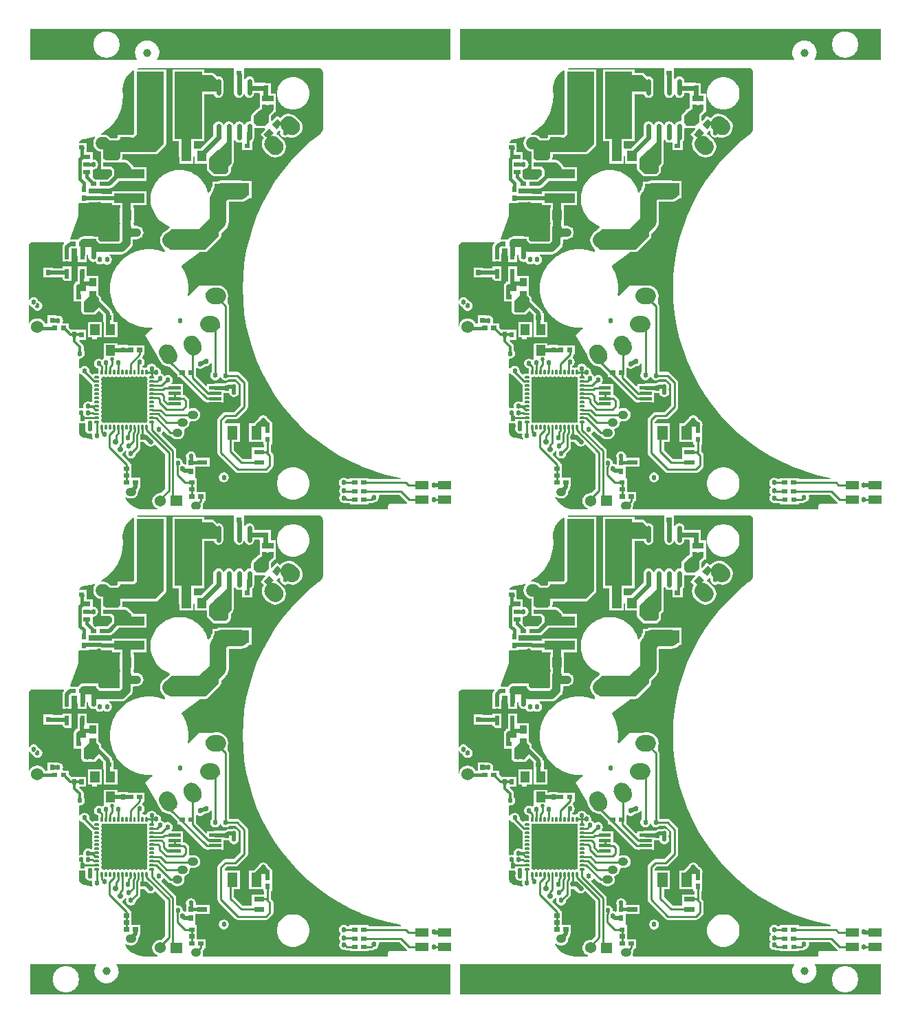
<source format=gtl>
*
%FSLAX26Y26*%
%MOIN*%
%ADD10C,0.010984*%
%ADD11R,0.032484X0.032484*%
%ADD12R,0.130904X0.130904*%
%ADD13R,0.040354X0.040354*%
%ADD14R,0.020984X0.020984*%
%ADD15R,0.020274X0.020274*%
%ADD16R,0.006084X0.006084*%
%ADD17C,0.005530*%
%ADD18C,0.020664*%
%ADD19C,0.024604*%
%ADD20R,0.016734X0.016734*%
%ADD21R,0.044294X0.044294*%
%ADD22R,0.045864X0.045864*%
%ADD23R,0.020664X0.020664*%
%ADD24C,0.028544*%
%ADD25C,0.040354*%
%ADD26C,0.060044*%
%ADD27C,0.023584*%
%ADD28R,0.095474X0.095474*%
%ADD29R,0.060824X0.060824*%
%ADD30R,0.063974X0.063974*%
%ADD31C,0.032484*%
%ADD32C,0.016734*%
%ADD33C,0.048224*%
%ADD34C,0.011614*%
%ADD35C,0.012984*%
%ADD36C,0.014764*%
%ADD37R,0.048984X0.048984*%
%ADD38C,0.054134*%
%ADD39C,0.048984*%
%ADD40C,0.079724*%
%ADD41R,0.048524X0.048524*%
%ADD42C,0.002000*%
%ADD43C,0.047244*%
%ADD44C,0.108268*%
%ADD45C,0.015748*%
%ADD46C,0.031496*%
%ADD47C,0.039370*%
%ADD48C,0.096457*%
%IPPOS*%
%LN4810009-2820242.gtl*%
%LPD*%
G75*
G54D10*
X1640900Y339170D02*
X1844150D01*
X1856990Y326330D02*
X1923090D01*
X1844150Y339170D02*
X1856990Y326330D01*
X1821600Y295830D02*
X1861960Y255470D01*
X1912230D01*
X1640580Y295830D02*
X1821600D01*
X2020480Y255910D02*
X2033620Y242760D01*
X1980310Y255910D02*
X2020480D01*
X1557900D02*
X1596790D01*
X1549510Y264300D02*
X1557900Y255910D01*
X1545820Y264300D02*
X1549510D01*
X1595030Y297040D02*
X1596560Y295510D01*
X1547350Y297040D02*
X1595030D01*
X1545820Y298570D02*
X1547350Y297040D01*
X1596070Y338570D02*
X1596400Y338900D01*
X1544880Y338570D02*
X1596070D01*
X1544550Y338240D02*
X1544880Y338570D01*
X501480Y563240D02*
Y584420D01*
X541550Y573940D02*
X549100Y581480D01*
X523680Y539000D02*
Y581340D01*
X509410Y592350D02*
Y607100D01*
X501480Y584420D02*
X509410Y592350D01*
X498990Y560750D02*
X501480Y563240D01*
X523680Y581340D02*
X529410Y587080D01*
X541550Y509530D02*
Y573940D01*
X549100Y581480D02*
Y607410D01*
X509410Y607100D02*
X509730Y607410D01*
X512330Y480310D02*
X541550Y509530D01*
X501940Y517250D02*
X523680Y539000D01*
X529410Y587080D02*
Y607410D01*
X1640100Y255910D02*
X1677700D01*
X1688880Y267090D01*
G54D11*
X327740Y1496980D02*
Y1503280D01*
Y1559970D02*
Y1566270D01*
G36*
X1220653Y2101226D02*
X1220969Y2101603D01*
X1245853Y2080721D01*
X1220931Y2051017D01*
X1196047Y2071900D01*
X1220653Y2101226D01*
G37*
G36*
X1180163Y2052966D02*
X1180479Y2053343D01*
X1205363Y2032461D01*
X1180441Y2002757D01*
X1155557Y2023639D01*
X1180163Y2052966D01*
G37*
G54D12*
X790950Y2069850D02*
Y2262770D01*
X605910Y2069850D02*
Y2262770D01*
G54D13*
X2021520Y326330D02*
X2045140D01*
X1911280D02*
X1934900D01*
X1911280Y255470D02*
X1934900D01*
X2021520D02*
X2045140D01*
G36*
X852711Y1416239D02*
X938408Y1439201D01*
G02X959669Y1362361I10942J-38333D01*
G01X873972Y1339399D01*
G02X863030Y1337868I-10942J38331D01*
G02X852711Y1416239I-0J39865D01*
G37*
G54D14*
X1594390Y255910D02*
G01X1599190D01*
X1637700D02*
X1642500D01*
X1594160Y295510D02*
X1598960D01*
X1637470D02*
X1642270D01*
X1594000Y338900D02*
X1598800D01*
X1637310D02*
X1642110D01*
X213610Y1238360D02*
X218410D01*
X507970Y981250D02*
X512770D01*
X551280D02*
X556080D01*
X489220Y340090D02*
X494020D01*
X532530D02*
X537330D01*
X489220Y373550D02*
X494020D01*
X532530D02*
X537330D01*
X532530Y407020D02*
X537330D01*
X489220D02*
X494020D01*
X804270Y339130D02*
X809070D01*
X847580D02*
X852380D01*
X848470Y306620D02*
X853270D01*
X805160D02*
X809960D01*
X805160Y271310D02*
X809960D01*
X848470D02*
X853270D01*
X357330Y1138160D02*
X362130D01*
X227800Y1494640D02*
X232600D01*
X271110D02*
X275910D01*
X1001860Y1677100D02*
X1006660D01*
X585670Y1549930D02*
X590470D01*
X542370D02*
X547170D01*
X270150Y1962130D02*
X274950D01*
X313460D02*
X318260D01*
X370620Y1785950D02*
X375420D01*
X327310D02*
X332110D01*
X484300Y1916310D02*
X489100D01*
X440990D02*
X445790D01*
X990200Y2323350D02*
X995000D01*
X1033510D02*
X1038310D01*
X1117170Y1970010D02*
X1121970D01*
X1073860D02*
X1078660D01*
X183800Y1088120D02*
X188600D01*
X140490D02*
X145290D01*
G54D15*
X276510Y1428480D02*
Y1454740D01*
X239110Y1428480D02*
Y1454740D01*
X201710Y1428480D02*
Y1454740D01*
G54D11*
X209910Y1283990D02*
X216210D01*
G54D16*
X529410Y599135D02*
Y615685D01*
G54D17*
X526368Y598858D02*
Y615962D01*
X532452Y598858D02*
Y615962D01*
G54D16*
X450670Y865675D02*
Y882225D01*
G54D17*
X447628Y865398D02*
Y882502D01*
X453712Y865398D02*
Y882502D01*
G54D16*
X568780Y865675D02*
Y882225D01*
G54D17*
X565738Y865398D02*
Y882502D01*
X571822Y865398D02*
Y882502D01*
G54D16*
X450670Y599135D02*
Y615685D01*
G54D17*
X447628Y598858D02*
Y615962D01*
X453712Y598858D02*
Y615962D01*
G54D16*
X588470Y599135D02*
Y615685D01*
G54D17*
X585428Y598858D02*
Y615962D01*
X591512Y598858D02*
Y615962D01*
G54D16*
X411300Y599135D02*
Y615685D01*
G54D17*
X408258Y598858D02*
Y615962D01*
X414342Y598858D02*
Y615962D01*
G54D16*
X470360Y599135D02*
Y615685D01*
G54D17*
X467318Y598858D02*
Y615962D01*
X473402Y598858D02*
Y615962D01*
G54D16*
X470360Y865675D02*
Y882225D01*
G54D17*
X467318Y865398D02*
Y882502D01*
X473402Y865398D02*
Y882502D01*
G54D16*
X430990Y865675D02*
Y882225D01*
G54D17*
X427948Y865398D02*
Y882502D01*
X434032Y865398D02*
Y882502D01*
G54D16*
X391620Y865675D02*
Y882225D01*
G54D17*
X388578Y865398D02*
Y882502D01*
X394662Y865398D02*
Y882502D01*
G54D16*
X490040Y599135D02*
Y615685D01*
G54D17*
X486998Y598858D02*
Y615962D01*
X493082Y598858D02*
Y615962D01*
G54D16*
X549100Y599135D02*
Y615685D01*
G54D17*
X546058Y598858D02*
Y615962D01*
X552142Y598858D02*
Y615962D01*
G54D16*
X430990Y599135D02*
Y615685D01*
G54D17*
X427948Y598858D02*
Y615962D01*
X434032Y598858D02*
Y615962D01*
G54D16*
X371930Y865675D02*
Y882225D01*
G54D17*
X368888Y865398D02*
Y882502D01*
X374972Y865398D02*
Y882502D01*
G54D16*
X371930Y599135D02*
Y615685D01*
G54D17*
X368888Y598858D02*
Y615962D01*
X374972Y598858D02*
Y615962D01*
G54D16*
X490040Y865675D02*
Y882225D01*
G54D17*
X486998Y865398D02*
Y882502D01*
X493082Y865398D02*
Y882502D01*
G54D16*
X549100Y865675D02*
Y882225D01*
G54D17*
X546058Y865398D02*
Y882502D01*
X552142Y865398D02*
Y882502D01*
G54D16*
X568780Y599135D02*
Y615685D01*
G54D17*
X565738Y598858D02*
Y615962D01*
X571822Y598858D02*
Y615962D01*
G54D16*
X588470Y865675D02*
Y882225D01*
G54D17*
X585428Y865398D02*
Y882502D01*
X591512Y865398D02*
Y882502D01*
G54D16*
X529410Y865675D02*
Y882225D01*
G54D17*
X526368Y865398D02*
Y882502D01*
X532452Y865398D02*
Y882502D01*
G54D16*
X391620Y599135D02*
Y615685D01*
G54D17*
X388578Y598858D02*
Y615962D01*
X394662Y598858D02*
Y615962D01*
G54D16*
X411300Y865675D02*
Y882225D01*
G54D17*
X408258Y865398D02*
Y882502D01*
X414342Y865398D02*
Y882502D01*
G54D16*
X605195Y829260D02*
X621745D01*
G54D17*
X604918Y832302D02*
X622022D01*
X604918Y826218D02*
X622022D01*
G54D16*
X605195Y770210D02*
X621745D01*
G54D17*
X604918Y773252D02*
X622022D01*
X604918Y767168D02*
X622022D01*
G54D16*
X605195Y632410D02*
X621745D01*
G54D17*
X604918Y635452D02*
X622022D01*
X604918Y629368D02*
X622022D01*
G54D16*
X605195Y789890D02*
X621745D01*
G54D17*
X604918Y792932D02*
X622022D01*
X604918Y786848D02*
X622022D01*
G54D16*
X605195Y809580D02*
X621745D01*
G54D17*
X604918Y812622D02*
X622022D01*
X604918Y806538D02*
X622022D01*
G54D16*
X338655Y770210D02*
X355205D01*
G54D17*
X338378Y773252D02*
X355482D01*
X338378Y767168D02*
X355482D01*
G54D16*
X338655Y632410D02*
X355205D01*
G54D17*
X338378Y635452D02*
X355482D01*
X338378Y629368D02*
X355482D01*
G54D16*
X338655Y789890D02*
X355205D01*
G54D17*
X338378Y792932D02*
X355482D01*
X338378Y786848D02*
X355482D01*
G54D16*
X605195Y691470D02*
X621745D01*
G54D17*
X604918Y694512D02*
X622022D01*
X604918Y688428D02*
X622022D01*
G54D16*
X338655Y809580D02*
X355205D01*
G54D17*
X338378Y812622D02*
X355482D01*
X338378Y806538D02*
X355482D01*
G54D16*
X605195Y671780D02*
X621745D01*
G54D17*
X604918Y674822D02*
X622022D01*
X604918Y668738D02*
X622022D01*
G54D16*
X338655Y730840D02*
X355205D01*
G54D17*
X338378Y733882D02*
X355482D01*
X338378Y727798D02*
X355482D01*
G54D16*
X338655Y711150D02*
X355205D01*
G54D17*
X338378Y714192D02*
X355482D01*
X338378Y708108D02*
X355482D01*
G54D16*
X338655Y691470D02*
X355205D01*
G54D17*
X338378Y694512D02*
X355482D01*
X338378Y688428D02*
X355482D01*
G54D16*
X338655Y671780D02*
X355205D01*
G54D17*
X338378Y674822D02*
X355482D01*
X338378Y668738D02*
X355482D01*
G54D16*
X605195Y711150D02*
X621745D01*
G54D17*
X604918Y714192D02*
X622022D01*
X604918Y708108D02*
X622022D01*
G54D16*
X605195Y730840D02*
X621745D01*
G54D17*
X604918Y733882D02*
X622022D01*
X604918Y727798D02*
X622022D01*
G54D16*
X338655Y829260D02*
X355205D01*
G54D17*
X338378Y832302D02*
X355482D01*
X338378Y826218D02*
X355482D01*
G54D16*
X605195Y652100D02*
X621745D01*
G54D17*
X604918Y655142D02*
X622022D01*
X604918Y649058D02*
X622022D01*
G54D16*
X605195Y750520D02*
X621745D01*
G54D17*
X604918Y753562D02*
X622022D01*
X604918Y747478D02*
X622022D01*
G54D16*
X338655Y848950D02*
X355205D01*
G54D17*
X338378Y851992D02*
X355482D01*
X338378Y845908D02*
X355482D01*
G54D16*
X338655Y750520D02*
X355205D01*
G54D17*
X338378Y753562D02*
X355482D01*
X338378Y747478D02*
X355482D01*
G54D16*
X605195Y848950D02*
X621745D01*
G54D17*
X604918Y851992D02*
X622022D01*
X604918Y845908D02*
X622022D01*
G54D16*
X338655Y652100D02*
X355205D01*
G54D17*
X338378Y655142D02*
X355482D01*
X338378Y649058D02*
X355482D01*
G54D16*
X509730Y599135D02*
Y615685D01*
G54D17*
X506688Y598858D02*
Y615962D01*
X512772Y598858D02*
Y615962D01*
G54D16*
X509730Y865675D02*
Y882225D01*
G54D17*
X506688Y865398D02*
Y882502D01*
X512772Y865398D02*
Y882502D01*
G36*
X479209Y741090D02*
X479790Y741671D01*
X480610D01*
X481191Y741090D01*
Y740270D01*
X480610Y739689D01*
X479790D01*
X479209Y740270D01*
Y741090D01*
G37*
G54D18*
X422340Y937120D03*
G54D19*
X392210Y920800D03*
X356780Y915880D03*
X339450Y1818470D03*
Y1846800D03*
X622260Y1992480D03*
X1201260Y1985670D03*
X544770Y1024460D03*
X511030D03*
X1167810Y2090280D03*
X1159930Y2123550D03*
X594260Y1992480D03*
X566700D03*
X594260Y1960000D03*
X622260Y1960480D03*
X538160Y1960980D03*
X565720D03*
X539140Y1992480D03*
X1139260Y2102880D03*
X1012260Y2171780D03*
X970790Y2128470D03*
X1051660Y2172630D03*
X970790Y2171780D03*
X558290Y1490720D03*
X356940Y1663530D03*
Y1687530D03*
X328970Y1678040D03*
X634620Y1820500D03*
X652640Y1838520D03*
X361700Y1419100D03*
X395880Y1418380D03*
X861540Y2294280D03*
X993260Y1405000D03*
X1049260Y1427000D03*
X1041260Y1457000D03*
X1040200Y1487180D03*
X1010200Y1476180D03*
X1012260Y1446000D03*
X1021260Y1415000D03*
X954260Y1456000D03*
X983200Y1465180D03*
X984260Y1435000D03*
X966260Y1395000D03*
X955260Y1425000D03*
X871260Y1362000D03*
X904260Y1373000D03*
X937260Y1385000D03*
X926260Y1416000D03*
X893260Y1405000D03*
X861260Y1393000D03*
X450670Y660950D03*
X1980310Y255910D03*
X1980030Y326890D03*
X274950Y795800D03*
X761680Y405930D03*
X1545820Y264300D03*
Y298570D03*
X607370Y538020D03*
X645870Y596980D03*
X565440Y442890D03*
X1544550Y338240D03*
X498990Y557610D03*
X501940Y517250D03*
X383350Y573360D03*
X512330Y480310D03*
X739610Y432610D03*
X305160Y709040D03*
X1689940Y267090D03*
X1144300Y321360D03*
X481780Y660950D03*
X399100D03*
X304010Y677530D03*
X451810Y767750D03*
X500480Y839100D03*
X272460Y677020D03*
X287200Y880440D03*
X964060Y1846980D03*
X315160Y1994610D03*
X329660Y1431620D03*
Y1459180D03*
X201510Y1399150D03*
X142890Y1399880D03*
X74740D03*
Y1318120D03*
X129410D03*
X264970Y964800D03*
X553910Y923590D03*
X279020Y574480D03*
X1128430Y2014300D03*
X497520Y2177690D03*
X1200280Y2295800D03*
X1135430D03*
X1003430Y738710D03*
X954380Y283980D03*
X917800D03*
X170750Y1220990D03*
X39850Y1213120D03*
X58550Y1195400D03*
X520160Y821390D03*
X400080Y808590D03*
X566420Y406030D03*
X566390Y373550D03*
X38860Y1321390D03*
X803220Y467150D03*
X158940Y1124540D03*
X97920Y1166860D03*
X138270Y1221980D03*
X821150Y517250D03*
X1018190Y1601900D03*
Y1641210D03*
X935520Y1846980D03*
X907960Y1908990D03*
X910060Y1879560D03*
X450670Y920210D03*
X653040Y844020D03*
X690440Y836150D03*
X1259340Y2033980D03*
X882170Y700320D03*
X346930Y565230D03*
X612680Y891270D03*
X313470Y599930D03*
Y625520D03*
X634680Y873950D03*
X274950Y1600760D03*
X330200Y1879460D03*
X435520Y2060560D03*
X490630Y2141270D03*
Y2107800D03*
X904020Y2264300D03*
X871540D03*
X889260Y2294280D03*
X1012260Y2128470D03*
X962090Y2324340D03*
X1121540Y1879560D03*
X1052070Y2128470D03*
X930590Y2324340D03*
X1122520Y1910950D03*
G54D14*
X474300Y978760D02*
Y983560D01*
Y1022060D02*
Y1026860D01*
X802640Y435130D02*
Y439930D01*
Y391820D02*
Y396620D01*
X278040Y646740D02*
Y651540D01*
Y603440D02*
Y608240D01*
X568780Y558160D02*
Y562960D01*
Y514850D02*
Y519650D01*
X977840Y750090D02*
Y754890D01*
X130400Y1165440D02*
Y1170240D01*
Y1122140D02*
Y1126940D01*
X110750Y1397480D02*
Y1402280D01*
X433550Y1976470D02*
Y1981270D01*
Y2019770D02*
Y2024570D01*
X1192410Y2153630D02*
Y2158430D01*
Y2196940D02*
Y2201740D01*
X284250Y1713610D02*
Y1718410D01*
Y1756920D02*
Y1761720D01*
X1167800Y2291430D02*
Y2296230D01*
Y2248120D02*
Y2252920D01*
X1157750Y2196940D02*
Y2201740D01*
Y2153630D02*
Y2158430D01*
X238670Y1096550D02*
Y1101350D01*
Y1053240D02*
Y1058040D01*
X272460Y1052350D02*
Y1057150D01*
Y1095660D02*
Y1100460D01*
G54D20*
X704020Y796780D02*
X745360D01*
X704020Y771190D02*
X745360D01*
X704020Y745600D02*
X745360D01*
X704020Y720010D02*
X745360D01*
G54D21*
X412750Y976905D02*
Y984775D01*
X337940Y976905D02*
Y984775D01*
G54D22*
X417520Y1550130D02*
Y1555250D01*
X492320Y1550130D02*
Y1555250D01*
X417520Y1631990D02*
Y1637110D01*
X492320Y1631990D02*
Y1637110D01*
X780950Y1918750D02*
Y1923870D01*
X855750Y1918750D02*
Y1923870D01*
G54D23*
X292790Y1842060D02*
X304610D01*
X292790Y1879460D02*
X304610D01*
X292790Y1916860D02*
X304610D01*
X389250D02*
X401070D01*
X389250Y1879460D02*
X401070D01*
X389250Y1842060D02*
X401070D01*
G54D24*
X438670Y538020D03*
X460120Y500520D03*
G54D25*
X508395Y294290D02*
X516265D01*
X823315Y227880D02*
X831185D01*
X732765Y581230D02*
X740635D01*
X758735Y629940D02*
X766605D01*
X808705Y667840D02*
X816575D01*
G54D26*
X58550Y1092210D03*
G54D23*
X843980Y486950D02*
X871540D01*
X843980Y436950D02*
X871540D01*
G36*
X1226522Y2007161D02*
X1240251Y1993432D01*
G02X1183877Y1937060I-28091J-28282D01*
G01X1170149Y1950788D01*
G02X1226522Y2007161I28091J28282D01*
G37*
G36*
X1303362Y2104019D02*
G01X1318091Y2091661D01*
G02X1266498Y2030881I-25620J-30540D01*
G01X1251392Y2043556D01*
G02X1303362Y2104019I25996J30222D01*
G37*
G54D22*
X483150Y1989690D02*
G01X488270D01*
X483150Y2064500D02*
X488270D01*
G54D21*
X453230Y1834180D02*
X555590D01*
X453230Y1716070D02*
X555590D01*
G54D27*
X935950Y2008470D02*
Y2066110D01*
X985950Y2008470D02*
Y2066110D01*
X1035950Y2008470D02*
Y2066110D01*
X1085950Y2008470D02*
Y2066110D01*
X935950Y2226500D02*
Y2284140D01*
X985950Y2226500D02*
Y2284140D01*
X1035950Y2226500D02*
Y2284140D01*
X1085950Y2226500D02*
Y2284140D01*
G54D28*
X995205Y2146310D02*
X1026695D01*
G54D29*
X1052055Y1893040D02*
X1055205D01*
G54D30*
X950950Y1899135D02*
Y1905045D01*
G54D18*
X339450Y1842060D02*
X395160D01*
X1135430Y2295800D02*
X1200280D01*
X1053630Y1901110D02*
X1075180Y1879560D01*
X327740Y1559970D02*
X410230D01*
X144710Y1399510D02*
Y1400630D01*
X79090Y1401110D02*
X110750D01*
X206460Y1280530D02*
X216010Y1270980D01*
X206460Y1280530D02*
Y1284840D01*
X339450Y1842060D02*
Y1846800D01*
Y1818470D02*
Y1842060D01*
X1159930Y2123550D03*
X1157750Y2125730D02*
X1159930Y2123550D01*
X1157750Y2125730D02*
Y2156030D01*
X569140Y1491470D02*
X588070Y1510400D01*
X558290Y1490720D02*
X559040Y1491470D01*
X588070Y1510400D02*
Y1549890D01*
X559040Y1491470D02*
X569140D01*
X371150Y1715090D02*
X468980D01*
X369170Y1717060D02*
X371150Y1715090D01*
X284250D02*
Y1716900D01*
X284400Y1717060D01*
X369170D01*
X486700Y1916310D02*
X569120D01*
X616800Y1838330D02*
X634620Y1820500D01*
X569120Y1916310D02*
X616800Y1868630D01*
Y1838330D02*
Y1868630D01*
X2033050Y326610D02*
X2033330Y326330D01*
X1980310Y326610D02*
X2033050D01*
X1980030Y326890D02*
X1980310Y326610D01*
X2033330Y326330D02*
X2035420Y328420D01*
X802480Y396780D02*
X802640Y396620D01*
X761680Y405930D02*
X762740D01*
X771890Y396780D02*
X802480D01*
X802640Y394220D02*
Y396620D01*
X762740Y405930D02*
X771890Y396780D01*
X1688880Y267090D02*
X1689940D01*
X315160Y1994610D02*
X315510Y1994270D01*
X315670Y1962130D02*
X315860D01*
X315510Y1962290D02*
Y1994270D01*
Y1962290D02*
X315670Y1962130D01*
X417520Y1552690D02*
Y1634550D01*
X410230Y1559970D02*
X417520Y1552690D01*
X327740Y1559970D02*
Y1563120D01*
X321830Y1554060D02*
X327740Y1559970D01*
X142890Y1399880D02*
X143960D01*
X110750D02*
X142890D01*
X216250Y1494480D02*
X230200D01*
X201910Y1480140D02*
X216250Y1494480D01*
X201910Y1454550D02*
Y1480140D01*
X201510Y1399150D02*
X202260Y1399910D01*
X238910Y1441420D02*
X239110Y1441610D01*
X227140Y1399910D02*
X238910Y1411680D01*
X202260Y1399910D02*
X227140D01*
X238910Y1411680D02*
Y1441420D01*
X144710Y1399510D02*
X201150D01*
X201510Y1399150D01*
X78610Y1400630D02*
X79090Y1401110D01*
X75490Y1400630D02*
X78610D01*
X74740Y1399880D02*
X75490Y1400630D01*
X74740Y1318120D02*
Y1399880D01*
Y1318120D02*
X129410D01*
X204000Y1287290D02*
X206460Y1284840D01*
X204000Y1287290D02*
Y1289890D01*
X216010Y1238360D02*
Y1270980D01*
X412750Y980840D02*
X506080D01*
X1128430Y1978870D02*
Y2014300D01*
X497520Y2148160D02*
Y2177690D01*
X490630Y2141270D02*
X497520Y2148160D01*
X1075180Y1879560D02*
X1121540D01*
X1053630Y1901110D02*
X1063470Y1910950D01*
X1122520D01*
X1119570Y1970010D02*
X1128430Y1978870D01*
X1157750Y2156030D02*
X1192410D01*
X534930Y316880D02*
Y340090D01*
X512330Y294290D02*
X534930Y316880D01*
X130400Y1124540D02*
X158940D01*
X313470Y599930D02*
Y625520D01*
X468980Y1715090D02*
X469960Y1716070D01*
X439450Y1860760D02*
X504410D01*
Y1834180D02*
Y1860760D01*
X490630Y2107800D02*
Y2141270D01*
Y2069420D02*
Y2107800D01*
X485710Y2064500D02*
X490630Y2069420D01*
X433550Y2058590D02*
X435520Y2060560D01*
X433550Y2022170D02*
Y2058590D01*
X373020Y1785950D02*
X406970D01*
X455200Y1834180D01*
X504410D01*
X420750Y1879460D02*
X485710D01*
X395160D02*
X420750D01*
X439450Y1860760D01*
X485710Y1879460D02*
X504410Y1860760D01*
G54D31*
X985950Y2171310D02*
X1010950Y2146310D01*
X985950Y2171310D02*
Y2255320D01*
X1159930Y2123550D02*
X1186500Y2150130D01*
X1124180Y2087810D02*
X1139260Y2102880D01*
X1159930Y2123550D01*
X1139260Y2102880D03*
X985480Y2171780D02*
X985950Y2171310D01*
X970790Y2171780D02*
X985480D01*
X395710Y1916310D02*
X443390D01*
X395160Y1916860D02*
X395710Y1916310D01*
X411890Y1978870D02*
X433550D01*
X379410D02*
X411890D01*
X415340Y1937040D02*
X433550Y1955250D01*
X395160Y1916860D02*
X415340Y1937040D01*
X411890Y1978870D02*
X415340Y1975420D01*
Y1937040D02*
Y1975420D01*
X379410Y1978870D02*
X395160Y1963120D01*
Y1916860D02*
Y1963120D01*
X433550Y1955250D02*
Y1978870D01*
X443390Y1969020D01*
Y1916310D02*
Y1969020D01*
X433550Y1978870D02*
X454220D01*
X375480Y1982800D02*
X379410Y1978870D01*
X985950Y2255320D02*
Y2316700D01*
G54D32*
X279020Y574480D02*
Y605840D01*
X511030Y1024460D02*
X544770D01*
X474300D02*
X511030D01*
X377630D02*
X474300D01*
X568780Y448370D02*
Y517250D01*
X565440Y445020D02*
X568780Y448370D01*
X565440Y442890D02*
Y445020D01*
X272550Y1912640D02*
X274800Y1914890D01*
X265570Y1905670D02*
X272550Y1912640D01*
Y1962130D01*
X265570Y1809420D02*
Y1905670D01*
X274800Y1914890D02*
X296740D01*
X265570Y1809420D02*
X284250Y1790740D01*
Y1759320D02*
Y1790740D01*
X296740Y1914890D02*
X298700Y1916860D01*
X274950Y1962130D02*
X277080Y1960010D01*
X272550Y1962130D02*
X274950D01*
X130400Y1167840D02*
X172170D01*
X238670Y1101350D01*
Y1098950D02*
Y1101350D01*
X272460Y1100460D02*
X274590Y1102580D01*
X276990D02*
X295000Y1120600D01*
X296030D02*
X313590Y1138160D01*
X295000Y1120600D02*
X296030D01*
X272460Y1098060D02*
Y1100460D01*
X274590Y1102580D02*
X276990D01*
X313590Y1138160D02*
X359730D01*
X238670Y1098950D02*
X239110Y1098500D01*
X272020D01*
X272460Y1098060D01*
X337940Y980840D02*
Y984770D01*
X62640Y1088120D02*
X142890D01*
X58550Y1092210D02*
X62640Y1088120D01*
X337940Y984770D02*
X377630Y1024460D01*
X895160Y306620D02*
X917800Y283980D01*
X850870Y306620D02*
X895160D01*
X849980Y339130D02*
X850870Y338240D01*
Y306620D02*
Y338240D01*
X851450Y486950D02*
X857760D01*
X821150Y517250D02*
X851450Y486950D01*
X565440Y407020D02*
X566420Y406030D01*
X534930Y407020D02*
X565440D01*
X534930Y373550D02*
X566390D01*
X534930D02*
Y407020D01*
X803220Y436950D02*
Y467150D01*
X130400Y1214100D02*
X138270Y1221980D01*
X130400Y1167840D02*
Y1214100D01*
X129410Y1166860D02*
X130400Y1167840D01*
X97920Y1166860D02*
X129410D01*
X803220Y436950D02*
X857760D01*
X299490Y1881310D02*
X301340Y1879460D01*
X330200D01*
X298700Y1820250D02*
X327640Y1791310D01*
X298700Y1820250D02*
Y1842060D01*
G54D25*
X351870Y1476000D02*
X466500D01*
X489560Y1499060D02*
Y1549930D01*
X327740Y1500130D02*
X351870Y1476000D01*
X466500D02*
X489560Y1499060D01*
X495070Y1549930D02*
X540830D01*
X492320Y1552690D02*
X495070Y1549930D01*
X282550Y1500130D02*
X327740D01*
X489560Y1549930D02*
X492320Y1552690D01*
Y1634550D01*
X469960Y1716070D02*
X494290D01*
X492320Y1634550D02*
Y1714100D01*
X494290Y1716070D01*
X504410D01*
G54D19*
X327740Y1500130D02*
X329660Y1498210D01*
Y1459180D02*
Y1498210D01*
X584820Y560560D02*
X607370Y538020D01*
X566420Y560560D02*
X584820D01*
X329660Y1431620D02*
Y1459180D01*
X276510Y1441610D02*
Y1485530D01*
X1004260Y1677100D02*
X1018190Y1663160D01*
Y1641210D02*
Y1663160D01*
Y1601900D02*
Y1641210D01*
X1165830Y2199340D02*
Y2251310D01*
X1182450Y2199340D03*
X1165830D02*
X1182450D01*
X1089960Y2251310D02*
X1165830D01*
X1085950Y2255320D02*
X1089960Y2251310D01*
X1035950Y2255320D02*
Y2315480D01*
X985950Y1900280D02*
Y1906310D01*
X940950Y1896310D02*
Y1916310D01*
X960950Y1881310D02*
X975950D01*
X985950Y1891310D01*
Y1900280D01*
X981740Y1902090D02*
X984140D01*
X950950D02*
X981740D01*
X984140D02*
X985950Y1900280D01*
X981740Y1902090D02*
X985950Y1906310D01*
Y1937100D01*
X930950Y1911310D02*
Y1931310D01*
X940950Y1941310D01*
X855750Y1921310D02*
Y1929460D01*
X935950Y2009650D01*
Y2037290D01*
X985950Y1986310D02*
Y2037290D01*
Y1961310D02*
Y1986310D01*
X940950Y1916310D02*
Y1941310D01*
X985950Y1986310D01*
Y1937100D02*
Y1961310D01*
X940950Y1916310D02*
X985950Y1961310D01*
X950950Y1902090D02*
X985950Y1937100D01*
G54D33*
X832170Y2256430D02*
X904020D01*
X922720D01*
X790950Y2215210D02*
X832170Y2256430D01*
X790950Y2166310D02*
Y2215210D01*
X780950Y2156310D02*
X790950Y2166310D01*
X780950Y1921310D02*
Y2156310D01*
G54D34*
X341420Y691470D02*
X346930D01*
X326330Y706560D02*
X341420Y691470D01*
X307640Y706560D02*
X326330D01*
X305160Y709040D02*
X307640Y706560D01*
X307260Y711150D02*
X346930D01*
X305160Y709040D02*
X307260Y711150D01*
X304010Y677530D02*
X327690D01*
X332260Y672960D01*
X340240D02*
X341420Y671780D01*
X346930D01*
X332260Y672960D02*
X340240D01*
X736680Y375540D02*
X773090Y339130D01*
X736680Y416280D02*
X737120Y416730D01*
X736680Y375540D02*
Y416280D01*
X737120Y430120D02*
X739610Y432610D01*
X737120Y416730D02*
Y430120D01*
X588470Y592270D02*
Y607410D01*
Y592270D02*
X696110Y484630D01*
Y301470D02*
Y484630D01*
X613470Y594030D02*
X714610Y492880D01*
X613470Y594030D02*
Y632410D01*
X714610Y251390D02*
Y492880D01*
X460120Y521330D02*
X470360Y531560D01*
Y607410D01*
X430990Y591930D02*
Y607410D01*
X408290Y509760D02*
Y569230D01*
X430990Y591930D01*
X382350Y573360D02*
X383350D01*
X440170Y567740D02*
X450670Y578250D01*
X440170Y539510D02*
Y567740D01*
X438670Y538020D02*
X440170Y539510D01*
X450670Y578250D02*
Y607410D01*
X460120Y500520D02*
Y521330D01*
X714610Y251390D02*
X719690Y246310D01*
X654020Y259380D02*
X696110Y301470D01*
X613470Y652100D02*
X633350D01*
X613470Y671780D02*
X642570D01*
X684880Y629470D02*
X762670Y629940D01*
X633350Y652100D02*
X704220Y581230D01*
X736700D01*
X642570Y671780D02*
X684880Y629470D01*
X274730Y653430D02*
X279020Y649140D01*
X281970Y652100D01*
X346930D01*
X274950Y653640D02*
Y674540D01*
X272460Y677020D02*
X274950Y674540D01*
X274730Y653430D02*
X274950Y653640D01*
X287200Y880440D02*
X289680Y877960D01*
Y873020D02*
Y877960D01*
Y873020D02*
X333440Y829260D01*
X346930D01*
X555450Y960480D02*
Y981250D01*
X553900Y982800D02*
X555450Y981250D01*
X509730Y914760D02*
X555450Y960480D01*
X549100Y915260D02*
X553910Y920070D01*
Y923590D01*
X549100Y873950D02*
Y915260D01*
X509730Y873950D02*
Y914760D01*
X422340Y909470D02*
Y937120D01*
X411300Y898440D02*
X422340Y909470D01*
X356780Y915880D02*
X371930Y900020D01*
X411300Y873950D02*
Y898440D01*
X391620Y873950D02*
X392210Y920800D01*
X371930Y873950D02*
Y900020D01*
X408290Y509760D02*
X491620Y426430D01*
Y407020D02*
Y426430D01*
Y373550D02*
Y407020D01*
Y340090D02*
Y373550D01*
X773090Y339130D02*
X806670D01*
X807560Y306620D02*
Y338240D01*
Y271310D02*
Y306620D01*
X806670Y339130D02*
X807560Y338240D01*
X827250Y227880D02*
X850870Y251500D01*
Y271310D01*
X680130Y665350D02*
X812640D01*
X654020Y691470D02*
X680130Y665350D01*
X613470Y691470D02*
X654020D01*
X651070Y725910D02*
X682560Y694420D01*
X763270D01*
X450670Y873950D02*
Y920210D01*
X638270Y829260D02*
X653040Y844020D01*
X688880Y836150D02*
X690440D01*
X662300Y809580D02*
X688880Y836150D01*
X675670Y796780D02*
X724690D01*
X668780Y789890D02*
X675670Y796780D01*
X371930Y583770D02*
X382350Y573360D01*
X802640Y437530D02*
X803220Y436950D01*
X346930Y565230D02*
Y632410D01*
X612680Y879260D02*
Y891270D01*
X607370Y873950D02*
X612680Y879260D01*
X371930Y583770D02*
Y607410D01*
X568780Y560560D02*
Y607410D01*
X613470Y809580D02*
X662300D01*
X613470Y829260D02*
X638270D01*
X724690Y745600D02*
Y771190D01*
Y745600D02*
X766220D01*
X777050Y734770D01*
Y708200D02*
Y734770D01*
X763270Y694420D02*
X777050Y708200D01*
X651070Y725910D02*
Y742650D01*
X643190Y750520D02*
X651070Y742650D01*
X613470Y750520D02*
X643190D01*
X671740Y737730D02*
Y758780D01*
X660310Y770210D02*
X671740Y758780D01*
X613470Y770210D02*
X660310D01*
X671740Y737730D02*
X689450Y720010D01*
X724690D01*
X613470Y789890D02*
X668780D01*
X607370Y873950D02*
X634680D01*
X613470Y848950D02*
Y867840D01*
X607370Y873950D02*
X613470Y867840D01*
X588470Y873950D02*
X607370D01*
G54D35*
X498990Y557610D02*
Y560750D01*
G54D36*
X264110Y965660D02*
Y997280D01*
X238670Y1022720D02*
Y1055640D01*
Y1022720D02*
X264110Y997280D01*
Y965660D02*
X264970Y964800D01*
X189310Y1085010D02*
X218680Y1055640D01*
X186200Y1088120D02*
X189310Y1085010D01*
X218680Y1055640D02*
X238670D01*
X189310Y1085010D02*
X191710D01*
X272020Y1055190D02*
X272460Y1054750D01*
X238670Y1055640D02*
X239110Y1055190D01*
X272020D01*
X1081190Y2032530D02*
X1085950Y2037290D01*
X1081190Y1975910D02*
Y2032530D01*
X1076260Y1970990D02*
X1081190Y1975910D01*
G54D37*
X730185Y250520D02*
X735335D01*
G54D38*
X654020D03*
G54D39*
X572705D02*
X577855D01*
G54D26*
X371545Y1982800D02*
X379415D01*
G36*
X12300Y1095910D02*
Y1204920D01*
X17300Y1205410D01*
X17590Y1203900D01*
X22820Y1196090D01*
X30630Y1190870D01*
X35560Y1189890D01*
X36300Y1186190D01*
X41520Y1178370D01*
X49330Y1173150D01*
X58550Y1171320D01*
X67770Y1173150D01*
X75580Y1178370D01*
X80800Y1186190D01*
X82630Y1195400D01*
X80800Y1204620D01*
X75580Y1212430D01*
X67770Y1217650D01*
X62830Y1218630D01*
X62100Y1222340D01*
X56880Y1230150D01*
X49060Y1235370D01*
X39850Y1237200D01*
X30630Y1235370D01*
X22820Y1230150D01*
X17590Y1222340D01*
X17300Y1220830D01*
X12300Y1221320D01*
Y1238360D01*
X234860D01*
X235110Y1237140D01*
Y1216550D01*
X255560D01*
X257690Y1216130D01*
X258490Y1216280D01*
X259320D01*
X260660Y1216550D01*
X272200D01*
Y1169670D01*
X273120Y1165060D01*
X275730Y1161150D01*
X281640Y1155250D01*
X285540Y1152640D01*
X290150Y1151720D01*
X332470D01*
X337080Y1152640D01*
X340990Y1155250D01*
X343940Y1158200D01*
X346000Y1159580D01*
X347390Y1161650D01*
X357280Y1171540D01*
X378400Y1150410D01*
Y1138320D01*
X378820Y1136180D01*
Y1116350D01*
X379280D01*
Y1079260D01*
X371410D01*
Y1116660D01*
X304480D01*
Y1079260D01*
X260480D01*
Y1079850D01*
X221430D01*
X210410Y1090870D01*
Y1109930D01*
X182890D01*
X180540Y1114340D01*
X181190Y1115320D01*
X183030Y1124540D01*
X181190Y1133750D01*
X175970Y1141570D01*
X168160Y1146790D01*
X158940Y1148620D01*
X153650Y1147570D01*
X152210Y1148750D01*
X108590D01*
Y1125880D01*
X108320Y1124540D01*
X108590Y1123200D01*
Y1108190D01*
X96670D01*
X94660Y1113060D01*
X88030Y1121690D01*
X79400Y1128320D01*
X69340Y1132490D01*
X58550Y1133910D01*
X47760Y1132490D01*
X37700Y1128320D01*
X29070Y1121690D01*
X22440Y1113060D01*
X18270Y1103000D01*
X17300Y1095580D01*
X12300Y1095910D01*
G37*
G36*
Y1238360D02*
Y1355070D01*
X88670D01*
X88930Y1353720D01*
Y1332360D01*
X132560D01*
Y1332990D01*
X180250D01*
Y1315830D01*
X223160D01*
Y1352930D01*
X223590Y1355070D01*
X253760D01*
Y1311540D01*
X245340D01*
Y1308180D01*
X241330Y1305500D01*
X236550Y1298340D01*
X234860Y1289890D01*
Y1238360D01*
X12300D01*
G37*
G36*
Y1355070D02*
Y1476130D01*
G02X25850Y1499550I27059J-25D01*
G01X32370Y1502250D01*
X39370Y1503170D01*
Y1503210D01*
X187220D01*
X189130Y1498590D01*
X186300Y1495750D01*
X181510Y1488590D01*
X179830Y1480140D01*
Y1454550D01*
X180250Y1452410D01*
Y1407030D01*
X223160D01*
Y1450430D01*
X223980Y1454550D01*
Y1470990D01*
X225390Y1472400D01*
X230200D01*
X232330Y1472830D01*
X252430D01*
Y1441610D01*
X254260Y1432400D01*
X255060Y1431210D01*
Y1407030D01*
X297970D01*
Y1431210D01*
X298770Y1432400D01*
X300600Y1441610D01*
X305570Y1441550D01*
Y1431620D01*
X307400Y1422410D01*
X312630Y1414590D01*
X320440Y1409370D01*
X329660Y1407540D01*
X338870Y1409370D01*
X339510Y1409800D01*
X344670Y1402070D01*
X352480Y1396850D01*
X361700Y1395020D01*
X370910Y1396850D01*
X378480Y1401910D01*
X378850Y1401350D01*
X386670Y1396130D01*
X395880Y1394300D01*
X405100Y1396130D01*
X412910Y1401350D01*
X418140Y1409170D01*
X419970Y1418380D01*
X418140Y1427600D01*
X412910Y1435410D01*
X407200Y1439230D01*
X408720Y1444230D01*
X466500D01*
X474720Y1445320D01*
X482380Y1448490D01*
X488960Y1453540D01*
X512030Y1476600D01*
X517070Y1483180D01*
X520250Y1490840D01*
X521330Y1499060D01*
Y1515870D01*
X526570D01*
Y1518160D01*
X540830D01*
X549050Y1519250D01*
G03X563790Y1528120I-8374J30599D01*
G01X568980D01*
Y1535590D01*
X571520Y1541710D01*
X572600Y1549930D01*
X571520Y1558150D01*
X568980Y1564270D01*
Y1571740D01*
X563790D01*
X563290Y1572390D01*
X556720Y1577440D01*
X549050Y1580620D01*
X540830Y1581700D01*
X526570D01*
Y1589500D01*
X524090D01*
Y1597740D01*
X526570D01*
Y1671360D01*
X524090D01*
Y1682610D01*
X589060D01*
Y1749540D01*
X419770D01*
Y1737160D01*
X378060D01*
X377620Y1737460D01*
X369170Y1739140D01*
X306060D01*
Y1764140D01*
X371680D01*
X373020Y1763880D01*
X406970D01*
X415420Y1765560D01*
X422580Y1770340D01*
X452960Y1800720D01*
X589060D01*
Y1867650D01*
X525120D01*
X524810Y1869210D01*
X520030Y1876370D01*
X501330Y1895070D01*
X494160Y1899860D01*
X485710Y1901540D01*
X472510D01*
X469170Y1906540D01*
X470240Y1909110D01*
X471190Y1916310D01*
Y1928440D01*
X632370D01*
X636970Y1929360D01*
X640880Y1931970D01*
X679270Y1970350D01*
X681880Y1974260D01*
X682790Y1978870D01*
Y2022170D01*
X682680Y2022740D01*
Y2339540D01*
X545330D01*
X544350Y2344440D01*
X545190Y2344790D01*
X561350Y2348670D01*
X577690Y2349950D01*
X577910Y2349910D01*
X1011070D01*
X1011700Y2345170D01*
Y2301540D01*
X1011870D01*
Y2255320D01*
X1012390Y2252700D01*
Y2226510D01*
X1014180Y2217490D01*
X1019290Y2209840D01*
X1026930Y2204740D01*
X1035950Y2202940D01*
X1044970Y2204740D01*
X1052610Y2209840D01*
X1057720Y2217490D01*
X1058400Y2220920D01*
X1063500D01*
X1064180Y2217490D01*
X1069290Y2209840D01*
X1076930Y2204740D01*
X1085950Y2202940D01*
X1094970Y2204740D01*
X1102610Y2209840D01*
X1107720Y2217490D01*
X1109510Y2226510D01*
Y2227220D01*
X1132730D01*
X1135940Y2223550D01*
Y2157370D01*
X1135670Y2156030D01*
Y2154500D01*
X1116980Y2141560D01*
X1116220Y2140770D01*
X1115320Y2140170D01*
X1098780Y2123640D01*
X1096170Y2119730D01*
X1095260Y2115120D01*
Y2092920D01*
X1090260Y2088820D01*
X1085950Y2089670D01*
X1076930Y2087880D01*
X1069290Y2082770D01*
X1064180Y2075130D01*
X1063500Y2071700D01*
X1058400D01*
X1057720Y2075130D01*
X1052610Y2082770D01*
X1044970Y2087880D01*
X1035950Y2089670D01*
X1026930Y2087880D01*
X1019290Y2082770D01*
X1014180Y2075130D01*
X1013500Y2071700D01*
X1008400D01*
X1007720Y2075130D01*
X1002610Y2082770D01*
X994970Y2087880D01*
X985950Y2089670D01*
X976930Y2087880D01*
X969290Y2082770D01*
X964180Y2075130D01*
X963500Y2071700D01*
X958400D01*
X957720Y2075130D01*
X952610Y2082770D01*
X944970Y2087880D01*
X935950Y2089670D01*
X926930Y2087880D01*
X919290Y2082770D01*
X914180Y2075130D01*
X912390Y2066110D01*
Y2039920D01*
X911870Y2037290D01*
Y2019630D01*
X850350Y1958120D01*
X821500D01*
X816690Y1958570D01*
Y1993080D01*
X867720D01*
Y2220690D01*
X913540D01*
X914180Y2217490D01*
X919290Y2209840D01*
X926930Y2204740D01*
X935950Y2202940D01*
X944970Y2204740D01*
X952610Y2209840D01*
X957720Y2217490D01*
X959510Y2226510D01*
Y2284140D01*
X957720Y2293160D01*
X952610Y2300800D01*
X944970Y2305910D01*
X935950Y2307710D01*
X930010Y2306520D01*
X915490Y2321040D01*
X911580Y2323650D01*
X906970Y2324570D01*
X867720D01*
Y2339540D01*
X714180D01*
Y1993080D01*
X745210D01*
Y1921310D01*
X746430Y1912060D01*
X746700Y1911410D01*
Y1884500D01*
X815200D01*
Y1911410D01*
X815470Y1912060D01*
X816500Y1919880D01*
X821500Y1919560D01*
Y1884500D01*
X880170D01*
Y1859420D01*
X881080Y1854810D01*
X883690Y1850900D01*
X908930Y1825670D01*
X912840Y1823060D01*
X917450Y1822140D01*
X970950D01*
X975560Y1823060D01*
X979470Y1825670D01*
X992650Y1838860D01*
X995260Y1842760D01*
X996180Y1847370D01*
Y1867480D01*
X1002980Y1874280D01*
X1008200Y1882090D01*
X1010030Y1891310D01*
Y1996660D01*
X1015030Y1998180D01*
X1019290Y1991810D01*
X1026930Y1986700D01*
X1035950Y1984910D01*
X1044970Y1986700D01*
X1047640Y1988490D01*
X1052050Y1986140D01*
Y1948200D01*
X1100480D01*
Y1990390D01*
X1102610Y1991810D01*
X1107720Y1999460D01*
X1109510Y2008470D01*
Y2053880D01*
G02X1114510Y2056620I5710J-4488D01*
G01X1114960Y2056320D01*
X1116060Y2056100D01*
X1117090Y2055670D01*
X1118350Y2055650D01*
X1119570Y2055410D01*
X1159960D01*
X1161100Y2055630D01*
X1162110Y2054730D01*
X1163670Y2050920D01*
X1139610Y2022240D01*
X1156190Y2008330D01*
X1153540Y2004880D01*
X1148380Y1992430D01*
X1146620Y1979070D01*
X1148380Y1965710D01*
X1153540Y1953260D01*
X1161740Y1942570D01*
X1175660Y1928650D01*
X1186350Y1920440D01*
X1198800Y1915290D01*
X1212160Y1913530D01*
X1225520Y1915290D01*
X1237970Y1920440D01*
X1248660Y1928650D01*
X1256870Y1939340D01*
X1262030Y1951790D01*
X1263780Y1965150D01*
X1262030Y1978510D01*
X1256870Y1990960D01*
X1248660Y2001650D01*
X1234750Y2015570D01*
X1224050Y2023780D01*
X1220390Y2025290D01*
X1218970Y2030220D01*
X1221310Y2033860D01*
X1228180Y2042050D01*
X1234110Y2041670D01*
X1236190Y2038730D01*
X1235250Y2033980D01*
X1237080Y2024770D01*
X1242310Y2016950D01*
X1250120Y2011730D01*
X1259340Y2009900D01*
X1268550Y2011730D01*
X1271870Y2013950D01*
X1283500Y2010280D01*
X1296970Y2009700D01*
X1310120Y2012610D01*
X1322080Y2018840D01*
X1332010Y2027940D01*
X1339250Y2039310D01*
X1343300Y2052160D01*
X1343890Y2065620D01*
X1340980Y2078780D01*
X1334750Y2090730D01*
X1325650Y2100670D01*
X1310570Y2113320D01*
X1299200Y2120560D01*
X1286350Y2124610D01*
X1272890Y2125200D01*
X1259730Y2122290D01*
X1247780Y2116060D01*
X1237840Y2106960D01*
X1233070Y2106220D01*
X1219580Y2117550D01*
X1197200Y2090880D01*
X1192500Y2092590D01*
Y2116820D01*
X1206160Y2130470D01*
X1207190Y2131820D01*
X1214220D01*
Y2149520D01*
X1214300Y2150130D01*
X1214220Y2150740D01*
Y2154690D01*
X1214480Y2156030D01*
X1214220Y2157370D01*
Y2216650D01*
X1219560D01*
X1222580Y2201440D01*
X1228520Y2187110D01*
X1237140Y2174220D01*
X1248110Y2163250D01*
X1261000Y2154630D01*
X1275330Y2148690D01*
X1290540Y2145670D01*
X1306050D01*
X1321270Y2148690D01*
X1335600Y2154630D01*
X1348490Y2163250D01*
X1359460Y2174220D01*
X1368080Y2187110D01*
X1374010Y2201440D01*
X1377040Y2216650D01*
X1443210D01*
Y2051280D01*
X1443180D01*
X1442260Y2044280D01*
G02X1432110Y2029740I-24781J6486D01*
G01X1428310Y2026560D01*
X1419720Y2020400D01*
X1372480Y1981630D01*
X1327880Y1939860D01*
X1286110Y1895260D01*
X1247340Y1848020D01*
X1211750Y1798350D01*
X1179480Y1746460D01*
X1150670Y1692560D01*
X1125450Y1636900D01*
X1103920Y1579710D01*
X1086190Y1521240D01*
X1072310Y1461720D01*
X1062360Y1401430D01*
X1056370Y1340620D01*
X1054370Y1279540D01*
X1056370Y1218470D01*
X1062360Y1157650D01*
X1072310Y1097360D01*
X1086190Y1037850D01*
X1103920Y979370D01*
X1125450Y922180D01*
X1150670Y866520D01*
X1179480Y812630D01*
X1211750Y760730D01*
X1247340Y711060D01*
X1286110Y663820D01*
X1327880Y619220D01*
X1372480Y577450D01*
X1419720Y538680D01*
X1469390Y503090D01*
X1521280Y470820D01*
X1575180Y442010D01*
X1619827Y421780D01*
X1202980D01*
Y470140D01*
X1201650Y476820D01*
X1197860Y482480D01*
X1192150Y488200D01*
Y523550D01*
X1196500D01*
Y591830D01*
X1196770Y593170D01*
Y610140D01*
X1196940Y610400D01*
X1198770Y619620D01*
X1196940Y628830D01*
X1191720Y636650D01*
X1183910Y641870D01*
X1183600Y641930D01*
X1175350Y650180D01*
X1175290Y650480D01*
X1170070Y658300D01*
X1162250Y663520D01*
X1153040Y665350D01*
X1143820Y663520D01*
X1136010Y658300D01*
X1130780Y650480D01*
X1130720Y650180D01*
X1106080Y625540D01*
X1084640D01*
Y534950D01*
X1152880D01*
Y523550D01*
X1157230D01*
Y508600D01*
X1097920D01*
Y465290D01*
X1098540Y464660D01*
X1098400Y458600D01*
X1097920D01*
Y454410D01*
X1053570D01*
X1010750Y497220D01*
Y534950D01*
X1039360D01*
Y625540D01*
X968200D01*
X966200Y629710D01*
Y634460D01*
X977200Y645460D01*
X1019180D01*
X1025860Y646790D01*
X1031530Y650570D01*
X1074830Y693880D01*
X1078620Y699550D01*
X1079950Y706230D01*
Y822370D01*
X1078620Y829050D01*
X1074830Y834720D01*
X1039440Y870110D01*
X1033770Y873900D01*
X1027090Y875230D01*
X988450D01*
Y1193710D01*
G03X981340Y1208050I-20614J-1288D01*
G01X981180Y1225600D01*
X982430Y1228620D01*
X984190Y1241980D01*
X982430Y1255340D01*
X977270Y1267790D01*
X969070Y1278480D01*
X958370Y1286680D01*
X945920Y1291840D01*
X932560Y1293600D01*
X912880D01*
X909300Y1293130D01*
X845780Y1291840D01*
X791470Y1242750D01*
X786750Y1245220D01*
X789530Y1266310D01*
X789470Y1267100D01*
X789630Y1267880D01*
Y1291180D01*
X789470Y1291950D01*
X789530Y1292750D01*
X786490Y1315840D01*
X786230Y1316590D01*
X786180Y1317390D01*
X780150Y1339890D01*
X779800Y1340600D01*
X779640Y1341380D01*
X770730Y1362900D01*
X770290Y1363560D01*
X770030Y1364320D01*
X758380Y1384490D01*
X758640Y1389850D01*
X848700Y1455960D01*
X873260D01*
X877870Y1456870D01*
X881780Y1459490D01*
X945770Y1523480D01*
X948390Y1527390D01*
X949300Y1532000D01*
Y1544040D01*
X971760Y1566490D01*
X979960Y1577190D01*
X985120Y1589640D01*
X986880Y1603000D01*
Y1698900D01*
X1045160D01*
X1058520Y1700660D01*
X1070970Y1705810D01*
X1081670Y1714020D01*
X1084300Y1717450D01*
X1096930D01*
Y1800910D01*
X1054500D01*
X1045160Y1802140D01*
X950950D01*
X937590Y1800380D01*
X928890Y1796780D01*
X907640D01*
Y1778160D01*
X906240Y1776330D01*
X901090Y1763880D01*
X900410Y1758780D01*
X899450Y1757810D01*
X891240Y1747120D01*
X890130Y1744440D01*
X884860Y1744790D01*
X881870Y1756080D01*
X881790Y1756270D01*
X881590Y1757020D01*
X881240Y1757730D01*
X881080Y1758510D01*
X874650Y1774040D01*
X874210Y1774700D01*
X873950Y1775450D01*
X873570Y1776120D01*
X873410Y1776490D01*
X865550Y1790010D01*
X865020Y1790600D01*
X864670Y1791320D01*
X862950Y1793570D01*
X861880Y1795310D01*
X854440Y1804650D01*
X853840Y1805180D01*
X853400Y1805840D01*
X847540Y1812100D01*
X841520Y1817720D01*
X840860Y1818160D01*
X840330Y1818760D01*
X830740Y1826450D01*
X828620Y1827750D01*
X827000Y1828990D01*
X826290Y1829340D01*
X825690Y1829870D01*
X811920Y1837980D01*
X810010Y1838770D01*
X809720Y1838970D01*
X794190Y1845400D01*
X793850Y1845470D01*
X791520Y1846430D01*
X776470Y1850260D01*
X775670Y1850310D01*
X774920Y1850560D01*
X773580Y1850740D01*
X770040Y1851590D01*
X758260Y1852760D01*
X757470Y1852710D01*
X756690Y1852860D01*
X748030Y1853320D01*
X739880Y1852860D01*
X739100Y1852710D01*
X738310Y1852760D01*
X726020Y1851590D01*
X721870Y1850590D01*
X721640Y1850560D01*
X720600Y1850290D01*
X720100Y1850260D01*
X704540Y1846430D01*
X684140Y1837980D01*
X670870Y1829870D01*
X670820Y1829820D01*
X665310Y1826450D01*
X656230Y1818760D01*
X655970Y1818460D01*
X655300Y1817890D01*
X655040Y1817720D01*
X648520Y1812100D01*
X643230Y1805900D01*
X643160Y1805840D01*
X643120Y1805780D01*
X642270Y1804780D01*
X642120Y1804650D01*
X634180Y1795310D01*
X622650Y1776490D01*
X614190Y1756080D01*
X609040Y1734610D01*
X607310Y1712600D01*
X609040Y1690590D01*
X614190Y1669110D01*
X622650Y1648710D01*
X634180Y1629880D01*
X642120Y1620550D01*
X642260Y1620430D01*
X648520Y1613090D01*
X655040Y1607480D01*
X655280Y1607320D01*
X655980Y1606720D01*
X656230Y1606440D01*
X665310Y1598750D01*
X684140Y1587210D01*
X699030Y1581050D01*
X699750Y1575520D01*
X686520Y1562290D01*
X683980Y1561230D01*
X673290Y1553030D01*
X668760Y1548500D01*
X660550Y1537810D01*
X655400Y1525360D01*
X653640Y1512000D01*
X655400Y1498640D01*
X660550Y1486190D01*
X668760Y1475500D01*
X675450Y1470370D01*
X676490Y1458610D01*
X674050Y1456360D01*
X671770Y1455250D01*
X661730Y1459290D01*
X660950Y1459440D01*
X660240Y1459800D01*
X637740Y1465820D01*
X636950Y1465880D01*
X636200Y1466130D01*
X613100Y1469170D01*
X612310Y1469120D01*
X611530Y1469280D01*
X588230D01*
X587450Y1469120D01*
X586660Y1469170D01*
X563570Y1466130D01*
X562810Y1465880D01*
X562020Y1465820D01*
X539520Y1459800D01*
X538810Y1459440D01*
X538030Y1459290D01*
X516510Y1450370D01*
X515850Y1449930D01*
X515090Y1449680D01*
X494920Y1438030D01*
X494320Y1437510D01*
X493610Y1437160D01*
X475130Y1422970D01*
X474600Y1422380D01*
X473940Y1421940D01*
X457470Y1405460D01*
X457030Y1404800D01*
X456430Y1404280D01*
X442250Y1385800D01*
X441900Y1385090D01*
X441380Y1384490D01*
X429730Y1364320D01*
X429480Y1363560D01*
X429030Y1362900D01*
X420120Y1341380D01*
X419960Y1340600D01*
X419610Y1339890D01*
X413580Y1317390D01*
X413530Y1316590D01*
X413280Y1315840D01*
X410230Y1292750D01*
X410290Y1291950D01*
X410130Y1291180D01*
X409970Y1279530D01*
X355200D01*
Y1340010D01*
X300080D01*
X297970Y1344130D01*
Y1385710D01*
X255060D01*
Y1368530D01*
X253760Y1361990D01*
Y1355070D01*
X223590D01*
X223160Y1357200D01*
Y1385710D01*
X180250D01*
Y1377140D01*
X132560D01*
Y1380780D01*
X88930D01*
Y1356410D01*
X88670Y1355070D01*
X12300D01*
G37*
G36*
X260330Y893950D02*
Y937700D01*
X264190Y940870D01*
X264970Y940710D01*
X274180Y942550D01*
X282000Y947770D01*
X287220Y955580D01*
X289050Y964800D01*
X287220Y974020D01*
X283180Y980060D01*
Y997280D01*
X281730Y1004580D01*
X277590Y1010760D01*
X262440Y1025920D01*
X264350Y1030540D01*
X294270D01*
Y1078960D01*
X260480D01*
Y1079260D01*
X304480D01*
Y1041860D01*
X322760D01*
X322850Y1032210D01*
X345950D01*
Y1041860D01*
X371410D01*
Y1079260D01*
X379280D01*
Y1041860D01*
X446210D01*
Y1079260D01*
X610587D01*
X581190Y1052690D01*
X637790Y954930D01*
X642780Y942880D01*
X652620Y925830D01*
X660830Y915140D01*
X667410Y908550D01*
X669410D01*
X671520Y906940D01*
X683970Y901780D01*
X697330Y900020D01*
X700370Y900420D01*
X737090Y863700D01*
Y849770D01*
X751020D01*
X867540Y733250D01*
X873200Y729470D01*
X879890Y728140D01*
X881190D01*
Y725910D01*
X961890D01*
Y771580D01*
X988530D01*
X989270Y767880D01*
X994490Y760070D01*
X1002310Y754840D01*
X1011520Y753010D01*
X1020740Y754840D01*
X1028550Y760070D01*
X1033770Y767880D01*
X1035610Y777100D01*
X1033770Y786310D01*
X1033600Y786570D01*
Y794190D01*
X1033770Y794450D01*
X1035610Y803670D01*
X1033770Y812890D01*
X1028550Y820700D01*
X1020740Y825920D01*
X1011520Y827750D01*
X1002310Y825920D01*
X1002040Y825750D01*
X985710D01*
X977270Y824070D01*
X971190Y820010D01*
X956030D01*
Y818860D01*
X921540D01*
X913090Y817180D01*
X912020Y816470D01*
X881190D01*
Y807530D01*
X876570Y805620D01*
X828820Y853360D01*
Y892240D01*
X831530Y894380D01*
X833590Y895070D01*
X838700Y891660D01*
X847920Y889820D01*
X857140Y891660D01*
X864950Y896880D01*
X865400Y897550D01*
X876900Y902700D01*
X885680Y904450D01*
X893490Y909670D01*
X898290Y916850D01*
X900730Y916840D01*
X903290Y916020D01*
Y875170D01*
X898500Y868000D01*
X896670Y858790D01*
X898500Y849570D01*
X903720Y841760D01*
X911540Y836540D01*
X920750Y834700D01*
X929970Y836540D01*
X937780Y841760D01*
X943000Y849570D01*
X943220Y850660D01*
X948320D01*
X948740Y848550D01*
X953960Y840730D01*
X961770Y835510D01*
X970990Y833680D01*
X980210Y835510D01*
X987370Y840300D01*
X1019860D01*
X1045020Y815140D01*
Y713460D01*
X1011950Y680380D01*
X969960D01*
X963280Y679050D01*
X957620Y675270D01*
X936390Y654040D01*
X932600Y648380D01*
X931280Y641690D01*
Y484350D01*
X932600Y477670D01*
X936390Y472000D01*
X1017660Y390730D01*
X1023320Y386950D01*
X1030000Y385620D01*
X1166820D01*
X1173500Y386950D01*
X1179160Y390730D01*
X1197860Y409430D01*
X1201650Y415100D01*
X1202980Y421780D01*
X1619827D01*
X1630840Y416790D01*
X1688030Y395270D01*
X1746510Y377530D01*
X1806020Y363650D01*
X1820240Y361310D01*
X1819830Y356310D01*
X1663920D01*
Y360710D01*
X1572190D01*
Y355710D01*
X1560930D01*
X1553770Y360490D01*
X1544550Y362330D01*
X1535330Y360490D01*
X1527520Y355270D01*
X1522300Y347460D01*
X1520470Y338240D01*
X1522300Y329020D01*
X1523724Y326890D01*
X1377040D01*
Y342400D01*
X1374010Y357610D01*
X1368080Y371940D01*
X1359460Y384840D01*
X1348490Y395810D01*
X1335600Y404420D01*
X1321270Y410360D01*
X1306050Y413390D01*
X1290540D01*
X1275330Y410360D01*
X1261000Y404420D01*
X1248110Y395810D01*
X1237140Y384840D01*
X1228520Y371940D01*
X1225299Y364170D01*
X986840D01*
X985010Y373390D01*
X979790Y381200D01*
X971970Y386420D01*
X962760Y388260D01*
X953540Y386420D01*
X945730Y381200D01*
X940510Y373390D01*
X938670Y364170D01*
X824450D01*
Y392880D01*
X824720Y394220D01*
Y396620D01*
X824450Y397960D01*
Y415290D01*
X893190D01*
Y458600D01*
X829550D01*
X826380Y462470D01*
X827310Y467150D01*
X825470Y476370D01*
X820250Y484180D01*
X812440Y489400D01*
X803220Y491230D01*
X794010Y489400D01*
X786190Y484180D01*
X780970Y476370D01*
X779140Y467150D01*
X780830Y458640D01*
Y427550D01*
X775830Y424880D01*
X770890Y428180D01*
X763120Y429720D01*
X763700Y432610D01*
X761860Y441820D01*
X756640Y449640D01*
X748830Y454860D01*
X739610Y456690D01*
X735940Y455960D01*
X732070Y459130D01*
Y492880D01*
X730740Y499570D01*
X726960Y505230D01*
X659300Y572890D01*
X659790Y577870D01*
X662900Y579950D01*
X667240Y586440D01*
X672860Y587890D01*
X691870Y568880D01*
X697530Y565100D01*
X704220Y563770D01*
X706460D01*
X710300Y558770D01*
X716880Y553720D01*
X724540Y550540D01*
X732760Y549460D01*
X740630D01*
X748860Y550540D01*
X756520Y553720D01*
X763100Y558770D01*
X768150Y565340D01*
X771320Y573010D01*
X772400Y581230D01*
X771320Y589450D01*
X769630Y593520D01*
X772780Y598980D01*
G03X798000Y632780I-6181J30921D01*
G01X798590Y633820D01*
X802500Y636890D01*
G03X824800Y637160I10458J57270D01*
G01X832460Y640330D01*
X839040Y645380D01*
X844090Y651960D01*
X847270Y659620D01*
X848350Y667840D01*
X847270Y676070D01*
X844090Y683730D01*
X839040Y690310D01*
X832460Y695350D01*
X824800Y698530D01*
G03X800490Y698530I-12155J-60690D01*
G01X795940Y696650D01*
X792630Y700690D01*
X793180Y701520D01*
X794510Y708200D01*
Y734770D01*
X793180Y741460D01*
X789400Y747120D01*
X778570Y757950D01*
X772910Y761730D01*
X766220Y763060D01*
X765040D01*
Y816470D01*
X711710D01*
X709030Y821470D01*
X712690Y826930D01*
X714520Y836150D01*
X712690Y845370D01*
X707470Y853180D01*
X699650Y858400D01*
X690440Y860230D01*
X681220Y858400D01*
X674740Y854070D01*
X670070Y861060D01*
X662250Y866280D01*
X657430Y867240D01*
X658770Y873950D01*
X656930Y883160D01*
X651710Y890980D01*
X643900Y896200D01*
X635450Y897880D01*
X634930Y900480D01*
X629710Y908300D01*
X621900Y913520D01*
X612680Y915350D01*
X603470Y913520D01*
X595650Y908300D01*
X590430Y900480D01*
X589710Y896870D01*
X585920D01*
X580230Y895740D01*
X578630Y894670D01*
X577020Y895740D01*
X571340Y896870D01*
X566560D01*
Y903630D01*
X570940Y906550D01*
X576170Y914370D01*
X578000Y923590D01*
X576170Y932800D01*
X570940Y940620D01*
X567830Y942700D01*
X567340Y947670D01*
X567800Y948130D01*
X571590Y953800D01*
X572710Y959440D01*
X577890D01*
Y1003060D01*
X496110D01*
Y1005370D01*
X452480D01*
Y1002910D01*
X446210D01*
Y1018240D01*
X379280D01*
Y943430D01*
X377310Y939250D01*
X375180Y937830D01*
X372480Y933790D01*
X365990Y938130D01*
X356780Y939960D01*
X347560Y938130D01*
X339750Y932910D01*
X334520Y925090D01*
X332690Y915880D01*
X334520Y906660D01*
X339750Y898840D01*
X347560Y893620D01*
X354470Y892250D01*
Y873950D01*
X354520Y873690D01*
Y866360D01*
X338870D01*
X333180Y865230D01*
X328360Y862000D01*
X325660Y861740D01*
X310570Y876830D01*
X311280Y880440D01*
X309450Y889660D01*
X304230Y897470D01*
X296420Y902690D01*
X287200Y904530D01*
X277980Y902690D01*
X270170Y897470D01*
X267990Y894210D01*
X261290Y893180D01*
X260330Y893950D01*
G37*
G36*
X355200Y1250820D02*
Y1279530D01*
X409970D01*
X410130Y1267880D01*
X410290Y1267100D01*
X410230Y1266310D01*
X413280Y1243210D01*
X413530Y1242460D01*
X413580Y1241670D01*
X419610Y1219170D01*
X419960Y1218450D01*
X420120Y1217670D01*
X429030Y1196150D01*
X429480Y1195490D01*
X429730Y1194740D01*
X441380Y1174570D01*
X441900Y1173970D01*
X442250Y1173260D01*
X456430Y1154780D01*
X457030Y1154250D01*
X457470Y1153590D01*
X473940Y1137120D01*
X474600Y1136680D01*
X475130Y1136080D01*
X493610Y1121900D01*
X494320Y1121550D01*
X494920Y1121020D01*
X515090Y1109380D01*
X515850Y1109120D01*
X516510Y1108680D01*
X538030Y1099770D01*
X538810Y1099610D01*
X539520Y1099260D01*
X562020Y1093230D01*
X562810Y1093180D01*
X563570Y1092920D01*
X586660Y1089880D01*
X587450Y1089930D01*
X588230Y1089780D01*
X611530D01*
X612310Y1089930D01*
X613100Y1089880D01*
X615190Y1090160D01*
X617380Y1085400D01*
X610587Y1079260D01*
X446210D01*
Y1116660D01*
X427250D01*
Y1159970D01*
X422470D01*
X420870Y1168000D01*
X416090Y1175170D01*
X369120Y1222130D01*
Y1231910D01*
X368210Y1236510D01*
X365600Y1240420D01*
X355200Y1250820D01*
G37*
G36*
X824450Y360940D02*
Y364170D01*
X938670D01*
X940510Y354950D01*
X945730Y347140D01*
X953540Y341920D01*
X962760Y340090D01*
X971970Y341920D01*
X979790Y347140D01*
X985010Y354950D01*
X986840Y364170D01*
X1225299D01*
X1222580Y357610D01*
X1219560Y342400D01*
Y326890D01*
X831780D01*
Y328430D01*
X830890D01*
Y360940D01*
X824450D01*
G37*
G36*
X831780Y293120D02*
Y326890D01*
X1219560D01*
X1222580Y311680D01*
X1228520Y297350D01*
X1237140Y284450D01*
X1248110Y273480D01*
X1261000Y264870D01*
X1275330Y258930D01*
X1290540Y255910D01*
X1306050D01*
X1321270Y258930D01*
X1335600Y264870D01*
X1348490Y273480D01*
X1359460Y284450D01*
X1368080Y297350D01*
X1374010Y311680D01*
X1377040Y326890D01*
X1523724D01*
X1527520Y321210D01*
X1528790Y320360D01*
Y315600D01*
X1523570Y307790D01*
X1521740Y298570D01*
X1523570Y289360D01*
X1528790Y281540D01*
Y281330D01*
X1523570Y273520D01*
X1521740Y264300D01*
X1523570Y255080D01*
X1528790Y247270D01*
X1536610Y242050D01*
X1545820Y240220D01*
X1549910Y241030D01*
X1551340Y240070D01*
X1557900Y238770D01*
X1572580D01*
Y234100D01*
X1615890D01*
Y234090D01*
X1664310D01*
Y238770D01*
X1677700D01*
X1684260Y240070D01*
X1688940Y243200D01*
X1689940Y243000D01*
X1699160Y244840D01*
X1706980Y250060D01*
X1712200Y257870D01*
X1714030Y267090D01*
X1712720Y273690D01*
X1716160Y278690D01*
X1814500D01*
X1849840Y243350D01*
X1852310Y241700D01*
X1850790Y236700D01*
X1770090D01*
G03X1757790Y224400I0J-12300D01*
G01Y209150D01*
X862380D01*
X859590Y214150D01*
G03X861370Y237310I-26189J13661D01*
G01X863220Y239160D01*
X867000Y244820D01*
X867930Y249500D01*
X875080D01*
Y293120D01*
X831780D01*
G37*
G36*
X1060030Y2295950D02*
Y2301540D01*
X1060120D01*
Y2345170D01*
X1060750Y2349910D01*
X1416140D01*
G02X1439560Y2336350I-34J-27064D01*
G01X1442260Y2329830D01*
X1443180Y2322830D01*
X1443210D01*
Y2216650D01*
X1377040D01*
Y2232160D01*
X1374010Y2247380D01*
X1368080Y2261710D01*
X1359460Y2274600D01*
X1348490Y2285570D01*
X1335600Y2294190D01*
X1321270Y2300120D01*
X1306050Y2303150D01*
X1290540D01*
X1275330Y2300120D01*
X1261000Y2294190D01*
X1248110Y2285570D01*
X1237140Y2274600D01*
X1228520Y2261710D01*
X1222580Y2247380D01*
X1219560Y2232160D01*
Y2216650D01*
X1214220D01*
Y2223550D01*
X1189920D01*
Y2251310D01*
X1189610Y2252840D01*
Y2274730D01*
X1169150D01*
X1165830Y2275390D01*
X1109510D01*
Y2284140D01*
X1107720Y2293160D01*
X1102610Y2300800D01*
X1094970Y2305910D01*
X1085950Y2307710D01*
X1076930Y2305910D01*
X1069290Y2300800D01*
X1065030Y2294440D01*
X1060030Y2295950D01*
G37*
G36*
X1215220Y2217650D02*
X1218560D01*
G02X1218560Y2215650I0J-1000D01*
G01X1215220D01*
G02X1215220Y2217650I0J1000D01*
G37*
G36*
X1378040D02*
G01X1442210D01*
G02X1442210Y2215650I0J-1000D01*
G01X1378040D01*
G02X1378040Y2217650I0J1000D01*
G37*
G36*
X832780Y327890D02*
G01X1218560D01*
G02X1218560Y325890I0J-1000D01*
G01X832780D01*
G02X832780Y327890I0J1000D01*
G37*
G36*
X1378040D02*
G01X1522521D01*
G02X1522521Y325890I0J-1000D01*
G01X1378040D01*
G02X1378040Y327890I0J1000D01*
G37*
G36*
X825450Y365170D02*
G01X937670D01*
G02X937670Y363170I0J-1000D01*
G01X825450D01*
G02X825450Y365170I0J1000D01*
G37*
G36*
X987840D02*
G01X1224217D01*
G02X1224217Y363170I0J-1000D01*
G01X987840D01*
G02X987840Y365170I0J1000D01*
G37*
G36*
X356200Y1280530D02*
G01X408970D01*
G02X408970Y1278530I0J-1000D01*
G01X356200D01*
G02X356200Y1280530I0J1000D01*
G37*
G36*
X1203980Y422780D02*
G01X1617404D01*
G02X1617404Y420780I0J-1000D01*
G01X1203980D01*
G02X1203980Y422780I0J1000D01*
G37*
G36*
X372410Y1080260D02*
G01X378280D01*
G02X378280Y1078260I0J-1000D01*
G01X372410D01*
G02X372410Y1080260I0J1000D01*
G37*
G36*
X295224D02*
G01X303480D01*
G02X303480Y1078260I0J-1000D01*
G01X295224D01*
G02X295224Y1080260I0J1000D01*
G37*
G36*
X13300Y1239360D02*
G01X233860D01*
G02X233860Y1237360I0J-1000D01*
G01X13300D01*
G02X13300Y1239360I0J1000D01*
G37*
G36*
X447210Y1080260D02*
G01X609095D01*
G02X609095Y1078260I0J-1000D01*
G01X447210D01*
G02X447210Y1080260I0J1000D01*
G37*
G36*
X13300Y1356070D02*
G01X87670D01*
G02X87670Y1354070I0J-1000D01*
G01X13300D01*
G02X13300Y1356070I0J1000D01*
G37*
G36*
X224590D02*
G01X252760D01*
G02X252760Y1354070I0J-1000D01*
G01X224590D01*
G02X224590Y1356070I0J1000D01*
G37*
G36*
X218380Y1520650D02*
G01X257970Y1629410D01*
X258710Y1633610D01*
Y1688730D01*
X262430Y1691800D01*
X306060D01*
Y1694980D01*
X362260D01*
X362700Y1694690D01*
X371150Y1693010D01*
X419770D01*
Y1682610D01*
X460550D01*
Y1671360D01*
X458070D01*
Y1597740D01*
X460550D01*
Y1589500D01*
X458070D01*
Y1551990D01*
X457790Y1549930D01*
Y1512220D01*
X453340Y1507770D01*
X365030D01*
X355300Y1517490D01*
Y1530840D01*
X335790D01*
X327740Y1531900D01*
X282550D01*
X274330Y1530810D01*
X266670Y1527640D01*
X260090Y1522590D01*
X255380Y1516450D01*
X230750D01*
X230200Y1516560D01*
X221250D01*
X218380Y1520650D01*
G37*
G36*
X260330Y582560D02*
Y624930D01*
X289500D01*
X291220Y616300D01*
X291390Y616040D01*
Y609410D01*
X291220Y609150D01*
X289380Y599930D01*
X291220Y590710D01*
X296440Y582900D01*
X304250Y577680D01*
X313470Y575850D01*
X320540Y577250D01*
X321970Y576290D01*
X324460Y573310D01*
X322850Y565230D01*
X324680Y556010D01*
X327320Y552060D01*
X324110Y547870D01*
X318840Y549660D01*
X291990Y555000D01*
X279990Y556610D01*
G02X263980Y569040I7097J25667D01*
G01X261280Y575560D01*
X260360Y582560D01*
X260330D01*
G37*
G36*
Y702880D02*
Y866940D01*
X261290Y867700D01*
X267990Y866670D01*
X270170Y863410D01*
X277980Y858190D01*
X280280Y857730D01*
X321100Y816910D01*
X324510Y814630D01*
G03X325140Y801340I23003J-5569D01*
G01X326210Y799730D01*
X325140Y798130D01*
X324010Y792440D01*
Y787340D01*
X325140Y781650D01*
X326210Y780050D01*
X325140Y778440D01*
X324010Y772760D01*
Y767650D01*
X325140Y761970D01*
X326210Y760360D01*
X325140Y758760D01*
X324010Y753070D01*
Y747970D01*
X325140Y742280D01*
X326210Y740680D01*
X325140Y739070D01*
X324010Y733390D01*
Y728610D01*
X318390D01*
X314380Y731300D01*
X305160Y733130D01*
X295940Y731300D01*
X288130Y726070D01*
X282910Y718260D01*
X281080Y709040D01*
X282020Y704310D01*
X277770Y700050D01*
X272460Y701110D01*
X265330Y699690D01*
X260330Y702880D01*
G37*
G36*
X261640Y1988100D02*
G02X283380Y2003050I23399J-10744D01*
G01X291940Y2004030D01*
X318800Y2009370D01*
X337180Y2015610D01*
X337970Y2015030D01*
X338970Y2008270D01*
X335430Y2003650D01*
X331270Y1993600D01*
X329840Y1982800D01*
X331270Y1972010D01*
X335430Y1961960D01*
X342060Y1953320D01*
X350690Y1946690D01*
X360750Y1942530D01*
X367370Y1941660D01*
Y1916860D01*
X367600Y1915050D01*
Y1857800D01*
X393030D01*
X395160Y1857380D01*
X411610D01*
X419770Y1849220D01*
Y1829970D01*
X397830Y1808030D01*
X373020D01*
X371680Y1807770D01*
X339570D01*
X326260Y1821070D01*
Y1852220D01*
X330130Y1855390D01*
X330200Y1855370D01*
X339420Y1857210D01*
X347230Y1862430D01*
X352450Y1870240D01*
X354290Y1879460D01*
X352450Y1888670D01*
X347230Y1896490D01*
X339420Y1901710D01*
X330200Y1903540D01*
X330130Y1903530D01*
X326260Y1906700D01*
Y1938510D01*
X301010D01*
X296760Y1940320D01*
Y1958070D01*
X297150Y1960010D01*
X296760Y1961950D01*
Y1983950D01*
X264420D01*
X261640Y1988100D01*
G37*
G36*
X284250Y1169670D02*
Y1217950D01*
X312610Y1246310D01*
X342680D01*
X357080Y1231910D01*
Y1188370D01*
X332470Y1163760D01*
X290150D01*
X284250Y1169670D01*
G37*
G36*
X366420Y2028870D02*
X369300Y2030290D01*
X392070Y2045500D01*
X412670Y2063560D01*
X430720Y2084150D01*
X445940Y2106930D01*
X458050Y2131490D01*
X466860Y2157430D01*
X472200Y2184290D01*
X473990Y2211620D01*
X472040Y2244100D01*
X473340Y2260660D01*
X477220Y2276810D01*
X483580Y2292160D01*
X492260Y2306330D01*
X503050Y2318960D01*
X515680Y2329750D01*
X524780Y2335330D01*
X529140Y2332880D01*
Y2037110D01*
X528850Y2036150D01*
X528900Y2035550D01*
X528790Y2034970D01*
Y2030110D01*
X522520Y2023950D01*
X448900D01*
Y2013220D01*
X442350Y2006660D01*
X413210D01*
X408900Y2012290D01*
X400260Y2018910D01*
X390210Y2023080D01*
X379410Y2024500D01*
X371540D01*
X367900Y2024020D01*
X366420Y2028870D01*
G37*
G36*
X367650Y642250D02*
X368730Y643860D01*
X369860Y649540D01*
Y654650D01*
X368730Y660330D01*
X367650Y661940D01*
X368730Y663540D01*
X369860Y669230D01*
Y674330D01*
X368730Y680020D01*
X367650Y681620D01*
X368730Y683230D01*
X369860Y688910D01*
Y694020D01*
X368730Y699700D01*
X367650Y701310D01*
X368730Y702910D01*
X369860Y708600D01*
Y713700D01*
X368730Y719390D01*
X367650Y720990D01*
X368730Y722600D01*
X369860Y728280D01*
Y733390D01*
X368730Y739070D01*
X367650Y740680D01*
X368730Y742280D01*
X369860Y747970D01*
Y753070D01*
X368730Y758760D01*
X367650Y760360D01*
X368730Y761970D01*
X369860Y767650D01*
Y772760D01*
X368730Y778440D01*
X367650Y780050D01*
X368730Y781650D01*
X369860Y787340D01*
Y792440D01*
X368730Y798130D01*
X367650Y799730D01*
X368730Y801340D01*
X369860Y807020D01*
Y812130D01*
X368730Y817810D01*
X367650Y819420D01*
X368730Y821020D01*
X369860Y826710D01*
Y831810D01*
X368730Y837500D01*
X367650Y839100D01*
X368730Y840710D01*
X369860Y846390D01*
Y851020D01*
X374480D01*
X380170Y852150D01*
X381780Y853230D01*
X383380Y852150D01*
X389070Y851020D01*
X394170D01*
X399860Y852150D01*
X401460Y853230D01*
X403070Y852150D01*
X408750Y851020D01*
X413850D01*
X419540Y852150D01*
X421150Y853230D01*
X422750Y852150D01*
X428440Y851020D01*
X433540D01*
X439230Y852150D01*
X440830Y853230D01*
X442440Y852150D01*
X448120Y851020D01*
X453220D01*
X458910Y852150D01*
X460520Y853230D01*
X462120Y852150D01*
X467810Y851020D01*
X472910D01*
X478600Y852150D01*
X480200Y853230D01*
X481810Y852150D01*
X487490Y851020D01*
X492590D01*
X498280Y852150D01*
X499890Y853230D01*
X501490Y852150D01*
X507180Y851020D01*
X512280D01*
X517970Y852150D01*
X519570Y853230D01*
X521180Y852150D01*
X526860Y851020D01*
X531970D01*
X537650Y852150D01*
X539260Y853230D01*
X540860Y852150D01*
X546550Y851020D01*
X551650D01*
X557340Y852150D01*
X558940Y853230D01*
X560550Y852150D01*
X566230Y851020D01*
X571340D01*
X577020Y852150D01*
X578630Y853230D01*
X580230Y852150D01*
X585920Y851020D01*
X590550D01*
Y846390D01*
X591680Y840710D01*
X592750Y839100D01*
X591680Y837500D01*
X590550Y831810D01*
Y826710D01*
X591680Y821020D01*
X592750Y819420D01*
X591680Y817810D01*
X590550Y812130D01*
Y807020D01*
X591680Y801340D01*
X592750Y799730D01*
X591680Y798130D01*
X590550Y792440D01*
Y787340D01*
X591680Y781650D01*
X592750Y780050D01*
X591680Y778440D01*
X590550Y772760D01*
Y767650D01*
X591680Y761970D01*
X592750Y760360D01*
X591680Y758760D01*
X590550Y753070D01*
Y747970D01*
X591680Y742280D01*
X592750Y740680D01*
X591680Y739070D01*
X590550Y733390D01*
Y728280D01*
X591680Y722600D01*
X592750Y720990D01*
X591680Y719390D01*
X590550Y713700D01*
Y708600D01*
X591680Y702910D01*
X592750Y701310D01*
X591680Y699700D01*
X590550Y694020D01*
Y688910D01*
X591680Y683230D01*
X592750Y681620D01*
X591680Y680020D01*
X590550Y674330D01*
Y669230D01*
X591680Y663540D01*
X592750Y661940D01*
X591680Y660330D01*
X590550Y654650D01*
Y649540D01*
X591680Y643860D01*
X592750Y642250D01*
X591680Y640650D01*
X590550Y634960D01*
Y630330D01*
X585920D01*
X580230Y629200D01*
X578630Y628130D01*
X577020Y629200D01*
X571340Y630330D01*
X566230D01*
X560550Y629200D01*
X558940Y628130D01*
X557340Y629200D01*
X551650Y630330D01*
X546550D01*
X540860Y629200D01*
X539260Y628130D01*
X537650Y629200D01*
X531970Y630330D01*
X526860D01*
X521180Y629200D01*
X519570Y628130D01*
X517970Y629200D01*
X512280Y630330D01*
X507180D01*
X501490Y629200D01*
X499890Y628130D01*
X498280Y629200D01*
X492590Y630330D01*
X487490D01*
X481810Y629200D01*
X480200Y628130D01*
X478600Y629200D01*
X472910Y630330D01*
X467810D01*
X462120Y629200D01*
X460520Y628130D01*
X458910Y629200D01*
X453220Y630330D01*
X448120D01*
X442440Y629200D01*
X440830Y628130D01*
X439230Y629200D01*
X433540Y630330D01*
X428440D01*
X422750Y629200D01*
X421150Y628130D01*
X419540Y629200D01*
X413850Y630330D01*
X408750D01*
X403070Y629200D01*
X401460Y628130D01*
X399860Y629200D01*
X394170Y630330D01*
X389070D01*
X383380Y629200D01*
X381780Y628130D01*
X380170Y629200D01*
X374480Y630330D01*
X369860D01*
Y634960D01*
X368730Y640650D01*
X367650Y642250D01*
G37*
G36*
X433550Y1960170D02*
Y1980830D01*
X464060Y2011350D01*
X527050D01*
X540830Y2025130D01*
Y2034970D01*
X670750Y2022170D01*
Y1978870D01*
X632370Y1940480D01*
X453230D01*
X433550Y1960170D01*
G37*
G36*
X470230Y472510D02*
X471210Y477410D01*
G03X484210Y491810I-9492J21638D01*
G01X487910Y492850D01*
X489880Y489830D01*
X490060Y489440D01*
X488250Y480310D01*
X490080Y471090D01*
X495300Y463280D01*
X503120Y458060D01*
X512330Y456220D01*
X521550Y458060D01*
X529360Y463280D01*
X534580Y471090D01*
X536380Y480110D01*
X553670Y497410D01*
X557390Y502970D01*
X558690Y509530D01*
Y536350D01*
X574980D01*
X590340Y520990D01*
X598150Y515770D01*
X607370Y513930D01*
X616580Y515770D01*
X624400Y520990D01*
X626480Y524100D01*
X631450Y524590D01*
X678650Y477400D01*
Y308700D01*
X658580Y288640D01*
X654020Y289240D01*
X644000Y287920D01*
X634660Y284050D01*
X626640Y277900D01*
X620490Y269880D01*
X616620Y260540D01*
X615300Y250520D01*
X616620Y240500D01*
X620490Y231160D01*
X626640Y223140D01*
X634660Y216990D01*
X641520Y214150D01*
X640530Y209150D01*
X577910D01*
X577690Y209100D01*
X561350Y210390D01*
X545190Y214270D01*
X529850Y220620D01*
X515680Y229300D01*
X503050Y240090D01*
X492260Y252730D01*
X483580Y266890D01*
X483310Y267530D01*
X487420Y270680D01*
X492510Y266780D01*
X500170Y263600D01*
X508400Y262520D01*
X516270D01*
X524490Y263600D01*
X532150Y266780D01*
G03X547520Y298250I-15977J27292D01*
G01X550540Y301270D01*
X555320Y308430D01*
X557000Y316880D01*
Y318280D01*
X559140D01*
Y361900D01*
X536270D01*
X534930Y362170D01*
X533590Y361900D01*
X515830D01*
Y428830D01*
X508600D01*
X507750Y433110D01*
X503970Y438770D01*
X470230Y472510D01*
G37*
G36*
X672260Y1494000D02*
Y1531000D01*
X708260Y1567000D01*
X842260D01*
X867260Y1592000D01*
X914260D01*
X937260Y1569000D01*
Y1532000D01*
X873260Y1468000D01*
X703260D01*
X672260Y1494000D01*
G37*
G36*
X852840Y2253470D02*
Y2312530D01*
X906970D01*
X932560Y2286940D01*
Y2266270D01*
X919770Y2253470D01*
X852840D01*
G37*
G36*
X892210Y1859420D02*
Y1908990D01*
X933750Y1950530D01*
X985950Y1937100D01*
Y1879080D01*
X984140Y1877270D01*
Y1847370D01*
X970950Y1834180D01*
X917450D01*
X892210Y1859420D01*
G37*
G36*
X1107300Y2086250D02*
Y2115120D01*
X1123830Y2131650D01*
X1144600Y2146030D01*
X1159960D01*
X1180460Y2125540D01*
Y2084230D01*
X1159960Y2067450D01*
X1119570D01*
X1107300Y2086250D01*
G37*
G54D11*
X327640Y1306150D02*
Y1312450D01*
Y1243160D02*
Y1249460D01*
G54D40*
X713365Y1512380D02*
X733055D01*
G54D14*
X256920Y1238360D02*
X261720D01*
X758900Y871580D02*
X763700D01*
X802210D02*
X807010D01*
X400640Y1138160D02*
X405440D01*
X958550Y1677100D02*
X963350D01*
G36*
X771837Y990824D02*
G02X840731Y1030942I34373J20186D01*
G01X850424Y1014155D01*
G02X781529Y974037I-34374J-20185D01*
G01X771837Y990824D01*
G37*
G36*
X653117Y948504D02*
G02X722011Y988622I34373J20186D01*
G01X731704Y971835D01*
G02X662809Y931717I-34374J-20185D01*
G01X653117Y948504D01*
G37*
G54D15*
X201710Y1337285D02*
Y1364255D01*
X276510Y1337285D02*
Y1364255D01*
G54D11*
X272900Y1283990D02*
X279200D01*
G54D19*
X723260Y940000D03*
X885330Y1248600D03*
X871550Y1122980D03*
X807260Y1029000D03*
X841260Y1011000D03*
X752520Y1123460D03*
X775720Y1534000D03*
X915570Y1605550D03*
X866260Y1561000D03*
X742190Y1534000D03*
X922260Y1564000D03*
X890260Y1583000D03*
X872260Y1521000D03*
X949260Y1582000D03*
X708650Y1534000D03*
X809260D03*
X898260Y1543000D03*
X840260Y1542000D03*
X742190Y1501480D03*
X809260Y1501000D03*
X708650Y1501480D03*
X844260Y1501000D03*
X775720Y1501480D03*
X847920Y913910D03*
X1153040Y641270D03*
X962760Y364170D03*
X707170Y979850D03*
X328970Y1176610D03*
X300910D03*
X328970Y1203990D03*
X300910D03*
X1011520Y803670D03*
Y777100D03*
X947330Y1245600D03*
X933550Y1096980D03*
X876460Y926700D03*
X1174690Y619620D03*
X920750Y858790D03*
X970990Y857770D03*
G54D14*
X977840Y793400D02*
Y798200D01*
X110750Y1354170D02*
Y1358970D01*
X1174690Y588670D02*
Y593470D01*
Y545370D02*
Y550170D01*
G54D41*
X1003780Y570535D02*
Y589965D01*
X1120220Y570535D02*
Y589965D01*
G54D20*
X900870Y720010D02*
X942210D01*
X900870Y745600D02*
X942210D01*
X900870Y771190D02*
X942210D01*
X900870Y796780D02*
X942210D01*
G54D21*
X412750Y1075325D02*
Y1083195D01*
X337940Y1075325D02*
Y1083195D01*
G54D23*
X1119570Y436950D02*
X1147130D01*
X1119570Y486950D02*
X1147130D01*
G54D40*
X886145Y1106820D02*
X905835D01*
X912875Y1241980D02*
X932565D01*
G36*
X822338Y1549474D02*
X838037Y1560467D01*
G02X883342Y1494866I22863J-32656D01*
G01X867644Y1483873D01*
G02X844780Y1476668I-22859J32658D01*
G02X822338Y1549474I0J39862D01*
G37*
G54D29*
X1052055Y1759180D02*
G01X1055205D01*
G54D30*
X950950Y1747565D02*
Y1753475D01*
G54D18*
X1142210Y619620D02*
X1174690D01*
X1109730Y587140D02*
X1142210Y619620D01*
X256940Y1238360D02*
Y1289890D01*
X257690Y1238200D02*
X257850Y1238360D01*
X259320D01*
X847920Y913910D02*
X876460Y926700D01*
X1131380Y619620D02*
X1153040Y641270D01*
X1174690Y619620D01*
D03*
X1131380D02*
X1142210D01*
X329660Y1230380D02*
X400480Y1159560D01*
X403450Y1135760D02*
Y1138160D01*
X129410Y1318120D02*
X175780D01*
X204000Y1289890D01*
X110750Y1355070D02*
X201510D01*
X275840Y1303270D02*
Y1361990D01*
X276050Y1303270D02*
X321740D01*
X276050Y1283990D02*
Y1303270D01*
Y1283990D02*
X279200D01*
X262850D02*
X275840D01*
X321740Y1303270D02*
X327640Y1309180D01*
Y1309300D01*
X256940Y1289890D02*
X262850Y1283990D01*
X400630Y1138160D02*
X403040D01*
X400480Y1138320D02*
X400630Y1138160D01*
X400480Y1138320D02*
Y1159560D01*
X402490Y1134800D02*
X403450Y1135760D01*
X402490Y1089520D02*
Y1134800D01*
Y1089520D02*
X412750Y1079260D01*
X989650Y752490D02*
X1003430Y738710D01*
X977840Y752490D02*
X989650D01*
X1011520Y777100D02*
Y803670D01*
X985710D02*
X1011520D01*
X977840Y795800D02*
X985710Y803670D01*
X976850Y796780D02*
X977840Y795800D01*
X921540Y796780D02*
X976850D01*
X1174690Y593170D02*
Y619620D01*
X1109730Y597960D02*
X1131380Y619620D01*
X1109730Y587140D02*
Y597960D01*
G54D32*
X882170Y700320D02*
X901850Y720010D01*
X921540D01*
G54D40*
X935260Y1603000D02*
Y1713000D01*
X847260Y1515000D02*
X935260Y1603000D01*
X840260Y1516530D02*
X847190D01*
X809260D02*
X840260D01*
X709790D02*
X809260D01*
X847190D02*
X852840Y1522170D01*
X705260Y1512000D02*
X709790Y1516530D01*
X950950Y1750520D02*
X1045160D01*
X935950Y1721310D02*
X950950Y1736310D01*
G54D34*
X811130Y878110D02*
Y1002490D01*
X809470Y848030D02*
X809860Y871500D01*
X804610Y871580D02*
X811130Y878110D01*
X886300Y771190D02*
X921540D01*
X809470Y848030D02*
X886300Y771190D01*
X948740Y641690D02*
X969960Y662920D01*
X948740Y484350D02*
Y641690D01*
Y484350D02*
X1030000Y403080D01*
X1027090Y857770D02*
X1062480Y822370D01*
Y706230D02*
Y822370D01*
X1019180Y662920D02*
X1062480Y706230D01*
X970990Y857770D02*
X1027090D01*
X1174690Y492930D02*
Y547770D01*
X969960Y662920D02*
X1019180D01*
X1174690Y480960D02*
Y492930D01*
X1168710Y486950D02*
X1174690Y492930D01*
X1168710Y486950D02*
X1174690Y480960D01*
X1133350Y486950D02*
X1168710D01*
X1185520Y421780D02*
Y470140D01*
X1174690Y480960D02*
X1185520Y470140D01*
X920750Y1081580D02*
X920990Y1081820D01*
X1166820Y403080D02*
X1185520Y421780D01*
X1030000Y403080D02*
X1166820D01*
X920750Y858790D02*
Y1081580D01*
X895990Y1106820D02*
X920990Y1081820D01*
X1046330Y436950D02*
X1133350D01*
X993290Y489990D02*
X1046330Y436950D01*
X993290Y489990D02*
Y587140D01*
X922720Y1241980D02*
X970990Y1193710D01*
Y857770D02*
Y1193710D01*
X692410Y933080D02*
Y960170D01*
Y933080D02*
X879890Y745600D01*
X921540D01*
%LPC*%
G75*
X921540Y745600D02*
G54D42*
X52253Y1208321D02*
X45309Y1200992D01*
X46147Y1200199D02*
X53091Y1207528D01*
G54D43*
X192212Y1531367D03*
X1785252Y209215D03*
G54D44*
X1298030Y2224410D03*
Y334650D03*
G54D45*
X422440Y1279530D02*
X422933Y1266309D01*
X424410Y1253161D01*
X426863Y1240160D01*
X430277Y1227378D01*
X434635Y1214885D01*
X439911Y1202752D01*
X446076Y1191046D01*
X453097Y1179832D01*
X460934Y1169172D01*
X469543Y1159126D01*
X478876Y1149749D01*
X488883Y1141094D01*
X499507Y1133208D01*
X510688Y1126136D01*
X522366Y1119916D01*
X534474Y1114584D01*
X546946Y1110170D01*
X559713Y1106696D01*
X572702Y1104184D01*
X585843Y1102646D01*
X599062Y1102092D01*
X612286Y1102524D01*
X625440Y1103941D01*
X638452Y1106333D01*
X651250Y1109689D01*
X663762Y1113988D01*
X675919Y1119209D01*
X687654Y1125320D01*
X698900Y1132289D01*
X709596Y1140076D01*
X719682Y1148639D01*
X729102Y1157929D01*
X737803Y1167896D01*
X745738Y1178483D01*
X752861Y1189632D01*
X759135Y1201281D01*
X764522Y1213364D01*
X768995Y1225816D01*
X772527Y1238566D01*
X775099Y1251544D01*
X776697Y1264678D01*
X777313Y1277894D01*
X777320Y1279530D01*
X776827Y1292751D01*
X775350Y1305899D01*
X772897Y1318900D01*
X769483Y1331682D01*
X765125Y1344175D01*
X759849Y1356308D01*
X753684Y1368014D01*
X746663Y1379228D01*
X738827Y1389888D01*
X730218Y1399934D01*
X720884Y1409311D01*
X710877Y1417966D01*
X700254Y1425852D01*
X689072Y1432924D01*
X677394Y1439144D01*
X665286Y1444476D01*
X652814Y1448890D01*
X640048Y1452364D01*
X627058Y1454876D01*
X613917Y1456414D01*
X600698Y1456968D01*
X587475Y1456536D01*
X574320Y1455119D01*
X561308Y1452727D01*
X548510Y1449371D01*
X535998Y1445072D01*
X523841Y1439851D01*
X512106Y1433740D01*
X500860Y1426771D01*
X490164Y1418984D01*
X480078Y1410421D01*
X470658Y1401131D01*
X461957Y1391164D01*
X454022Y1380577D01*
X446899Y1369428D01*
X440626Y1357779D01*
X435238Y1345696D01*
X430765Y1333244D01*
X427233Y1320494D01*
X424661Y1307516D01*
X423063Y1294382D01*
X422448Y1281166D01*
X422440Y1279530D01*
X876260Y1712600D02*
X875767Y1723835D01*
X874291Y1734984D01*
X871844Y1745961D01*
X868445Y1756681D01*
X864120Y1767062D01*
X858901Y1777025D01*
X852830Y1786491D01*
X845953Y1795389D01*
X838322Y1803651D01*
X829997Y1811212D01*
X821042Y1818015D01*
X811525Y1824006D01*
X801519Y1829141D01*
X791102Y1833380D01*
X780354Y1836689D01*
X769357Y1839044D01*
X758196Y1840426D01*
X746957Y1840825D01*
X735726Y1840238D01*
X724590Y1838669D01*
X713634Y1836131D01*
X702943Y1832642D01*
X692598Y1828230D01*
X682680Y1822928D01*
X673264Y1816778D01*
X664424Y1809826D01*
X656227Y1802127D01*
X648735Y1793739D01*
X642008Y1784727D01*
X636096Y1775160D01*
X631045Y1765112D01*
X626894Y1754660D01*
X623675Y1743884D01*
X621412Y1732868D01*
X620123Y1721696D01*
X619800Y1712600D01*
X620293Y1701365D01*
X621769Y1690216D01*
X624216Y1679239D01*
X627615Y1668519D01*
X631940Y1658138D01*
X637159Y1648175D01*
X643230Y1638709D01*
X650107Y1629811D01*
X657738Y1621549D01*
X666063Y1613988D01*
X675019Y1607185D01*
X684536Y1601194D01*
X694541Y1596059D01*
X704958Y1591820D01*
X715706Y1588511D01*
X726703Y1586156D01*
X737864Y1584774D01*
X749103Y1584375D01*
X760334Y1584962D01*
X771470Y1586531D01*
X782426Y1589069D01*
X793117Y1592558D01*
X803462Y1596970D01*
X813380Y1602272D01*
X822796Y1608422D01*
X831636Y1615374D01*
X839833Y1623073D01*
X847325Y1631461D01*
X854052Y1640473D01*
X859964Y1650040D01*
X865015Y1660088D01*
X869166Y1670540D01*
X872385Y1681316D01*
X874648Y1692332D01*
X875937Y1703504D01*
X876260Y1712600D01*
X619800D02*
X620293Y1701365D01*
X621769Y1690216D01*
X624216Y1679239D01*
X627615Y1668519D01*
X631940Y1658138D01*
X637159Y1648175D01*
X643230Y1638709D01*
X650107Y1629811D01*
X657738Y1621549D01*
X666063Y1613988D01*
X675019Y1607185D01*
X684536Y1601194D01*
X694541Y1596059D01*
X704958Y1591820D01*
X715706Y1588511D01*
X726703Y1586156D01*
X737864Y1584774D01*
X749103Y1584375D01*
X760334Y1584962D01*
X771470Y1586531D01*
X782426Y1589069D01*
X793117Y1592558D01*
X803462Y1596970D01*
X813380Y1602272D01*
X822796Y1608422D01*
X831636Y1615374D01*
X839833Y1623073D01*
X847325Y1631461D01*
X854052Y1640473D01*
X859964Y1650040D01*
X865015Y1660088D01*
X869166Y1670540D01*
X872385Y1681316D01*
X874648Y1692332D01*
X875937Y1703504D01*
X876260Y1712600D01*
X875767Y1723835D01*
X874291Y1734984D01*
X871844Y1745961D01*
X868445Y1756681D01*
X864120Y1767062D01*
X858901Y1777025D01*
X852830Y1786491D01*
X845953Y1795389D01*
X838322Y1803651D01*
X829997Y1811212D01*
X821042Y1818015D01*
X811525Y1824006D01*
X801519Y1829141D01*
X791102Y1833380D01*
X780354Y1836689D01*
X769357Y1839044D01*
X758196Y1840426D01*
X746957Y1840825D01*
X735726Y1840238D01*
X724590Y1838669D01*
X713634Y1836131D01*
X702943Y1832642D01*
X692598Y1828230D01*
X682680Y1822928D01*
X673264Y1816778D01*
X664424Y1809826D01*
X656227Y1802127D01*
X648735Y1793739D01*
X642008Y1784727D01*
X636096Y1775160D01*
X631045Y1765112D01*
X626894Y1754660D01*
X623675Y1743884D01*
X621412Y1732868D01*
X620123Y1721696D01*
X619800Y1712600D01*
X422440Y1279530D02*
X422933Y1266309D01*
X424410Y1253161D01*
X426863Y1240160D01*
X430277Y1227378D01*
X434635Y1214885D01*
X439911Y1202752D01*
X446076Y1191046D01*
X453097Y1179832D01*
X460934Y1169172D01*
X469543Y1159126D01*
X478876Y1149749D01*
X488883Y1141094D01*
X499507Y1133208D01*
X510688Y1126136D01*
X522366Y1119916D01*
X534474Y1114584D01*
X546946Y1110170D01*
X559713Y1106696D01*
X572702Y1104184D01*
X585843Y1102646D01*
X599062Y1102092D01*
X612286Y1102524D01*
X625440Y1103941D01*
X638452Y1106333D01*
X651250Y1109689D01*
X663762Y1113988D01*
X675919Y1119209D01*
X687654Y1125320D01*
X698900Y1132289D01*
X709596Y1140076D01*
X719682Y1148639D01*
X729102Y1157929D01*
X737803Y1167896D01*
X745738Y1178483D01*
X752861Y1189632D01*
X759135Y1201281D01*
X764522Y1213364D01*
X768995Y1225816D01*
X772527Y1238566D01*
X775099Y1251544D01*
X776697Y1264678D01*
X777313Y1277894D01*
X777320Y1279530D01*
X776827Y1292751D01*
X775350Y1305899D01*
X772897Y1318900D01*
X769483Y1331682D01*
X765125Y1344175D01*
X759849Y1356308D01*
X753684Y1368014D01*
X746663Y1379228D01*
X738827Y1389888D01*
X730218Y1399934D01*
X720884Y1409311D01*
X710877Y1417966D01*
X700254Y1425852D01*
X689072Y1432924D01*
X677394Y1439144D01*
X665286Y1444476D01*
X652814Y1448890D01*
X640048Y1452364D01*
X627058Y1454876D01*
X613917Y1456414D01*
X600698Y1456968D01*
X587475Y1456536D01*
X574320Y1455119D01*
X561308Y1452727D01*
X548510Y1449371D01*
X535998Y1445072D01*
X523841Y1439851D01*
X512106Y1433740D01*
X500860Y1426771D01*
X490164Y1418984D01*
X480078Y1410421D01*
X470658Y1401131D01*
X461957Y1391164D01*
X454022Y1380577D01*
X446899Y1369428D01*
X440626Y1357779D01*
X435238Y1345696D01*
X430765Y1333244D01*
X427233Y1320494D01*
X424661Y1307516D01*
X423063Y1294382D01*
X422448Y1281166D01*
X422440Y1279530D01*
X619800Y1712600D02*
X620293Y1701365D01*
X621769Y1690216D01*
X624216Y1679239D01*
X627615Y1668519D01*
X631940Y1658138D01*
X637159Y1648175D01*
X643230Y1638709D01*
X650107Y1629811D01*
X657738Y1621549D01*
X666063Y1613988D01*
X675019Y1607185D01*
X684536Y1601194D01*
X694541Y1596059D01*
X704958Y1591820D01*
X715706Y1588511D01*
X726703Y1586156D01*
X737864Y1584774D01*
X749103Y1584375D01*
X760334Y1584962D01*
X771470Y1586531D01*
X782426Y1589069D01*
X793117Y1592558D01*
X803462Y1596970D01*
X813380Y1602272D01*
X822796Y1608422D01*
X831636Y1615374D01*
X839833Y1623073D01*
X847325Y1631461D01*
X854052Y1640473D01*
X859964Y1650040D01*
X865015Y1660088D01*
X869166Y1670540D01*
X872385Y1681316D01*
X874648Y1692332D01*
X875937Y1703504D01*
X876260Y1712600D01*
X875767Y1723835D01*
X874291Y1734984D01*
X871844Y1745961D01*
X868445Y1756681D01*
X864120Y1767062D01*
X858901Y1777025D01*
X852830Y1786491D01*
X845953Y1795389D01*
X838322Y1803651D01*
X829997Y1811212D01*
X821042Y1818015D01*
X811525Y1824006D01*
X801519Y1829141D01*
X791102Y1833380D01*
X780354Y1836689D01*
X769357Y1839044D01*
X758196Y1840426D01*
X746957Y1840825D01*
X735726Y1840238D01*
X724590Y1838669D01*
X713634Y1836131D01*
X702943Y1832642D01*
X692598Y1828230D01*
X682680Y1822928D01*
X673264Y1816778D01*
X664424Y1809826D01*
X656227Y1802127D01*
X648735Y1793739D01*
X642008Y1784727D01*
X636096Y1775160D01*
X631045Y1765112D01*
X626894Y1754660D01*
X623675Y1743884D01*
X621412Y1732868D01*
X620123Y1721696D01*
X619800Y1712600D01*
X282250Y2015540D02*
X276112Y2014493D01*
X270215Y2012491D01*
X264708Y2009585D01*
X259728Y2005847D01*
X255400Y2001370D01*
X251832Y1996267D01*
X249113Y1990665D01*
X247311Y1984704D01*
X246472Y1978534D01*
X246410Y1976330D01*
Y1633610D01*
X203420Y1515500D01*
X39370D01*
X33163Y1515008D01*
X27110Y1513543D01*
X21365Y1511142D01*
X16070Y1507865D01*
X11358Y1503794D01*
X7346Y1499031D01*
X4136Y1493696D01*
X1807Y1487920D01*
X418Y1481850D01*
X0Y1476130D01*
Y1090550D01*
X492Y1084343D01*
X1957Y1078290D01*
X4358Y1072545D01*
X7635Y1067250D01*
X11706Y1062538D01*
X16469Y1058526D01*
X21804Y1055316D01*
X27580Y1052987D01*
X33650Y1051598D01*
X39370Y1051180D01*
X188970D01*
X248030Y948890D01*
Y582560D01*
X248522Y576352D01*
X249987Y570300D01*
X252388Y564554D01*
X255664Y559259D01*
X259735Y554546D01*
X264497Y550535D01*
X269833Y547324D01*
X275608Y544995D01*
X281678Y543605D01*
X283610Y543370D01*
X297424Y541538D01*
X311073Y538734D01*
X324490Y534971D01*
X337607Y530268D01*
X350358Y524649D01*
X362680Y518142D01*
X374511Y510779D01*
X385790Y502598D01*
X396463Y493639D01*
X406475Y483947D01*
X415777Y473571D01*
X424320Y462563D01*
X432064Y450978D01*
X438969Y438875D01*
X444999Y426313D01*
X450126Y413356D01*
X454323Y400068D01*
X457570Y386517D01*
X459850Y372770D01*
X461151Y358897D01*
X461467Y344966D01*
X460797Y331047D01*
X460430Y327130D01*
X459810Y316355D01*
X460175Y305568D01*
X461524Y294860D01*
X463845Y284319D01*
X467118Y274035D01*
X471317Y264092D01*
X476405Y254574D01*
X482341Y245560D01*
X489075Y237125D01*
X496551Y229341D01*
X504707Y222272D01*
X513474Y215976D01*
X522778Y210507D01*
X532544Y205911D01*
X542688Y202224D01*
X553126Y199480D01*
X563771Y197699D01*
X574534Y196898D01*
X577910Y196850D01*
X1770090D01*
Y224400D01*
X2085470D01*
Y363420D01*
X2055438Y360727D01*
X2025334Y359019D01*
X1995190Y358297D01*
X1965039Y358561D01*
X1934912Y359812D01*
X1904842Y362049D01*
X1874862Y365268D01*
X1845003Y369466D01*
X1815298Y374640D01*
X1785778Y380783D01*
X1756474Y387888D01*
X1727419Y395949D01*
X1698643Y404956D01*
X1670178Y414900D01*
X1642053Y425770D01*
X1614299Y437555D01*
X1586945Y450242D01*
X1560021Y463817D01*
X1533556Y478266D01*
X1507578Y493573D01*
X1482114Y509722D01*
X1457193Y526696D01*
X1432841Y544476D01*
X1409083Y563044D01*
X1385946Y582379D01*
X1363454Y602461D01*
X1341631Y623268D01*
X1320501Y644779D01*
X1300086Y666969D01*
X1280408Y689815D01*
X1261489Y713294D01*
X1243347Y737378D01*
X1226004Y762044D01*
X1209477Y787264D01*
X1193785Y813011D01*
X1178943Y839258D01*
X1164968Y865976D01*
X1151875Y893138D01*
X1139678Y920713D01*
X1128390Y948673D01*
X1118023Y976988D01*
X1108588Y1005626D01*
X1100095Y1034558D01*
X1092554Y1063752D01*
X1085972Y1093177D01*
X1080356Y1122802D01*
X1075713Y1152595D01*
X1072048Y1182524D01*
X1069363Y1212557D01*
X1067664Y1242662D01*
X1066950Y1272806D01*
X1067223Y1302957D01*
X1068482Y1333083D01*
X1070727Y1363152D01*
X1073955Y1393132D01*
X1078162Y1422989D01*
X1083343Y1452693D01*
X1089494Y1482212D01*
X1096608Y1511513D01*
X1104677Y1540566D01*
X1113692Y1569339D01*
X1123644Y1597802D01*
X1134522Y1625924D01*
X1146315Y1653675D01*
X1159009Y1681025D01*
X1172592Y1707945D01*
X1187048Y1734406D01*
X1202363Y1760380D01*
X1218519Y1785839D01*
X1235500Y1810756D01*
X1253287Y1835103D01*
X1271861Y1858855D01*
X1291203Y1881987D01*
X1311291Y1904473D01*
X1332105Y1926290D01*
X1353621Y1947414D01*
X1375817Y1967823D01*
X1398669Y1987495D01*
X1422152Y2006408D01*
X1439580Y2019650D01*
X1444274Y2023742D01*
X1448265Y2028523D01*
X1451451Y2033874D01*
X1453755Y2039660D01*
X1455117Y2045737D01*
X1455510Y2051280D01*
Y2322830D01*
X1455018Y2329038D01*
X1453554Y2335091D01*
X1451154Y2340837D01*
X1447878Y2346133D01*
X1443808Y2350846D01*
X1439045Y2354859D01*
X1433710Y2358070D01*
X1427935Y2360400D01*
X1421865Y2361791D01*
X1416140Y2362210D01*
X577910D01*
X567128Y2361717D01*
X556437Y2360242D01*
X545924Y2357796D01*
X535679Y2354402D01*
X525787Y2350086D01*
X516329Y2344885D01*
X507386Y2338843D01*
X499032Y2332010D01*
X491337Y2324442D01*
X484364Y2316204D01*
X478173Y2307363D01*
X472814Y2297994D01*
X468333Y2288175D01*
X464767Y2277989D01*
X462146Y2267519D01*
X460492Y2256853D01*
X459818Y2246081D01*
X460130Y2235293D01*
X460430Y2231930D01*
X461376Y2218026D01*
X461337Y2204089D01*
X460311Y2190191D01*
X458305Y2176400D01*
X455328Y2162785D01*
X451395Y2149415D01*
X446526Y2136357D01*
X440746Y2123675D01*
X434083Y2111435D01*
X426571Y2099697D01*
X418247Y2088519D01*
X409154Y2077958D01*
X399336Y2068068D01*
X388843Y2058896D01*
X377727Y2050490D01*
X366044Y2042891D01*
X353854Y2036138D01*
X341215Y2030264D01*
X328194Y2025299D01*
X314853Y2021267D01*
X301261Y2018190D01*
X287485Y2016082D01*
X282250Y2015540D01*
G54D46*
X0Y1523374D02*
Y1043306D01*
X510981Y196850D02*
X1837019D01*
X2085470Y216526D02*
Y371294D01*
X1463384Y2362210D02*
X530666D01*
%LPD*%
G75*
X530666Y2362210D02*
G54D10*
X1640900Y2504530D02*
X1844150D01*
X1856990Y2491690D02*
X1923090D01*
X1844150Y2504530D02*
X1856990Y2491690D01*
X1821600Y2461190D02*
X1861960Y2420830D01*
X1912230D01*
X1640580Y2461190D02*
X1821600D01*
X2020480Y2421270D02*
X2033620Y2408120D01*
X1980310Y2421270D02*
X2020480D01*
X1557900D02*
X1596790D01*
X1549510Y2429660D02*
X1557900Y2421270D01*
X1545820Y2429660D02*
X1549510D01*
X1595030Y2462400D02*
X1596560Y2460870D01*
X1547350Y2462400D02*
X1595030D01*
X1545820Y2463930D02*
X1547350Y2462400D01*
X1596070Y2503930D02*
X1596400Y2504260D01*
X1544880Y2503930D02*
X1596070D01*
X1544550Y2503600D02*
X1544880Y2503930D01*
X501480Y2728600D02*
Y2749780D01*
X541550Y2739300D02*
X549100Y2746840D01*
X523680Y2704360D02*
Y2746700D01*
X509410Y2757710D02*
Y2772460D01*
X501480Y2749780D02*
X509410Y2757710D01*
X498990Y2726110D02*
X501480Y2728600D01*
X523680Y2746700D02*
X529410Y2752440D01*
X541550Y2674890D02*
Y2739300D01*
X549100Y2746840D02*
Y2772770D01*
X509410Y2772460D02*
X509730Y2772770D01*
X512330Y2645670D02*
X541550Y2674890D01*
X501940Y2682610D02*
X523680Y2704360D01*
X529410Y2752440D02*
Y2772770D01*
X1640100Y2421270D02*
X1677700D01*
X1688880Y2432450D01*
G54D11*
X327740Y3662340D02*
Y3668640D01*
Y3725330D02*
Y3731630D01*
G36*
X1220653Y4266586D02*
X1220969Y4266963D01*
X1245853Y4246081D01*
X1220931Y4216377D01*
X1196047Y4237260D01*
X1220653Y4266586D01*
G37*
G36*
X1180163Y4218326D02*
X1180479Y4218703D01*
X1205363Y4197821D01*
X1180441Y4168117D01*
X1155557Y4189000D01*
X1180163Y4218326D01*
G37*
G54D12*
X790950Y4235210D02*
Y4428130D01*
X605910Y4235210D02*
Y4428130D01*
G54D13*
X2021520Y2491690D02*
X2045140D01*
X1911280D02*
X1934900D01*
X1911280Y2420830D02*
X1934900D01*
X2021520D02*
X2045140D01*
G36*
X852711Y3581599D02*
X938408Y3604561D01*
G02X959669Y3527721I10942J-38333D01*
G01X873972Y3504759D01*
G02X863030Y3503228I-10942J38331D01*
G02X852711Y3581599I-0J39865D01*
G37*
G54D14*
X1594390Y2421270D02*
G01X1599190D01*
X1637700D02*
X1642500D01*
X1594160Y2460870D02*
X1598960D01*
X1637470D02*
X1642270D01*
X1594000Y2504260D02*
X1598800D01*
X1637310D02*
X1642110D01*
X213610Y3403720D02*
X218410D01*
X507970Y3146610D02*
X512770D01*
X551280D02*
X556080D01*
X489220Y2505450D02*
X494020D01*
X532530D02*
X537330D01*
X489220Y2538910D02*
X494020D01*
X532530D02*
X537330D01*
X532530Y2572380D02*
X537330D01*
X489220D02*
X494020D01*
X804270Y2504490D02*
X809070D01*
X847580D02*
X852380D01*
X848470Y2471980D02*
X853270D01*
X805160D02*
X809960D01*
X805160Y2436670D02*
X809960D01*
X848470D02*
X853270D01*
X357330Y3303520D02*
X362130D01*
X227800Y3660000D02*
X232600D01*
X271110D02*
X275910D01*
X1001860Y3842460D02*
X1006660D01*
X585670Y3715290D02*
X590470D01*
X542370D02*
X547170D01*
X270150Y4127490D02*
X274950D01*
X313460D02*
X318260D01*
X370620Y3951310D02*
X375420D01*
X327310D02*
X332110D01*
X484300Y4081670D02*
X489100D01*
X440990D02*
X445790D01*
X990200Y4488710D02*
X995000D01*
X1033510D02*
X1038310D01*
X1117170Y4135370D02*
X1121970D01*
X1073860D02*
X1078660D01*
X183800Y3253480D02*
X188600D01*
X140490D02*
X145290D01*
G54D15*
X276510Y3593840D02*
Y3620100D01*
X239110Y3593840D02*
Y3620100D01*
X201710Y3593840D02*
Y3620100D01*
G54D11*
X209910Y3449350D02*
X216210D01*
G54D16*
X529410Y2764495D02*
Y2781045D01*
G54D17*
X526368Y2764218D02*
Y2781322D01*
X532452Y2764218D02*
Y2781322D01*
G54D16*
X450670Y3031035D02*
Y3047585D01*
G54D17*
X447628Y3030758D02*
Y3047862D01*
X453712Y3030758D02*
Y3047862D01*
G54D16*
X568780Y3031035D02*
Y3047585D01*
G54D17*
X565738Y3030758D02*
Y3047862D01*
X571822Y3030758D02*
Y3047862D01*
G54D16*
X450670Y2764495D02*
Y2781045D01*
G54D17*
X447628Y2764218D02*
Y2781322D01*
X453712Y2764218D02*
Y2781322D01*
G54D16*
X588470Y2764495D02*
Y2781045D01*
G54D17*
X585428Y2764218D02*
Y2781322D01*
X591512Y2764218D02*
Y2781322D01*
G54D16*
X411300Y2764495D02*
Y2781045D01*
G54D17*
X408258Y2764218D02*
Y2781322D01*
X414342Y2764218D02*
Y2781322D01*
G54D16*
X470360Y2764495D02*
Y2781045D01*
G54D17*
X467318Y2764218D02*
Y2781322D01*
X473402Y2764218D02*
Y2781322D01*
G54D16*
X470360Y3031035D02*
Y3047585D01*
G54D17*
X467318Y3030758D02*
Y3047862D01*
X473402Y3030758D02*
Y3047862D01*
G54D16*
X430990Y3031035D02*
Y3047585D01*
G54D17*
X427948Y3030758D02*
Y3047862D01*
X434032Y3030758D02*
Y3047862D01*
G54D16*
X391620Y3031035D02*
Y3047585D01*
G54D17*
X388578Y3030758D02*
Y3047862D01*
X394662Y3030758D02*
Y3047862D01*
G54D16*
X490040Y2764495D02*
Y2781045D01*
G54D17*
X486998Y2764218D02*
Y2781322D01*
X493082Y2764218D02*
Y2781322D01*
G54D16*
X549100Y2764495D02*
Y2781045D01*
G54D17*
X546058Y2764218D02*
Y2781322D01*
X552142Y2764218D02*
Y2781322D01*
G54D16*
X430990Y2764495D02*
Y2781045D01*
G54D17*
X427948Y2764218D02*
Y2781322D01*
X434032Y2764218D02*
Y2781322D01*
G54D16*
X371930Y3031035D02*
Y3047585D01*
G54D17*
X368888Y3030758D02*
Y3047862D01*
X374972Y3030758D02*
Y3047862D01*
G54D16*
X371930Y2764495D02*
Y2781045D01*
G54D17*
X368888Y2764218D02*
Y2781322D01*
X374972Y2764218D02*
Y2781322D01*
G54D16*
X490040Y3031035D02*
Y3047585D01*
G54D17*
X486998Y3030758D02*
Y3047862D01*
X493082Y3030758D02*
Y3047862D01*
G54D16*
X549100Y3031035D02*
Y3047585D01*
G54D17*
X546058Y3030758D02*
Y3047862D01*
X552142Y3030758D02*
Y3047862D01*
G54D16*
X568780Y2764495D02*
Y2781045D01*
G54D17*
X565738Y2764218D02*
Y2781322D01*
X571822Y2764218D02*
Y2781322D01*
G54D16*
X588470Y3031035D02*
Y3047585D01*
G54D17*
X585428Y3030758D02*
Y3047862D01*
X591512Y3030758D02*
Y3047862D01*
G54D16*
X529410Y3031035D02*
Y3047585D01*
G54D17*
X526368Y3030758D02*
Y3047862D01*
X532452Y3030758D02*
Y3047862D01*
G54D16*
X391620Y2764495D02*
Y2781045D01*
G54D17*
X388578Y2764218D02*
Y2781322D01*
X394662Y2764218D02*
Y2781322D01*
G54D16*
X411300Y3031035D02*
Y3047585D01*
G54D17*
X408258Y3030758D02*
Y3047862D01*
X414342Y3030758D02*
Y3047862D01*
G54D16*
X605195Y2994620D02*
X621745D01*
G54D17*
X604918Y2997662D02*
X622022D01*
X604918Y2991578D02*
X622022D01*
G54D16*
X605195Y2935570D02*
X621745D01*
G54D17*
X604918Y2938612D02*
X622022D01*
X604918Y2932528D02*
X622022D01*
G54D16*
X605195Y2797770D02*
X621745D01*
G54D17*
X604918Y2800812D02*
X622022D01*
X604918Y2794728D02*
X622022D01*
G54D16*
X605195Y2955250D02*
X621745D01*
G54D17*
X604918Y2958292D02*
X622022D01*
X604918Y2952208D02*
X622022D01*
G54D16*
X605195Y2974940D02*
X621745D01*
G54D17*
X604918Y2977982D02*
X622022D01*
X604918Y2971898D02*
X622022D01*
G54D16*
X338655Y2935570D02*
X355205D01*
G54D17*
X338378Y2938612D02*
X355482D01*
X338378Y2932528D02*
X355482D01*
G54D16*
X338655Y2797770D02*
X355205D01*
G54D17*
X338378Y2800812D02*
X355482D01*
X338378Y2794728D02*
X355482D01*
G54D16*
X338655Y2955250D02*
X355205D01*
G54D17*
X338378Y2958292D02*
X355482D01*
X338378Y2952208D02*
X355482D01*
G54D16*
X605195Y2856830D02*
X621745D01*
G54D17*
X604918Y2859872D02*
X622022D01*
X604918Y2853788D02*
X622022D01*
G54D16*
X338655Y2974940D02*
X355205D01*
G54D17*
X338378Y2977982D02*
X355482D01*
X338378Y2971898D02*
X355482D01*
G54D16*
X605195Y2837140D02*
X621745D01*
G54D17*
X604918Y2840182D02*
X622022D01*
X604918Y2834098D02*
X622022D01*
G54D16*
X338655Y2896200D02*
X355205D01*
G54D17*
X338378Y2899242D02*
X355482D01*
X338378Y2893158D02*
X355482D01*
G54D16*
X338655Y2876510D02*
X355205D01*
G54D17*
X338378Y2879552D02*
X355482D01*
X338378Y2873468D02*
X355482D01*
G54D16*
X338655Y2856830D02*
X355205D01*
G54D17*
X338378Y2859872D02*
X355482D01*
X338378Y2853788D02*
X355482D01*
G54D16*
X338655Y2837140D02*
X355205D01*
G54D17*
X338378Y2840182D02*
X355482D01*
X338378Y2834098D02*
X355482D01*
G54D16*
X605195Y2876510D02*
X621745D01*
G54D17*
X604918Y2879552D02*
X622022D01*
X604918Y2873468D02*
X622022D01*
G54D16*
X605195Y2896200D02*
X621745D01*
G54D17*
X604918Y2899242D02*
X622022D01*
X604918Y2893158D02*
X622022D01*
G54D16*
X338655Y2994620D02*
X355205D01*
G54D17*
X338378Y2997662D02*
X355482D01*
X338378Y2991578D02*
X355482D01*
G54D16*
X605195Y2817460D02*
X621745D01*
G54D17*
X604918Y2820502D02*
X622022D01*
X604918Y2814418D02*
X622022D01*
G54D16*
X605195Y2915880D02*
X621745D01*
G54D17*
X604918Y2918922D02*
X622022D01*
X604918Y2912838D02*
X622022D01*
G54D16*
X338655Y3014310D02*
X355205D01*
G54D17*
X338378Y3017352D02*
X355482D01*
X338378Y3011268D02*
X355482D01*
G54D16*
X338655Y2915880D02*
X355205D01*
G54D17*
X338378Y2918922D02*
X355482D01*
X338378Y2912838D02*
X355482D01*
G54D16*
X605195Y3014310D02*
X621745D01*
G54D17*
X604918Y3017352D02*
X622022D01*
X604918Y3011268D02*
X622022D01*
G54D16*
X338655Y2817460D02*
X355205D01*
G54D17*
X338378Y2820502D02*
X355482D01*
X338378Y2814418D02*
X355482D01*
G54D16*
X509730Y2764495D02*
Y2781045D01*
G54D17*
X506688Y2764218D02*
Y2781322D01*
X512772Y2764218D02*
Y2781322D01*
G54D16*
X509730Y3031035D02*
Y3047585D01*
G54D17*
X506688Y3030758D02*
Y3047862D01*
X512772Y3030758D02*
Y3047862D01*
G36*
X479209Y2906450D02*
X479790Y2907031D01*
X480610D01*
X481191Y2906450D01*
Y2905630D01*
X480610Y2905049D01*
X479790D01*
X479209Y2905630D01*
Y2906450D01*
G37*
G54D18*
X422340Y3102480D03*
G54D19*
X392210Y3086160D03*
X356780Y3081240D03*
X339450Y3983830D03*
Y4012160D03*
X622260Y4157840D03*
X1201260Y4151030D03*
X544770Y3189820D03*
X511030D03*
X1167810Y4255640D03*
X1159930Y4288910D03*
X594260Y4157840D03*
X566700D03*
X594260Y4125360D03*
X622260Y4125840D03*
X538160Y4126340D03*
X565720D03*
X539140Y4157840D03*
X1139260Y4268240D03*
X1012260Y4337140D03*
X970790Y4293830D03*
X1051660Y4337990D03*
X970790Y4337140D03*
X558290Y3656080D03*
X356940Y3828890D03*
Y3852890D03*
X328970Y3843400D03*
X634620Y3985860D03*
X652640Y4003880D03*
X361700Y3584460D03*
X395880Y3583740D03*
X861540Y4459640D03*
X993260Y3570360D03*
X1049260Y3592360D03*
X1041260Y3622360D03*
X1040200Y3652540D03*
X1010200Y3641540D03*
X1012260Y3611360D03*
X1021260Y3580360D03*
X954260Y3621360D03*
X983200Y3630540D03*
X984260Y3600360D03*
X966260Y3560360D03*
X955260Y3590360D03*
X871260Y3527360D03*
X904260Y3538360D03*
X937260Y3550360D03*
X926260Y3581360D03*
X893260Y3570360D03*
X861260Y3558360D03*
X450670Y2826310D03*
X1980310Y2421270D03*
X1980030Y2492250D03*
X274950Y2961160D03*
X761680Y2571290D03*
X1545820Y2429660D03*
Y2463930D03*
X607370Y2703380D03*
X645870Y2762340D03*
X565440Y2608250D03*
X1544550Y2503600D03*
X498990Y2722970D03*
X501940Y2682610D03*
X383350Y2738720D03*
X512330Y2645670D03*
X739610Y2597970D03*
X305160Y2874400D03*
X1689940Y2432450D03*
X1144300Y2486720D03*
X481780Y2826310D03*
X399100D03*
X304010Y2842890D03*
X451810Y2933110D03*
X500480Y3004460D03*
X272460Y2842380D03*
X287200Y3045800D03*
X964060Y4012340D03*
X315160Y4159970D03*
X329660Y3596980D03*
Y3624540D03*
X201510Y3564510D03*
X142890Y3565240D03*
X74740D03*
Y3483480D03*
X129410D03*
X264970Y3130160D03*
X553910Y3088950D03*
X279020Y2739840D03*
X1128430Y4179660D03*
X497520Y4343050D03*
X1200280Y4461160D03*
X1135430D03*
X1003430Y2904070D03*
X954380Y2449340D03*
X917800D03*
X170750Y3386350D03*
X39850Y3378480D03*
X58550Y3360760D03*
X520160Y2986750D03*
X400080Y2973950D03*
X566420Y2571390D03*
X566390Y2538910D03*
X38860Y3486750D03*
X803220Y2632510D03*
X158940Y3289900D03*
X97920Y3332220D03*
X138270Y3387340D03*
X821150Y2682610D03*
X1018190Y3767260D03*
Y3806570D03*
X935520Y4012340D03*
X907960Y4074350D03*
X910060Y4044920D03*
X450670Y3085570D03*
X653040Y3009380D03*
X690440Y3001510D03*
X1259340Y4199340D03*
X882170Y2865680D03*
X346930Y2730590D03*
X612680Y3056630D03*
X313470Y2765290D03*
Y2790880D03*
X634680Y3039310D03*
X274950Y3766120D03*
X330200Y4044820D03*
X435520Y4225920D03*
X490630Y4306630D03*
Y4273160D03*
X904020Y4429660D03*
X871540D03*
X889260Y4459640D03*
X1012260Y4293830D03*
X962090Y4489700D03*
X1121540Y4044920D03*
X1052070Y4293830D03*
X930590Y4489700D03*
X1122520Y4076310D03*
G54D14*
X474300Y3144120D02*
Y3148920D01*
Y3187420D02*
Y3192220D01*
X802640Y2600490D02*
Y2605290D01*
Y2557180D02*
Y2561980D01*
X278040Y2812100D02*
Y2816900D01*
Y2768800D02*
Y2773600D01*
X568780Y2723520D02*
Y2728320D01*
Y2680210D02*
Y2685010D01*
X977840Y2915450D02*
Y2920250D01*
X130400Y3330800D02*
Y3335600D01*
Y3287500D02*
Y3292300D01*
X110750Y3562840D02*
Y3567640D01*
X433550Y4141830D02*
Y4146630D01*
Y4185130D02*
Y4189930D01*
X1192410Y4318990D02*
Y4323790D01*
Y4362300D02*
Y4367100D01*
X284250Y3878970D02*
Y3883770D01*
Y3922280D02*
Y3927080D01*
X1167800Y4456790D02*
Y4461590D01*
Y4413480D02*
Y4418280D01*
X1157750Y4362300D02*
Y4367100D01*
Y4318990D02*
Y4323790D01*
X238670Y3261910D02*
Y3266710D01*
Y3218600D02*
Y3223400D01*
X272460Y3217710D02*
Y3222510D01*
Y3261020D02*
Y3265820D01*
G54D20*
X704020Y2962140D02*
X745360D01*
X704020Y2936550D02*
X745360D01*
X704020Y2910960D02*
X745360D01*
X704020Y2885370D02*
X745360D01*
G54D21*
X412750Y3142265D02*
Y3150135D01*
X337940Y3142265D02*
Y3150135D01*
G54D22*
X417520Y3715490D02*
Y3720610D01*
X492320Y3715490D02*
Y3720610D01*
X417520Y3797350D02*
Y3802470D01*
X492320Y3797350D02*
Y3802470D01*
X780950Y4084110D02*
Y4089230D01*
X855750Y4084110D02*
Y4089230D01*
G54D23*
X292790Y4007420D02*
X304610D01*
X292790Y4044820D02*
X304610D01*
X292790Y4082220D02*
X304610D01*
X389250D02*
X401070D01*
X389250Y4044820D02*
X401070D01*
X389250Y4007420D02*
X401070D01*
G54D24*
X438670Y2703380D03*
X460120Y2665880D03*
G54D25*
X508395Y2459650D02*
X516265D01*
X823315Y2393240D02*
X831185D01*
X732765Y2746590D02*
X740635D01*
X758735Y2795300D02*
X766605D01*
X808705Y2833200D02*
X816575D01*
G54D26*
X58550Y3257570D03*
G54D23*
X843980Y2652310D02*
X871540D01*
X843980Y2602310D02*
X871540D01*
G36*
X1226522Y4172521D02*
X1240251Y4158792D01*
G02X1183877Y4102420I-28091J-28282D01*
G01X1170149Y4116148D01*
G02X1226522Y4172521I28091J28282D01*
G37*
G36*
X1303362Y4269379D02*
G01X1318091Y4257021D01*
G02X1266498Y4196241I-25620J-30540D01*
G01X1251392Y4208916D01*
G02X1303362Y4269379I25996J30222D01*
G37*
G54D22*
X483150Y4155050D02*
G01X488270D01*
X483150Y4229860D02*
X488270D01*
G54D21*
X453230Y3999540D02*
X555590D01*
X453230Y3881430D02*
X555590D01*
G54D27*
X935950Y4173830D02*
Y4231470D01*
X985950Y4173830D02*
Y4231470D01*
X1035950Y4173830D02*
Y4231470D01*
X1085950Y4173830D02*
Y4231470D01*
X935950Y4391860D02*
Y4449500D01*
X985950Y4391860D02*
Y4449500D01*
X1035950Y4391860D02*
Y4449500D01*
X1085950Y4391860D02*
Y4449500D01*
G54D28*
X995205Y4311670D02*
X1026695D01*
G54D29*
X1052055Y4058400D02*
X1055205D01*
G54D30*
X950950Y4064495D02*
Y4070405D01*
G54D18*
X339450Y4007420D02*
X395160D01*
X1135430Y4461160D02*
X1200280D01*
X1053630Y4066470D02*
X1075180Y4044920D01*
X327740Y3725330D02*
X410230D01*
X144710Y3564870D02*
Y3565990D01*
X79090Y3566470D02*
X110750D01*
X206460Y3445890D02*
X216010Y3436340D01*
X206460Y3445890D02*
Y3450200D01*
X339450Y4007420D02*
Y4012160D01*
Y3983830D02*
Y4007420D01*
X1159930Y4288910D03*
X1157750Y4291090D02*
X1159930Y4288910D01*
X1157750Y4291090D02*
Y4321390D01*
X569140Y3656830D02*
X588070Y3675760D01*
X558290Y3656080D02*
X559040Y3656830D01*
X588070Y3675760D02*
Y3715250D01*
X559040Y3656830D02*
X569140D01*
X371150Y3880450D02*
X468980D01*
X369170Y3882420D02*
X371150Y3880450D01*
X284250D02*
Y3882260D01*
X284400Y3882420D01*
X369170D01*
X486700Y4081670D02*
X569120D01*
X616800Y4003690D02*
X634620Y3985860D01*
X569120Y4081670D02*
X616800Y4033990D01*
Y4003690D02*
Y4033990D01*
X2033050Y2491970D02*
X2033330Y2491690D01*
X1980310Y2491970D02*
X2033050D01*
X1980030Y2492250D02*
X1980310Y2491970D01*
X2033330Y2491690D02*
X2035420Y2493780D01*
X802480Y2562140D02*
X802640Y2561980D01*
X761680Y2571290D02*
X762740D01*
X771890Y2562140D02*
X802480D01*
X802640Y2559580D02*
Y2561980D01*
X762740Y2571290D02*
X771890Y2562140D01*
X1688880Y2432450D02*
X1689940D01*
X315160Y4159970D02*
X315510Y4159630D01*
X315670Y4127490D02*
X315860D01*
X315510Y4127650D02*
Y4159630D01*
Y4127650D02*
X315670Y4127490D01*
X417520Y3718050D02*
Y3799910D01*
X410230Y3725330D02*
X417520Y3718050D01*
X327740Y3725330D02*
Y3728480D01*
X321830Y3719420D02*
X327740Y3725330D01*
X142890Y3565240D02*
X143960D01*
X110750D02*
X142890D01*
X216250Y3659840D02*
X230200D01*
X201910Y3645500D02*
X216250Y3659840D01*
X201910Y3619910D02*
Y3645500D01*
X201510Y3564510D02*
X202260Y3565270D01*
X238910Y3606780D02*
X239110Y3606970D01*
X227140Y3565270D02*
X238910Y3577040D01*
X202260Y3565270D02*
X227140D01*
X238910Y3577040D02*
Y3606780D01*
X144710Y3564870D02*
X201150D01*
X201510Y3564510D01*
X78610Y3565990D02*
X79090Y3566470D01*
X75490Y3565990D02*
X78610D01*
X74740Y3565240D02*
X75490Y3565990D01*
X74740Y3483480D02*
Y3565240D01*
Y3483480D02*
X129410D01*
X204000Y3452650D02*
X206460Y3450200D01*
X204000Y3452650D02*
Y3455250D01*
X216010Y3403720D02*
Y3436340D01*
X412750Y3146200D02*
X506080D01*
X1128430Y4144230D02*
Y4179660D01*
X497520Y4313520D02*
Y4343050D01*
X490630Y4306630D02*
X497520Y4313520D01*
X1075180Y4044920D02*
X1121540D01*
X1053630Y4066470D02*
X1063470Y4076310D01*
X1122520D01*
X1119570Y4135370D02*
X1128430Y4144230D01*
X1157750Y4321390D02*
X1192410D01*
X534930Y2482240D02*
Y2505450D01*
X512330Y2459650D02*
X534930Y2482240D01*
X130400Y3289900D02*
X158940D01*
X313470Y2765290D02*
Y2790880D01*
X468980Y3880450D02*
X469960Y3881430D01*
X439450Y4026120D02*
X504410D01*
Y3999540D02*
Y4026120D01*
X490630Y4273160D02*
Y4306630D01*
Y4234780D02*
Y4273160D01*
X485710Y4229860D02*
X490630Y4234780D01*
X433550Y4223950D02*
X435520Y4225920D01*
X433550Y4187530D02*
Y4223950D01*
X373020Y3951310D02*
X406970D01*
X455200Y3999540D01*
X504410D01*
X420750Y4044820D02*
X485710D01*
X395160D02*
X420750D01*
X439450Y4026120D01*
X485710Y4044820D02*
X504410Y4026120D01*
G54D31*
X985950Y4336670D02*
X1010950Y4311670D01*
X985950Y4336670D02*
Y4420680D01*
X1159930Y4288910D02*
X1186500Y4315490D01*
X1124180Y4253170D02*
X1139260Y4268240D01*
X1159930Y4288910D01*
X1139260Y4268240D03*
X985480Y4337140D02*
X985950Y4336670D01*
X970790Y4337140D02*
X985480D01*
X395710Y4081670D02*
X443390D01*
X395160Y4082220D02*
X395710Y4081670D01*
X411890Y4144230D02*
X433550D01*
X379410D02*
X411890D01*
X415340Y4102400D02*
X433550Y4120610D01*
X395160Y4082220D02*
X415340Y4102400D01*
X411890Y4144230D02*
X415340Y4140780D01*
Y4102400D02*
Y4140780D01*
X379410Y4144230D02*
X395160Y4128480D01*
Y4082220D02*
Y4128480D01*
X433550Y4120610D02*
Y4144230D01*
X443390Y4134380D01*
Y4081670D02*
Y4134380D01*
X433550Y4144230D02*
X454220D01*
X375480Y4148160D02*
X379410Y4144230D01*
X985950Y4420680D02*
Y4482060D01*
G54D32*
X279020Y2739840D02*
Y2771200D01*
X511030Y3189820D02*
X544770D01*
X474300D02*
X511030D01*
X377630D02*
X474300D01*
X568780Y2613730D02*
Y2682610D01*
X565440Y2610380D02*
X568780Y2613730D01*
X565440Y2608250D02*
Y2610380D01*
X272550Y4078000D02*
X274800Y4080250D01*
X265570Y4071030D02*
X272550Y4078000D01*
Y4127490D01*
X265570Y3974780D02*
Y4071030D01*
X274800Y4080250D02*
X296740D01*
X265570Y3974780D02*
X284250Y3956100D01*
Y3924680D02*
Y3956100D01*
X296740Y4080250D02*
X298700Y4082220D01*
X274950Y4127490D02*
X277080Y4125370D01*
X272550Y4127490D02*
X274950D01*
X130400Y3333200D02*
X172170D01*
X238670Y3266710D01*
Y3264310D02*
Y3266710D01*
X272460Y3265820D02*
X274590Y3267940D01*
X276990D02*
X295000Y3285960D01*
X296030D02*
X313590Y3303520D01*
X295000Y3285960D02*
X296030D01*
X272460Y3263420D02*
Y3265820D01*
X274590Y3267940D02*
X276990D01*
X313590Y3303520D02*
X359730D01*
X238670Y3264310D02*
X239110Y3263860D01*
X272020D01*
X272460Y3263420D01*
X337940Y3146200D02*
Y3150130D01*
X62640Y3253480D02*
X142890D01*
X58550Y3257570D02*
X62640Y3253480D01*
X337940Y3150130D02*
X377630Y3189820D01*
X895160Y2471980D02*
X917800Y2449340D01*
X850870Y2471980D02*
X895160D01*
X849980Y2504490D02*
X850870Y2503600D01*
Y2471980D02*
Y2503600D01*
X851450Y2652310D02*
X857760D01*
X821150Y2682610D02*
X851450Y2652310D01*
X565440Y2572380D02*
X566420Y2571390D01*
X534930Y2572380D02*
X565440D01*
X534930Y2538910D02*
X566390D01*
X534930D02*
Y2572380D01*
X803220Y2602310D02*
Y2632510D01*
X130400Y3379460D02*
X138270Y3387340D01*
X130400Y3333200D02*
Y3379460D01*
X129410Y3332220D02*
X130400Y3333200D01*
X97920Y3332220D02*
X129410D01*
X803220Y2602310D02*
X857760D01*
X299490Y4046670D02*
X301340Y4044820D01*
X330200D01*
X298700Y3985610D02*
X327640Y3956670D01*
X298700Y3985610D02*
Y4007420D01*
G54D25*
X351870Y3641360D02*
X466500D01*
X489560Y3664420D02*
Y3715290D01*
X327740Y3665490D02*
X351870Y3641360D01*
X466500D02*
X489560Y3664420D01*
X495070Y3715290D02*
X540830D01*
X492320Y3718050D02*
X495070Y3715290D01*
X282550Y3665490D02*
X327740D01*
X489560Y3715290D02*
X492320Y3718050D01*
Y3799910D01*
X469960Y3881430D02*
X494290D01*
X492320Y3799910D02*
Y3879460D01*
X494290Y3881430D01*
X504410D01*
G54D19*
X327740Y3665490D02*
X329660Y3663570D01*
Y3624540D02*
Y3663570D01*
X584820Y2725920D02*
X607370Y2703380D01*
X566420Y2725920D02*
X584820D01*
X329660Y3596980D02*
Y3624540D01*
X276510Y3606970D02*
Y3650890D01*
X1004260Y3842460D02*
X1018190Y3828520D01*
Y3806570D02*
Y3828520D01*
Y3767260D02*
Y3806570D01*
X1165830Y4364700D02*
Y4416670D01*
X1182450Y4364700D03*
X1165830D02*
X1182450D01*
X1089960Y4416670D02*
X1165830D01*
X1085950Y4420680D02*
X1089960Y4416670D01*
X1035950Y4420680D02*
Y4480840D01*
X985950Y4065640D02*
Y4071670D01*
X940950Y4061670D02*
Y4081670D01*
X960950Y4046670D02*
X975950D01*
X985950Y4056670D01*
Y4065640D01*
X981740Y4067450D02*
X984140D01*
X950950D02*
X981740D01*
X984140D02*
X985950Y4065640D01*
X981740Y4067450D02*
X985950Y4071670D01*
Y4102460D01*
X930950Y4076670D02*
Y4096670D01*
X940950Y4106670D01*
X855750Y4086670D02*
Y4094820D01*
X935950Y4175010D01*
Y4202650D01*
X985950Y4151670D02*
Y4202650D01*
Y4126670D02*
Y4151670D01*
X940950Y4081670D02*
Y4106670D01*
X985950Y4151670D01*
Y4102460D02*
Y4126670D01*
X940950Y4081670D02*
X985950Y4126670D01*
X950950Y4067450D02*
X985950Y4102460D01*
G54D33*
X832170Y4421790D02*
X904020D01*
X922720D01*
X790950Y4380570D02*
X832170Y4421790D01*
X790950Y4331670D02*
Y4380570D01*
X780950Y4321670D02*
X790950Y4331670D01*
X780950Y4086670D02*
Y4321670D01*
G54D34*
X341420Y2856830D02*
X346930D01*
X326330Y2871920D02*
X341420Y2856830D01*
X307640Y2871920D02*
X326330D01*
X305160Y2874400D02*
X307640Y2871920D01*
X307260Y2876510D02*
X346930D01*
X305160Y2874400D02*
X307260Y2876510D01*
X304010Y2842890D02*
X327690D01*
X332260Y2838320D01*
X340240D02*
X341420Y2837140D01*
X346930D01*
X332260Y2838320D02*
X340240D01*
X736680Y2540900D02*
X773090Y2504490D01*
X736680Y2581640D02*
X737120Y2582090D01*
X736680Y2540900D02*
Y2581640D01*
X737120Y2595480D02*
X739610Y2597970D01*
X737120Y2582090D02*
Y2595480D01*
X588470Y2757630D02*
Y2772770D01*
Y2757630D02*
X696110Y2649990D01*
Y2466830D02*
Y2649990D01*
X613470Y2759390D02*
X714610Y2658240D01*
X613470Y2759390D02*
Y2797770D01*
X714610Y2416750D02*
Y2658240D01*
X460120Y2686690D02*
X470360Y2696920D01*
Y2772770D01*
X430990Y2757290D02*
Y2772770D01*
X408290Y2675120D02*
Y2734590D01*
X430990Y2757290D01*
X382350Y2738720D02*
X383350D01*
X440170Y2733100D02*
X450670Y2743610D01*
X440170Y2704870D02*
Y2733100D01*
X438670Y2703380D02*
X440170Y2704870D01*
X450670Y2743610D02*
Y2772770D01*
X460120Y2665880D02*
Y2686690D01*
X714610Y2416750D02*
X719690Y2411670D01*
X654020Y2424740D02*
X696110Y2466830D01*
X613470Y2817460D02*
X633350D01*
X613470Y2837140D02*
X642570D01*
X684880Y2794830D02*
X762670Y2795300D01*
X633350Y2817460D02*
X704220Y2746590D01*
X736700D01*
X642570Y2837140D02*
X684880Y2794830D01*
X274730Y2818790D02*
X279020Y2814500D01*
X281970Y2817460D01*
X346930D01*
X274950Y2819000D02*
Y2839900D01*
X272460Y2842380D02*
X274950Y2839900D01*
X274730Y2818790D02*
X274950Y2819000D01*
X287200Y3045800D02*
X289680Y3043320D01*
Y3038380D02*
Y3043320D01*
Y3038380D02*
X333440Y2994620D01*
X346930D01*
X555450Y3125840D02*
Y3146610D01*
X553900Y3148160D02*
X555450Y3146610D01*
X509730Y3080120D02*
X555450Y3125840D01*
X549100Y3080620D02*
X553910Y3085430D01*
Y3088950D01*
X549100Y3039310D02*
Y3080620D01*
X509730Y3039310D02*
Y3080120D01*
X422340Y3074830D02*
Y3102480D01*
X411300Y3063800D02*
X422340Y3074830D01*
X356780Y3081240D02*
X371930Y3065380D01*
X411300Y3039310D02*
Y3063800D01*
X391620Y3039310D02*
X392210Y3086160D01*
X371930Y3039310D02*
Y3065380D01*
X408290Y2675120D02*
X491620Y2591790D01*
Y2572380D02*
Y2591790D01*
Y2538910D02*
Y2572380D01*
Y2505450D02*
Y2538910D01*
X773090Y2504490D02*
X806670D01*
X807560Y2471980D02*
Y2503600D01*
Y2436670D02*
Y2471980D01*
X806670Y2504490D02*
X807560Y2503600D01*
X827250Y2393240D02*
X850870Y2416860D01*
Y2436670D01*
X680130Y2830710D02*
X812640D01*
X654020Y2856830D02*
X680130Y2830710D01*
X613470Y2856830D02*
X654020D01*
X651070Y2891270D02*
X682560Y2859780D01*
X763270D01*
X450670Y3039310D02*
Y3085570D01*
X638270Y2994620D02*
X653040Y3009380D01*
X688880Y3001510D02*
X690440D01*
X662300Y2974940D02*
X688880Y3001510D01*
X675670Y2962140D02*
X724690D01*
X668780Y2955250D02*
X675670Y2962140D01*
X371930Y2749130D02*
X382350Y2738720D01*
X802640Y2602890D02*
X803220Y2602310D01*
X346930Y2730590D02*
Y2797770D01*
X612680Y3044620D02*
Y3056630D01*
X607370Y3039310D02*
X612680Y3044620D01*
X371930Y2749130D02*
Y2772770D01*
X568780Y2725920D02*
Y2772770D01*
X613470Y2974940D02*
X662300D01*
X613470Y2994620D02*
X638270D01*
X724690Y2910960D02*
Y2936550D01*
Y2910960D02*
X766220D01*
X777050Y2900130D01*
Y2873560D02*
Y2900130D01*
X763270Y2859780D02*
X777050Y2873560D01*
X651070Y2891270D02*
Y2908010D01*
X643190Y2915880D02*
X651070Y2908010D01*
X613470Y2915880D02*
X643190D01*
X671740Y2903090D02*
Y2924140D01*
X660310Y2935570D02*
X671740Y2924140D01*
X613470Y2935570D02*
X660310D01*
X671740Y2903090D02*
X689450Y2885370D01*
X724690D01*
X613470Y2955250D02*
X668780D01*
X607370Y3039310D02*
X634680D01*
X613470Y3014310D02*
Y3033200D01*
X607370Y3039310D02*
X613470Y3033200D01*
X588470Y3039310D02*
X607370D01*
G54D35*
X498990Y2722970D02*
Y2726110D01*
G54D36*
X264110Y3131020D02*
Y3162640D01*
X238670Y3188080D02*
Y3221000D01*
Y3188080D02*
X264110Y3162640D01*
Y3131020D02*
X264970Y3130160D01*
X189310Y3250370D02*
X218680Y3221000D01*
X186200Y3253480D02*
X189310Y3250370D01*
X218680Y3221000D02*
X238670D01*
X189310Y3250370D02*
X191710D01*
X272020Y3220550D02*
X272460Y3220110D01*
X238670Y3221000D02*
X239110Y3220550D01*
X272020D01*
X1081190Y4197890D02*
X1085950Y4202650D01*
X1081190Y4141270D02*
Y4197890D01*
X1076260Y4136350D02*
X1081190Y4141270D01*
G54D37*
X730185Y2415880D02*
X735335D01*
G54D38*
X654020D03*
G54D39*
X572705D02*
X577855D01*
G54D26*
X371545Y4148160D02*
X379415D01*
G36*
X12300Y3261270D02*
Y3370280D01*
X17300Y3370770D01*
X17590Y3369260D01*
X22820Y3361450D01*
X30630Y3356230D01*
X35560Y3355250D01*
X36300Y3351550D01*
X41520Y3343730D01*
X49330Y3338510D01*
X58550Y3336680D01*
X67770Y3338510D01*
X75580Y3343730D01*
X80800Y3351550D01*
X82630Y3360760D01*
X80800Y3369980D01*
X75580Y3377790D01*
X67770Y3383010D01*
X62830Y3383990D01*
X62100Y3387700D01*
X56880Y3395510D01*
X49060Y3400730D01*
X39850Y3402560D01*
X30630Y3400730D01*
X22820Y3395510D01*
X17590Y3387700D01*
X17300Y3386190D01*
X12300Y3386680D01*
Y3403720D01*
X234860D01*
X235110Y3402500D01*
Y3381910D01*
X255560D01*
X257690Y3381490D01*
X258490Y3381640D01*
X259320D01*
X260660Y3381910D01*
X272200D01*
Y3335030D01*
X273120Y3330420D01*
X275730Y3326510D01*
X281640Y3320610D01*
X285540Y3318000D01*
X290150Y3317080D01*
X332470D01*
X337080Y3318000D01*
X340990Y3320610D01*
X343940Y3323560D01*
X346000Y3324940D01*
X347390Y3327010D01*
X357280Y3336900D01*
X378400Y3315770D01*
Y3303680D01*
X378820Y3301540D01*
Y3281710D01*
X379280D01*
Y3244620D01*
X371410D01*
Y3282020D01*
X304480D01*
Y3244620D01*
X260480D01*
Y3245210D01*
X221430D01*
X210410Y3256230D01*
Y3275290D01*
X182890D01*
X180540Y3279700D01*
X181190Y3280680D01*
X183030Y3289900D01*
X181190Y3299110D01*
X175970Y3306930D01*
X168160Y3312150D01*
X158940Y3313980D01*
X153650Y3312930D01*
X152210Y3314110D01*
X108590D01*
Y3291240D01*
X108320Y3289900D01*
X108590Y3288560D01*
Y3273550D01*
X96670D01*
X94660Y3278420D01*
X88030Y3287050D01*
X79400Y3293680D01*
X69340Y3297850D01*
X58550Y3299270D01*
X47760Y3297850D01*
X37700Y3293680D01*
X29070Y3287050D01*
X22440Y3278420D01*
X18270Y3268360D01*
X17300Y3260940D01*
X12300Y3261270D01*
G37*
G36*
Y3403720D02*
Y3520430D01*
X88670D01*
X88930Y3519080D01*
Y3497720D01*
X132560D01*
Y3498350D01*
X180250D01*
Y3481190D01*
X223160D01*
Y3518290D01*
X223590Y3520430D01*
X253760D01*
Y3476900D01*
X245340D01*
Y3473540D01*
X241330Y3470860D01*
X236550Y3463700D01*
X234860Y3455250D01*
Y3403720D01*
X12300D01*
G37*
G36*
Y3520430D02*
Y3641490D01*
G02X25850Y3664910I27059J-25D01*
G01X32370Y3667610D01*
X39370Y3668530D01*
Y3668570D01*
X187220D01*
X189130Y3663950D01*
X186300Y3661110D01*
X181510Y3653950D01*
X179830Y3645500D01*
Y3619910D01*
X180250Y3617770D01*
Y3572390D01*
X223160D01*
Y3615790D01*
X223980Y3619910D01*
Y3636350D01*
X225390Y3637760D01*
X230200D01*
X232330Y3638190D01*
X252430D01*
Y3606970D01*
X254260Y3597760D01*
X255060Y3596570D01*
Y3572390D01*
X297970D01*
Y3596570D01*
X298770Y3597760D01*
X300600Y3606970D01*
X305570Y3606910D01*
Y3596980D01*
X307400Y3587770D01*
X312630Y3579950D01*
X320440Y3574730D01*
X329660Y3572900D01*
X338870Y3574730D01*
X339510Y3575160D01*
X344670Y3567430D01*
X352480Y3562210D01*
X361700Y3560380D01*
X370910Y3562210D01*
X378480Y3567270D01*
X378850Y3566710D01*
X386670Y3561490D01*
X395880Y3559660D01*
X405100Y3561490D01*
X412910Y3566710D01*
X418140Y3574530D01*
X419970Y3583740D01*
X418140Y3592960D01*
X412910Y3600770D01*
X407200Y3604590D01*
X408720Y3609590D01*
X466500D01*
X474720Y3610680D01*
X482380Y3613850D01*
X488960Y3618900D01*
X512030Y3641960D01*
X517070Y3648540D01*
X520250Y3656200D01*
X521330Y3664420D01*
Y3681230D01*
X526570D01*
Y3683520D01*
X540830D01*
X549050Y3684610D01*
G03X563790Y3693480I-8374J30599D01*
G01X568980D01*
Y3700950D01*
X571520Y3707070D01*
X572600Y3715290D01*
X571520Y3723510D01*
X568980Y3729630D01*
Y3737100D01*
X563790D01*
X563290Y3737750D01*
X556720Y3742800D01*
X549050Y3745980D01*
X540830Y3747060D01*
X526570D01*
Y3754860D01*
X524090D01*
Y3763100D01*
X526570D01*
Y3836720D01*
X524090D01*
Y3847970D01*
X589060D01*
Y3914900D01*
X419770D01*
Y3902520D01*
X378060D01*
X377620Y3902820D01*
X369170Y3904500D01*
X306060D01*
Y3929500D01*
X371680D01*
X373020Y3929240D01*
X406970D01*
X415420Y3930920D01*
X422580Y3935700D01*
X452960Y3966080D01*
X589060D01*
Y4033010D01*
X525120D01*
X524810Y4034570D01*
X520030Y4041730D01*
X501330Y4060430D01*
X494160Y4065220D01*
X485710Y4066900D01*
X472510D01*
X469170Y4071900D01*
X470240Y4074470D01*
X471190Y4081670D01*
Y4093800D01*
X632370D01*
X636970Y4094720D01*
X640880Y4097330D01*
X679270Y4135710D01*
X681880Y4139620D01*
X682790Y4144230D01*
Y4187530D01*
X682680Y4188100D01*
Y4504900D01*
X545330D01*
X544350Y4509800D01*
X545190Y4510150D01*
X561350Y4514030D01*
X577690Y4515310D01*
X577910Y4515270D01*
X1011070D01*
X1011700Y4510530D01*
Y4466900D01*
X1011870D01*
Y4420680D01*
X1012390Y4418060D01*
Y4391870D01*
X1014180Y4382850D01*
X1019290Y4375200D01*
X1026930Y4370100D01*
X1035950Y4368300D01*
X1044970Y4370100D01*
X1052610Y4375200D01*
X1057720Y4382850D01*
X1058400Y4386280D01*
X1063500D01*
X1064180Y4382850D01*
X1069290Y4375200D01*
X1076930Y4370100D01*
X1085950Y4368300D01*
X1094970Y4370100D01*
X1102610Y4375200D01*
X1107720Y4382850D01*
X1109510Y4391870D01*
Y4392580D01*
X1132730D01*
X1135940Y4388910D01*
Y4322730D01*
X1135670Y4321390D01*
Y4319860D01*
X1116980Y4306920D01*
X1116220Y4306130D01*
X1115320Y4305530D01*
X1098780Y4289000D01*
X1096170Y4285090D01*
X1095260Y4280480D01*
Y4258280D01*
X1090260Y4254180D01*
X1085950Y4255030D01*
X1076930Y4253240D01*
X1069290Y4248130D01*
X1064180Y4240490D01*
X1063500Y4237060D01*
X1058400D01*
X1057720Y4240490D01*
X1052610Y4248130D01*
X1044970Y4253240D01*
X1035950Y4255030D01*
X1026930Y4253240D01*
X1019290Y4248130D01*
X1014180Y4240490D01*
X1013500Y4237060D01*
X1008400D01*
X1007720Y4240490D01*
X1002610Y4248130D01*
X994970Y4253240D01*
X985950Y4255030D01*
X976930Y4253240D01*
X969290Y4248130D01*
X964180Y4240490D01*
X963500Y4237060D01*
X958400D01*
X957720Y4240490D01*
X952610Y4248130D01*
X944970Y4253240D01*
X935950Y4255030D01*
X926930Y4253240D01*
X919290Y4248130D01*
X914180Y4240490D01*
X912390Y4231470D01*
Y4205280D01*
X911870Y4202650D01*
Y4184990D01*
X850350Y4123480D01*
X821500D01*
X816690Y4123930D01*
Y4158440D01*
X867720D01*
Y4386050D01*
X913540D01*
X914180Y4382850D01*
X919290Y4375200D01*
X926930Y4370100D01*
X935950Y4368300D01*
X944970Y4370100D01*
X952610Y4375200D01*
X957720Y4382850D01*
X959510Y4391870D01*
Y4449500D01*
X957720Y4458520D01*
X952610Y4466160D01*
X944970Y4471270D01*
X935950Y4473070D01*
X930010Y4471880D01*
X915490Y4486400D01*
X911580Y4489010D01*
X906970Y4489930D01*
X867720D01*
Y4504900D01*
X714180D01*
Y4158440D01*
X745210D01*
Y4086670D01*
X746430Y4077420D01*
X746700Y4076770D01*
Y4049860D01*
X815200D01*
Y4076770D01*
X815470Y4077420D01*
X816500Y4085240D01*
X821500Y4084920D01*
Y4049860D01*
X880170D01*
Y4024780D01*
X881080Y4020170D01*
X883690Y4016260D01*
X908930Y3991030D01*
X912840Y3988420D01*
X917450Y3987500D01*
X970950D01*
X975560Y3988420D01*
X979470Y3991030D01*
X992650Y4004220D01*
X995260Y4008120D01*
X996180Y4012730D01*
Y4032840D01*
X1002980Y4039640D01*
X1008200Y4047450D01*
X1010030Y4056670D01*
Y4162020D01*
X1015030Y4163540D01*
X1019290Y4157170D01*
X1026930Y4152060D01*
X1035950Y4150270D01*
X1044970Y4152060D01*
X1047640Y4153850D01*
X1052050Y4151500D01*
Y4113560D01*
X1100480D01*
Y4155750D01*
X1102610Y4157170D01*
X1107720Y4164820D01*
X1109510Y4173830D01*
Y4219240D01*
G02X1114510Y4221980I5710J-4488D01*
G01X1114960Y4221680D01*
X1116060Y4221460D01*
X1117090Y4221030D01*
X1118350Y4221010D01*
X1119570Y4220770D01*
X1159960D01*
X1161100Y4220990D01*
X1162110Y4220090D01*
X1163670Y4216280D01*
X1139610Y4187600D01*
X1156190Y4173690D01*
X1153540Y4170240D01*
X1148380Y4157790D01*
X1146620Y4144430D01*
X1148380Y4131070D01*
X1153540Y4118620D01*
X1161740Y4107930D01*
X1175660Y4094010D01*
X1186350Y4085800D01*
X1198800Y4080650D01*
X1212160Y4078890D01*
X1225520Y4080650D01*
X1237970Y4085800D01*
X1248660Y4094010D01*
X1256870Y4104700D01*
X1262030Y4117150D01*
X1263780Y4130510D01*
X1262030Y4143870D01*
X1256870Y4156320D01*
X1248660Y4167010D01*
X1234750Y4180930D01*
X1224050Y4189140D01*
X1220390Y4190650D01*
X1218970Y4195580D01*
X1221310Y4199220D01*
X1228180Y4207410D01*
X1234110Y4207030D01*
X1236190Y4204090D01*
X1235250Y4199340D01*
X1237080Y4190130D01*
X1242310Y4182310D01*
X1250120Y4177090D01*
X1259340Y4175260D01*
X1268550Y4177090D01*
X1271870Y4179310D01*
X1283500Y4175640D01*
X1296970Y4175060D01*
X1310120Y4177970D01*
X1322080Y4184200D01*
X1332010Y4193300D01*
X1339250Y4204670D01*
X1343300Y4217520D01*
X1343890Y4230980D01*
X1340980Y4244140D01*
X1334750Y4256090D01*
X1325650Y4266030D01*
X1310570Y4278680D01*
X1299200Y4285920D01*
X1286350Y4289970D01*
X1272890Y4290560D01*
X1259730Y4287650D01*
X1247780Y4281420D01*
X1237840Y4272320D01*
X1233070Y4271580D01*
X1219580Y4282910D01*
X1197200Y4256240D01*
X1192500Y4257950D01*
Y4282180D01*
X1206160Y4295830D01*
X1207190Y4297180D01*
X1214220D01*
Y4314880D01*
X1214300Y4315490D01*
X1214220Y4316100D01*
Y4320050D01*
X1214480Y4321390D01*
X1214220Y4322730D01*
Y4382010D01*
X1219560D01*
X1222580Y4366800D01*
X1228520Y4352470D01*
X1237140Y4339580D01*
X1248110Y4328610D01*
X1261000Y4319990D01*
X1275330Y4314050D01*
X1290540Y4311030D01*
X1306050D01*
X1321270Y4314050D01*
X1335600Y4319990D01*
X1348490Y4328610D01*
X1359460Y4339580D01*
X1368080Y4352470D01*
X1374010Y4366800D01*
X1377040Y4382010D01*
X1443210D01*
Y4216640D01*
X1443180D01*
X1442260Y4209640D01*
G02X1432110Y4195100I-24781J6486D01*
G01X1428310Y4191920D01*
X1419720Y4185760D01*
X1372480Y4146990D01*
X1327880Y4105220D01*
X1286110Y4060620D01*
X1247340Y4013380D01*
X1211750Y3963710D01*
X1179480Y3911820D01*
X1150670Y3857920D01*
X1125450Y3802260D01*
X1103920Y3745070D01*
X1086190Y3686600D01*
X1072310Y3627080D01*
X1062360Y3566790D01*
X1056370Y3505980D01*
X1054370Y3444900D01*
X1056370Y3383830D01*
X1062360Y3323010D01*
X1072310Y3262720D01*
X1086190Y3203210D01*
X1103920Y3144730D01*
X1125450Y3087540D01*
X1150670Y3031880D01*
X1179480Y2977990D01*
X1211750Y2926090D01*
X1247340Y2876420D01*
X1286110Y2829180D01*
X1327880Y2784580D01*
X1372480Y2742810D01*
X1419720Y2704040D01*
X1469390Y2668450D01*
X1521280Y2636180D01*
X1575180Y2607370D01*
X1619827Y2587140D01*
X1202980D01*
Y2635500D01*
X1201650Y2642180D01*
X1197860Y2647840D01*
X1192150Y2653560D01*
Y2688910D01*
X1196500D01*
Y2757190D01*
X1196770Y2758530D01*
Y2775500D01*
X1196940Y2775760D01*
X1198770Y2784980D01*
X1196940Y2794190D01*
X1191720Y2802010D01*
X1183910Y2807230D01*
X1183600Y2807290D01*
X1175350Y2815540D01*
X1175290Y2815840D01*
X1170070Y2823660D01*
X1162250Y2828880D01*
X1153040Y2830710D01*
X1143820Y2828880D01*
X1136010Y2823660D01*
X1130780Y2815840D01*
X1130720Y2815540D01*
X1106080Y2790900D01*
X1084640D01*
Y2700310D01*
X1152880D01*
Y2688910D01*
X1157230D01*
Y2673960D01*
X1097920D01*
Y2630650D01*
X1098540Y2630020D01*
X1098400Y2623960D01*
X1097920D01*
Y2619770D01*
X1053570D01*
X1010750Y2662580D01*
Y2700310D01*
X1039360D01*
Y2790900D01*
X968200D01*
X966200Y2795070D01*
Y2799820D01*
X977200Y2810820D01*
X1019180D01*
X1025860Y2812150D01*
X1031530Y2815930D01*
X1074830Y2859240D01*
X1078620Y2864910D01*
X1079950Y2871590D01*
Y2987730D01*
X1078620Y2994410D01*
X1074830Y3000080D01*
X1039440Y3035470D01*
X1033770Y3039260D01*
X1027090Y3040590D01*
X988450D01*
Y3359070D01*
G03X981340Y3373410I-20614J-1288D01*
G01X981180Y3390960D01*
X982430Y3393980D01*
X984190Y3407340D01*
X982430Y3420700D01*
X977270Y3433150D01*
X969070Y3443840D01*
X958370Y3452040D01*
X945920Y3457200D01*
X932560Y3458960D01*
X912880D01*
X909300Y3458490D01*
X845780Y3457200D01*
X791470Y3408110D01*
X786750Y3410580D01*
X789530Y3431670D01*
X789470Y3432460D01*
X789630Y3433240D01*
Y3456540D01*
X789470Y3457310D01*
X789530Y3458110D01*
X786490Y3481200D01*
X786230Y3481950D01*
X786180Y3482750D01*
X780150Y3505250D01*
X779800Y3505960D01*
X779640Y3506740D01*
X770730Y3528260D01*
X770290Y3528920D01*
X770030Y3529680D01*
X758380Y3549850D01*
X758640Y3555210D01*
X848700Y3621320D01*
X873260D01*
X877870Y3622230D01*
X881780Y3624850D01*
X945770Y3688840D01*
X948390Y3692750D01*
X949300Y3697360D01*
Y3709400D01*
X971760Y3731850D01*
X979960Y3742550D01*
X985120Y3755000D01*
X986880Y3768360D01*
Y3864260D01*
X1045160D01*
X1058520Y3866020D01*
X1070970Y3871170D01*
X1081670Y3879380D01*
X1084300Y3882810D01*
X1096930D01*
Y3966270D01*
X1054500D01*
X1045160Y3967500D01*
X950950D01*
X937590Y3965740D01*
X928890Y3962140D01*
X907640D01*
Y3943520D01*
X906240Y3941690D01*
X901090Y3929240D01*
X900410Y3924140D01*
X899450Y3923170D01*
X891240Y3912480D01*
X890130Y3909800D01*
X884860Y3910150D01*
X881870Y3921440D01*
X881790Y3921630D01*
X881590Y3922380D01*
X881240Y3923090D01*
X881080Y3923870D01*
X874650Y3939400D01*
X874210Y3940060D01*
X873950Y3940810D01*
X873570Y3941480D01*
X873410Y3941850D01*
X865550Y3955370D01*
X865020Y3955960D01*
X864670Y3956680D01*
X862950Y3958930D01*
X861880Y3960670D01*
X854440Y3970010D01*
X853840Y3970540D01*
X853400Y3971200D01*
X847540Y3977460D01*
X841520Y3983080D01*
X840860Y3983520D01*
X840330Y3984120D01*
X830740Y3991810D01*
X828620Y3993110D01*
X827000Y3994350D01*
X826290Y3994700D01*
X825690Y3995230D01*
X811920Y4003340D01*
X810010Y4004130D01*
X809720Y4004330D01*
X794190Y4010760D01*
X793850Y4010830D01*
X791520Y4011790D01*
X776470Y4015620D01*
X775670Y4015670D01*
X774920Y4015920D01*
X773580Y4016100D01*
X770040Y4016950D01*
X758260Y4018120D01*
X757470Y4018070D01*
X756690Y4018220D01*
X748030Y4018680D01*
X739880Y4018220D01*
X739100Y4018070D01*
X738310Y4018120D01*
X726020Y4016950D01*
X721870Y4015950D01*
X721640Y4015920D01*
X720600Y4015650D01*
X720100Y4015620D01*
X704540Y4011790D01*
X684140Y4003340D01*
X670870Y3995230D01*
X670820Y3995180D01*
X665310Y3991810D01*
X656230Y3984120D01*
X655970Y3983820D01*
X655300Y3983250D01*
X655040Y3983080D01*
X648520Y3977460D01*
X643230Y3971260D01*
X643160Y3971200D01*
X643120Y3971140D01*
X642270Y3970140D01*
X642120Y3970010D01*
X634180Y3960670D01*
X622650Y3941850D01*
X614190Y3921440D01*
X609040Y3899970D01*
X607310Y3877960D01*
X609040Y3855950D01*
X614190Y3834470D01*
X622650Y3814070D01*
X634180Y3795240D01*
X642120Y3785910D01*
X642260Y3785790D01*
X648520Y3778450D01*
X655040Y3772840D01*
X655280Y3772680D01*
X655980Y3772080D01*
X656230Y3771800D01*
X665310Y3764110D01*
X684140Y3752570D01*
X699030Y3746410D01*
X699750Y3740880D01*
X686520Y3727650D01*
X683980Y3726590D01*
X673290Y3718390D01*
X668760Y3713860D01*
X660550Y3703170D01*
X655400Y3690720D01*
X653640Y3677360D01*
X655400Y3664000D01*
X660550Y3651550D01*
X668760Y3640860D01*
X675450Y3635730D01*
X676490Y3623970D01*
X674050Y3621720D01*
X671770Y3620610D01*
X661730Y3624650D01*
X660950Y3624800D01*
X660240Y3625160D01*
X637740Y3631180D01*
X636950Y3631240D01*
X636200Y3631490D01*
X613100Y3634530D01*
X612310Y3634480D01*
X611530Y3634640D01*
X588230D01*
X587450Y3634480D01*
X586660Y3634530D01*
X563570Y3631490D01*
X562810Y3631240D01*
X562020Y3631180D01*
X539520Y3625160D01*
X538810Y3624800D01*
X538030Y3624650D01*
X516510Y3615730D01*
X515850Y3615290D01*
X515090Y3615040D01*
X494920Y3603390D01*
X494320Y3602870D01*
X493610Y3602520D01*
X475130Y3588330D01*
X474600Y3587740D01*
X473940Y3587300D01*
X457470Y3570820D01*
X457030Y3570160D01*
X456430Y3569640D01*
X442250Y3551160D01*
X441900Y3550450D01*
X441380Y3549850D01*
X429730Y3529680D01*
X429480Y3528920D01*
X429030Y3528260D01*
X420120Y3506740D01*
X419960Y3505960D01*
X419610Y3505250D01*
X413580Y3482750D01*
X413530Y3481950D01*
X413280Y3481200D01*
X410230Y3458110D01*
X410290Y3457310D01*
X410130Y3456540D01*
X409970Y3444890D01*
X355200D01*
Y3505370D01*
X300080D01*
X297970Y3509490D01*
Y3551070D01*
X255060D01*
Y3533890D01*
X253760Y3527350D01*
Y3520430D01*
X223590D01*
X223160Y3522560D01*
Y3551070D01*
X180250D01*
Y3542500D01*
X132560D01*
Y3546140D01*
X88930D01*
Y3521770D01*
X88670Y3520430D01*
X12300D01*
G37*
G36*
X260330Y3059310D02*
Y3103060D01*
X264190Y3106230D01*
X264970Y3106070D01*
X274180Y3107910D01*
X282000Y3113130D01*
X287220Y3120940D01*
X289050Y3130160D01*
X287220Y3139380D01*
X283180Y3145420D01*
Y3162640D01*
X281730Y3169940D01*
X277590Y3176120D01*
X262440Y3191280D01*
X264350Y3195900D01*
X294270D01*
Y3244320D01*
X260480D01*
Y3244620D01*
X304480D01*
Y3207220D01*
X322760D01*
X322850Y3197570D01*
X345950D01*
Y3207220D01*
X371410D01*
Y3244620D01*
X379280D01*
Y3207220D01*
X446210D01*
Y3244620D01*
X610587D01*
X581190Y3218050D01*
X637790Y3120290D01*
X642780Y3108240D01*
X652620Y3091190D01*
X660830Y3080500D01*
X667410Y3073910D01*
X669410D01*
X671520Y3072300D01*
X683970Y3067140D01*
X697330Y3065380D01*
X700370Y3065780D01*
X737090Y3029060D01*
Y3015130D01*
X751020D01*
X867540Y2898610D01*
X873200Y2894830D01*
X879890Y2893500D01*
X881190D01*
Y2891270D01*
X961890D01*
Y2936940D01*
X988530D01*
X989270Y2933240D01*
X994490Y2925430D01*
X1002310Y2920200D01*
X1011520Y2918370D01*
X1020740Y2920200D01*
X1028550Y2925430D01*
X1033770Y2933240D01*
X1035610Y2942460D01*
X1033770Y2951670D01*
X1033600Y2951930D01*
Y2959550D01*
X1033770Y2959810D01*
X1035610Y2969030D01*
X1033770Y2978250D01*
X1028550Y2986060D01*
X1020740Y2991280D01*
X1011520Y2993110D01*
X1002310Y2991280D01*
X1002040Y2991110D01*
X985710D01*
X977270Y2989430D01*
X971190Y2985370D01*
X956030D01*
Y2984220D01*
X921540D01*
X913090Y2982540D01*
X912020Y2981830D01*
X881190D01*
Y2972890D01*
X876570Y2970980D01*
X828820Y3018720D01*
Y3057600D01*
X831530Y3059740D01*
X833590Y3060430D01*
X838700Y3057020D01*
X847920Y3055180D01*
X857140Y3057020D01*
X864950Y3062240D01*
X865400Y3062910D01*
X876900Y3068060D01*
X885680Y3069810D01*
X893490Y3075030D01*
X898290Y3082210D01*
X900730Y3082200D01*
X903290Y3081380D01*
Y3040530D01*
X898500Y3033360D01*
X896670Y3024150D01*
X898500Y3014930D01*
X903720Y3007120D01*
X911540Y3001900D01*
X920750Y3000060D01*
X929970Y3001900D01*
X937780Y3007120D01*
X943000Y3014930D01*
X943220Y3016020D01*
X948320D01*
X948740Y3013910D01*
X953960Y3006090D01*
X961770Y3000870D01*
X970990Y2999040D01*
X980210Y3000870D01*
X987370Y3005660D01*
X1019860D01*
X1045020Y2980500D01*
Y2878820D01*
X1011950Y2845740D01*
X969960D01*
X963280Y2844410D01*
X957620Y2840630D01*
X936390Y2819400D01*
X932600Y2813740D01*
X931280Y2807050D01*
Y2649710D01*
X932600Y2643030D01*
X936390Y2637360D01*
X1017660Y2556090D01*
X1023320Y2552310D01*
X1030000Y2550980D01*
X1166820D01*
X1173500Y2552310D01*
X1179160Y2556090D01*
X1197860Y2574790D01*
X1201650Y2580460D01*
X1202980Y2587140D01*
X1619827D01*
X1630840Y2582150D01*
X1688030Y2560630D01*
X1746510Y2542890D01*
X1806020Y2529010D01*
X1820240Y2526670D01*
X1819830Y2521670D01*
X1663920D01*
Y2526070D01*
X1572190D01*
Y2521070D01*
X1560930D01*
X1553770Y2525850D01*
X1544550Y2527690D01*
X1535330Y2525850D01*
X1527520Y2520630D01*
X1522300Y2512820D01*
X1520470Y2503600D01*
X1522300Y2494380D01*
X1523724Y2492250D01*
X1377040D01*
Y2507760D01*
X1374010Y2522970D01*
X1368080Y2537300D01*
X1359460Y2550200D01*
X1348490Y2561170D01*
X1335600Y2569780D01*
X1321270Y2575720D01*
X1306050Y2578750D01*
X1290540D01*
X1275330Y2575720D01*
X1261000Y2569780D01*
X1248110Y2561170D01*
X1237140Y2550200D01*
X1228520Y2537300D01*
X1225299Y2529530D01*
X986840D01*
X985010Y2538750D01*
X979790Y2546560D01*
X971970Y2551780D01*
X962760Y2553620D01*
X953540Y2551780D01*
X945730Y2546560D01*
X940510Y2538750D01*
X938670Y2529530D01*
X824450D01*
Y2558240D01*
X824720Y2559580D01*
Y2561980D01*
X824450Y2563320D01*
Y2580650D01*
X893190D01*
Y2623960D01*
X829550D01*
X826380Y2627830D01*
X827310Y2632510D01*
X825470Y2641730D01*
X820250Y2649540D01*
X812440Y2654760D01*
X803220Y2656590D01*
X794010Y2654760D01*
X786190Y2649540D01*
X780970Y2641730D01*
X779140Y2632510D01*
X780830Y2624000D01*
Y2592910D01*
X775830Y2590240D01*
X770890Y2593540D01*
X763120Y2595080D01*
X763700Y2597970D01*
X761860Y2607180D01*
X756640Y2615000D01*
X748830Y2620220D01*
X739610Y2622050D01*
X735940Y2621320D01*
X732070Y2624490D01*
Y2658240D01*
X730740Y2664930D01*
X726960Y2670590D01*
X659300Y2738250D01*
X659790Y2743230D01*
X662900Y2745310D01*
X667240Y2751800D01*
X672860Y2753250D01*
X691870Y2734240D01*
X697530Y2730460D01*
X704220Y2729130D01*
X706460D01*
X710300Y2724130D01*
X716880Y2719080D01*
X724540Y2715900D01*
X732760Y2714820D01*
X740630D01*
X748860Y2715900D01*
X756520Y2719080D01*
X763100Y2724130D01*
X768150Y2730700D01*
X771320Y2738370D01*
X772400Y2746590D01*
X771320Y2754810D01*
X769630Y2758880D01*
X772780Y2764340D01*
G03X798000Y2798140I-6181J30921D01*
G01X798590Y2799180D01*
X802500Y2802250D01*
G03X824800Y2802520I10458J57270D01*
G01X832460Y2805690D01*
X839040Y2810740D01*
X844090Y2817320D01*
X847270Y2824980D01*
X848350Y2833200D01*
X847270Y2841430D01*
X844090Y2849090D01*
X839040Y2855670D01*
X832460Y2860710D01*
X824800Y2863890D01*
G03X800490Y2863890I-12155J-60690D01*
G01X795940Y2862010D01*
X792630Y2866050D01*
X793180Y2866880D01*
X794510Y2873560D01*
Y2900130D01*
X793180Y2906820D01*
X789400Y2912480D01*
X778570Y2923310D01*
X772910Y2927090D01*
X766220Y2928420D01*
X765040D01*
Y2981830D01*
X711710D01*
X709030Y2986830D01*
X712690Y2992290D01*
X714520Y3001510D01*
X712690Y3010730D01*
X707470Y3018540D01*
X699650Y3023760D01*
X690440Y3025590D01*
X681220Y3023760D01*
X674740Y3019430D01*
X670070Y3026420D01*
X662250Y3031640D01*
X657430Y3032600D01*
X658770Y3039310D01*
X656930Y3048520D01*
X651710Y3056340D01*
X643900Y3061560D01*
X635450Y3063240D01*
X634930Y3065840D01*
X629710Y3073660D01*
X621900Y3078880D01*
X612680Y3080710D01*
X603470Y3078880D01*
X595650Y3073660D01*
X590430Y3065840D01*
X589710Y3062230D01*
X585920D01*
X580230Y3061100D01*
X578630Y3060030D01*
X577020Y3061100D01*
X571340Y3062230D01*
X566560D01*
Y3068990D01*
X570940Y3071910D01*
X576170Y3079730D01*
X578000Y3088950D01*
X576170Y3098160D01*
X570940Y3105980D01*
X567830Y3108060D01*
X567340Y3113030D01*
X567800Y3113490D01*
X571590Y3119160D01*
X572710Y3124800D01*
X577890D01*
Y3168420D01*
X496110D01*
Y3170730D01*
X452480D01*
Y3168270D01*
X446210D01*
Y3183600D01*
X379280D01*
Y3108790D01*
X377310Y3104610D01*
X375180Y3103190D01*
X372480Y3099150D01*
X365990Y3103490D01*
X356780Y3105320D01*
X347560Y3103490D01*
X339750Y3098270D01*
X334520Y3090450D01*
X332690Y3081240D01*
X334520Y3072020D01*
X339750Y3064200D01*
X347560Y3058980D01*
X354470Y3057610D01*
Y3039310D01*
X354520Y3039050D01*
Y3031720D01*
X338870D01*
X333180Y3030590D01*
X328360Y3027360D01*
X325660Y3027100D01*
X310570Y3042190D01*
X311280Y3045800D01*
X309450Y3055020D01*
X304230Y3062830D01*
X296420Y3068050D01*
X287200Y3069890D01*
X277980Y3068050D01*
X270170Y3062830D01*
X267990Y3059570D01*
X261290Y3058540D01*
X260330Y3059310D01*
G37*
G36*
X355200Y3416180D02*
Y3444890D01*
X409970D01*
X410130Y3433240D01*
X410290Y3432460D01*
X410230Y3431670D01*
X413280Y3408570D01*
X413530Y3407820D01*
X413580Y3407030D01*
X419610Y3384530D01*
X419960Y3383810D01*
X420120Y3383030D01*
X429030Y3361510D01*
X429480Y3360850D01*
X429730Y3360100D01*
X441380Y3339930D01*
X441900Y3339330D01*
X442250Y3338620D01*
X456430Y3320140D01*
X457030Y3319610D01*
X457470Y3318950D01*
X473940Y3302480D01*
X474600Y3302040D01*
X475130Y3301440D01*
X493610Y3287260D01*
X494320Y3286910D01*
X494920Y3286380D01*
X515090Y3274740D01*
X515850Y3274480D01*
X516510Y3274040D01*
X538030Y3265130D01*
X538810Y3264970D01*
X539520Y3264620D01*
X562020Y3258590D01*
X562810Y3258540D01*
X563570Y3258280D01*
X586660Y3255240D01*
X587450Y3255290D01*
X588230Y3255140D01*
X611530D01*
X612310Y3255290D01*
X613100Y3255240D01*
X615190Y3255520D01*
X617380Y3250760D01*
X610587Y3244620D01*
X446210D01*
Y3282020D01*
X427250D01*
Y3325330D01*
X422470D01*
X420870Y3333360D01*
X416090Y3340530D01*
X369120Y3387490D01*
Y3397270D01*
X368210Y3401870D01*
X365600Y3405780D01*
X355200Y3416180D01*
G37*
G36*
X824450Y2526300D02*
Y2529530D01*
X938670D01*
X940510Y2520310D01*
X945730Y2512500D01*
X953540Y2507280D01*
X962760Y2505450D01*
X971970Y2507280D01*
X979790Y2512500D01*
X985010Y2520310D01*
X986840Y2529530D01*
X1225299D01*
X1222580Y2522970D01*
X1219560Y2507760D01*
Y2492250D01*
X831780D01*
Y2493790D01*
X830890D01*
Y2526300D01*
X824450D01*
G37*
G36*
X831780Y2458480D02*
Y2492250D01*
X1219560D01*
X1222580Y2477040D01*
X1228520Y2462710D01*
X1237140Y2449810D01*
X1248110Y2438840D01*
X1261000Y2430230D01*
X1275330Y2424290D01*
X1290540Y2421270D01*
X1306050D01*
X1321270Y2424290D01*
X1335600Y2430230D01*
X1348490Y2438840D01*
X1359460Y2449810D01*
X1368080Y2462710D01*
X1374010Y2477040D01*
X1377040Y2492250D01*
X1523724D01*
X1527520Y2486570D01*
X1528790Y2485720D01*
Y2480960D01*
X1523570Y2473150D01*
X1521740Y2463930D01*
X1523570Y2454720D01*
X1528790Y2446900D01*
Y2446690D01*
X1523570Y2438880D01*
X1521740Y2429660D01*
X1523570Y2420440D01*
X1528790Y2412630D01*
X1536610Y2407410D01*
X1545820Y2405580D01*
X1549910Y2406390D01*
X1551340Y2405430D01*
X1557900Y2404130D01*
X1572580D01*
Y2399460D01*
X1615890D01*
Y2399450D01*
X1664310D01*
Y2404130D01*
X1677700D01*
X1684260Y2405430D01*
X1688940Y2408560D01*
X1689940Y2408360D01*
X1699160Y2410200D01*
X1706980Y2415420D01*
X1712200Y2423230D01*
X1714030Y2432450D01*
X1712720Y2439050D01*
X1716160Y2444050D01*
X1814500D01*
X1849840Y2408710D01*
X1852310Y2407060D01*
X1850790Y2402060D01*
X1770090D01*
G03X1757790Y2389760I0J-12300D01*
G01Y2374510D01*
X862380D01*
X859590Y2379510D01*
G03X861370Y2402670I-26189J13661D01*
G01X863220Y2404520D01*
X867000Y2410180D01*
X867930Y2414860D01*
X875080D01*
Y2458480D01*
X831780D01*
G37*
G36*
X1060030Y4461310D02*
Y4466900D01*
X1060120D01*
Y4510530D01*
X1060750Y4515270D01*
X1416140D01*
G02X1439560Y4501710I-34J-27064D01*
G01X1442260Y4495190D01*
X1443180Y4488190D01*
X1443210D01*
Y4382010D01*
X1377040D01*
Y4397520D01*
X1374010Y4412740D01*
X1368080Y4427070D01*
X1359460Y4439960D01*
X1348490Y4450930D01*
X1335600Y4459550D01*
X1321270Y4465480D01*
X1306050Y4468510D01*
X1290540D01*
X1275330Y4465480D01*
X1261000Y4459550D01*
X1248110Y4450930D01*
X1237140Y4439960D01*
X1228520Y4427070D01*
X1222580Y4412740D01*
X1219560Y4397520D01*
Y4382010D01*
X1214220D01*
Y4388910D01*
X1189920D01*
Y4416670D01*
X1189610Y4418200D01*
Y4440090D01*
X1169150D01*
X1165830Y4440750D01*
X1109510D01*
Y4449500D01*
X1107720Y4458520D01*
X1102610Y4466160D01*
X1094970Y4471270D01*
X1085950Y4473070D01*
X1076930Y4471270D01*
X1069290Y4466160D01*
X1065030Y4459800D01*
X1060030Y4461310D01*
G37*
G36*
X1215220Y4383010D02*
X1218560D01*
G02X1218560Y4381010I0J-1000D01*
G01X1215220D01*
G02X1215220Y4383010I0J1000D01*
G37*
G36*
X1378040D02*
G01X1442210D01*
G02X1442210Y4381010I0J-1000D01*
G01X1378040D01*
G02X1378040Y4383010I0J1000D01*
G37*
G36*
X832780Y2493250D02*
G01X1218560D01*
G02X1218560Y2491250I0J-1000D01*
G01X832780D01*
G02X832780Y2493250I0J1000D01*
G37*
G36*
X1378040D02*
G01X1522521D01*
G02X1522521Y2491250I0J-1000D01*
G01X1378040D01*
G02X1378040Y2493250I0J1000D01*
G37*
G36*
X825450Y2530530D02*
G01X937670D01*
G02X937670Y2528530I0J-1000D01*
G01X825450D01*
G02X825450Y2530530I0J1000D01*
G37*
G36*
X987840D02*
G01X1224217D01*
G02X1224217Y2528530I0J-1000D01*
G01X987840D01*
G02X987840Y2530530I0J1000D01*
G37*
G36*
X356200Y3445890D02*
G01X408970D01*
G02X408970Y3443890I0J-1000D01*
G01X356200D01*
G02X356200Y3445890I0J1000D01*
G37*
G36*
X1203980Y2588140D02*
G01X1617404D01*
G02X1617404Y2586140I0J-1000D01*
G01X1203980D01*
G02X1203980Y2588140I0J1000D01*
G37*
G36*
X372410Y3245620D02*
G01X378280D01*
G02X378280Y3243620I0J-1000D01*
G01X372410D01*
G02X372410Y3245620I0J1000D01*
G37*
G36*
X295224D02*
G01X303480D01*
G02X303480Y3243620I0J-1000D01*
G01X295224D01*
G02X295224Y3245620I0J1000D01*
G37*
G36*
X13300Y3404720D02*
G01X233860D01*
G02X233860Y3402720I0J-1000D01*
G01X13300D01*
G02X13300Y3404720I0J1000D01*
G37*
G36*
X447210Y3245620D02*
G01X609095D01*
G02X609095Y3243620I0J-1000D01*
G01X447210D01*
G02X447210Y3245620I0J1000D01*
G37*
G36*
X13300Y3521430D02*
G01X87670D01*
G02X87670Y3519430I0J-1000D01*
G01X13300D01*
G02X13300Y3521430I0J1000D01*
G37*
G36*
X224590D02*
G01X252760D01*
G02X252760Y3519430I0J-1000D01*
G01X224590D01*
G02X224590Y3521430I0J1000D01*
G37*
G36*
X218380Y3686010D02*
G01X257970Y3794770D01*
X258710Y3798970D01*
Y3854090D01*
X262430Y3857160D01*
X306060D01*
Y3860340D01*
X362260D01*
X362700Y3860050D01*
X371150Y3858370D01*
X419770D01*
Y3847970D01*
X460550D01*
Y3836720D01*
X458070D01*
Y3763100D01*
X460550D01*
Y3754860D01*
X458070D01*
Y3717350D01*
X457790Y3715290D01*
Y3677580D01*
X453340Y3673130D01*
X365030D01*
X355300Y3682850D01*
Y3696200D01*
X335790D01*
X327740Y3697260D01*
X282550D01*
X274330Y3696170D01*
X266670Y3693000D01*
X260090Y3687950D01*
X255380Y3681810D01*
X230750D01*
X230200Y3681920D01*
X221250D01*
X218380Y3686010D01*
G37*
G36*
X260330Y2747920D02*
Y2790290D01*
X289500D01*
X291220Y2781660D01*
X291390Y2781400D01*
Y2774770D01*
X291220Y2774510D01*
X289380Y2765290D01*
X291220Y2756070D01*
X296440Y2748260D01*
X304250Y2743040D01*
X313470Y2741210D01*
X320540Y2742610D01*
X321970Y2741650D01*
X324460Y2738670D01*
X322850Y2730590D01*
X324680Y2721370D01*
X327320Y2717420D01*
X324110Y2713230D01*
X318840Y2715020D01*
X291990Y2720360D01*
X279990Y2721970D01*
G02X263980Y2734400I7097J25667D01*
G01X261280Y2740920D01*
X260360Y2747920D01*
X260330D01*
G37*
G36*
Y2868240D02*
Y3032300D01*
X261290Y3033060D01*
X267990Y3032030D01*
X270170Y3028770D01*
X277980Y3023550D01*
X280280Y3023090D01*
X321100Y2982270D01*
X324510Y2979990D01*
G03X325140Y2966700I23003J-5569D01*
G01X326210Y2965090D01*
X325140Y2963490D01*
X324010Y2957800D01*
Y2952700D01*
X325140Y2947010D01*
X326210Y2945410D01*
X325140Y2943800D01*
X324010Y2938120D01*
Y2933010D01*
X325140Y2927330D01*
X326210Y2925720D01*
X325140Y2924120D01*
X324010Y2918430D01*
Y2913330D01*
X325140Y2907640D01*
X326210Y2906040D01*
X325140Y2904430D01*
X324010Y2898750D01*
Y2893970D01*
X318390D01*
X314380Y2896660D01*
X305160Y2898490D01*
X295940Y2896660D01*
X288130Y2891430D01*
X282910Y2883620D01*
X281080Y2874400D01*
X282020Y2869670D01*
X277770Y2865410D01*
X272460Y2866470D01*
X265330Y2865050D01*
X260330Y2868240D01*
G37*
G36*
X261640Y4153460D02*
G02X283380Y4168410I23399J-10744D01*
G01X291940Y4169390D01*
X318800Y4174730D01*
X337180Y4180970D01*
X337970Y4180390D01*
X338970Y4173630D01*
X335430Y4169010D01*
X331270Y4158960D01*
X329840Y4148160D01*
X331270Y4137370D01*
X335430Y4127320D01*
X342060Y4118680D01*
X350690Y4112050D01*
X360750Y4107890D01*
X367370Y4107020D01*
Y4082220D01*
X367600Y4080410D01*
Y4023160D01*
X393030D01*
X395160Y4022740D01*
X411610D01*
X419770Y4014580D01*
Y3995330D01*
X397830Y3973390D01*
X373020D01*
X371680Y3973130D01*
X339570D01*
X326260Y3986430D01*
Y4017580D01*
X330130Y4020750D01*
X330200Y4020730D01*
X339420Y4022570D01*
X347230Y4027790D01*
X352450Y4035600D01*
X354290Y4044820D01*
X352450Y4054030D01*
X347230Y4061850D01*
X339420Y4067070D01*
X330200Y4068900D01*
X330130Y4068890D01*
X326260Y4072060D01*
Y4103870D01*
X301010D01*
X296760Y4105680D01*
Y4123430D01*
X297150Y4125370D01*
X296760Y4127310D01*
Y4149310D01*
X264420D01*
X261640Y4153460D01*
G37*
G36*
X284250Y3335030D02*
Y3383310D01*
X312610Y3411670D01*
X342680D01*
X357080Y3397270D01*
Y3353730D01*
X332470Y3329120D01*
X290150D01*
X284250Y3335030D01*
G37*
G36*
X366420Y4194230D02*
X369300Y4195650D01*
X392070Y4210860D01*
X412670Y4228920D01*
X430720Y4249510D01*
X445940Y4272290D01*
X458050Y4296850D01*
X466860Y4322790D01*
X472200Y4349650D01*
X473990Y4376980D01*
X472040Y4409460D01*
X473340Y4426020D01*
X477220Y4442170D01*
X483580Y4457520D01*
X492260Y4471690D01*
X503050Y4484320D01*
X515680Y4495110D01*
X524780Y4500690D01*
X529140Y4498240D01*
Y4202470D01*
X528850Y4201510D01*
X528900Y4200910D01*
X528790Y4200330D01*
Y4195470D01*
X522520Y4189310D01*
X448900D01*
Y4178580D01*
X442350Y4172020D01*
X413210D01*
X408900Y4177650D01*
X400260Y4184270D01*
X390210Y4188440D01*
X379410Y4189860D01*
X371540D01*
X367900Y4189380D01*
X366420Y4194230D01*
G37*
G36*
X367650Y2807610D02*
X368730Y2809220D01*
X369860Y2814900D01*
Y2820010D01*
X368730Y2825690D01*
X367650Y2827300D01*
X368730Y2828900D01*
X369860Y2834590D01*
Y2839690D01*
X368730Y2845380D01*
X367650Y2846980D01*
X368730Y2848590D01*
X369860Y2854270D01*
Y2859380D01*
X368730Y2865060D01*
X367650Y2866670D01*
X368730Y2868270D01*
X369860Y2873960D01*
Y2879060D01*
X368730Y2884750D01*
X367650Y2886350D01*
X368730Y2887960D01*
X369860Y2893640D01*
Y2898750D01*
X368730Y2904430D01*
X367650Y2906040D01*
X368730Y2907640D01*
X369860Y2913330D01*
Y2918430D01*
X368730Y2924120D01*
X367650Y2925720D01*
X368730Y2927330D01*
X369860Y2933010D01*
Y2938120D01*
X368730Y2943800D01*
X367650Y2945410D01*
X368730Y2947010D01*
X369860Y2952700D01*
Y2957800D01*
X368730Y2963490D01*
X367650Y2965090D01*
X368730Y2966700D01*
X369860Y2972380D01*
Y2977490D01*
X368730Y2983170D01*
X367650Y2984780D01*
X368730Y2986380D01*
X369860Y2992070D01*
Y2997170D01*
X368730Y3002860D01*
X367650Y3004460D01*
X368730Y3006070D01*
X369860Y3011750D01*
Y3016380D01*
X374480D01*
X380170Y3017510D01*
X381780Y3018590D01*
X383380Y3017510D01*
X389070Y3016380D01*
X394170D01*
X399860Y3017510D01*
X401460Y3018590D01*
X403070Y3017510D01*
X408750Y3016380D01*
X413850D01*
X419540Y3017510D01*
X421150Y3018590D01*
X422750Y3017510D01*
X428440Y3016380D01*
X433540D01*
X439230Y3017510D01*
X440830Y3018590D01*
X442440Y3017510D01*
X448120Y3016380D01*
X453220D01*
X458910Y3017510D01*
X460520Y3018590D01*
X462120Y3017510D01*
X467810Y3016380D01*
X472910D01*
X478600Y3017510D01*
X480200Y3018590D01*
X481810Y3017510D01*
X487490Y3016380D01*
X492590D01*
X498280Y3017510D01*
X499890Y3018590D01*
X501490Y3017510D01*
X507180Y3016380D01*
X512280D01*
X517970Y3017510D01*
X519570Y3018590D01*
X521180Y3017510D01*
X526860Y3016380D01*
X531970D01*
X537650Y3017510D01*
X539260Y3018590D01*
X540860Y3017510D01*
X546550Y3016380D01*
X551650D01*
X557340Y3017510D01*
X558940Y3018590D01*
X560550Y3017510D01*
X566230Y3016380D01*
X571340D01*
X577020Y3017510D01*
X578630Y3018590D01*
X580230Y3017510D01*
X585920Y3016380D01*
X590550D01*
Y3011750D01*
X591680Y3006070D01*
X592750Y3004460D01*
X591680Y3002860D01*
X590550Y2997170D01*
Y2992070D01*
X591680Y2986380D01*
X592750Y2984780D01*
X591680Y2983170D01*
X590550Y2977490D01*
Y2972380D01*
X591680Y2966700D01*
X592750Y2965090D01*
X591680Y2963490D01*
X590550Y2957800D01*
Y2952700D01*
X591680Y2947010D01*
X592750Y2945410D01*
X591680Y2943800D01*
X590550Y2938120D01*
Y2933010D01*
X591680Y2927330D01*
X592750Y2925720D01*
X591680Y2924120D01*
X590550Y2918430D01*
Y2913330D01*
X591680Y2907640D01*
X592750Y2906040D01*
X591680Y2904430D01*
X590550Y2898750D01*
Y2893640D01*
X591680Y2887960D01*
X592750Y2886350D01*
X591680Y2884750D01*
X590550Y2879060D01*
Y2873960D01*
X591680Y2868270D01*
X592750Y2866670D01*
X591680Y2865060D01*
X590550Y2859380D01*
Y2854270D01*
X591680Y2848590D01*
X592750Y2846980D01*
X591680Y2845380D01*
X590550Y2839690D01*
Y2834590D01*
X591680Y2828900D01*
X592750Y2827300D01*
X591680Y2825690D01*
X590550Y2820010D01*
Y2814900D01*
X591680Y2809220D01*
X592750Y2807610D01*
X591680Y2806010D01*
X590550Y2800320D01*
Y2795690D01*
X585920D01*
X580230Y2794560D01*
X578630Y2793490D01*
X577020Y2794560D01*
X571340Y2795690D01*
X566230D01*
X560550Y2794560D01*
X558940Y2793490D01*
X557340Y2794560D01*
X551650Y2795690D01*
X546550D01*
X540860Y2794560D01*
X539260Y2793490D01*
X537650Y2794560D01*
X531970Y2795690D01*
X526860D01*
X521180Y2794560D01*
X519570Y2793490D01*
X517970Y2794560D01*
X512280Y2795690D01*
X507180D01*
X501490Y2794560D01*
X499890Y2793490D01*
X498280Y2794560D01*
X492590Y2795690D01*
X487490D01*
X481810Y2794560D01*
X480200Y2793490D01*
X478600Y2794560D01*
X472910Y2795690D01*
X467810D01*
X462120Y2794560D01*
X460520Y2793490D01*
X458910Y2794560D01*
X453220Y2795690D01*
X448120D01*
X442440Y2794560D01*
X440830Y2793490D01*
X439230Y2794560D01*
X433540Y2795690D01*
X428440D01*
X422750Y2794560D01*
X421150Y2793490D01*
X419540Y2794560D01*
X413850Y2795690D01*
X408750D01*
X403070Y2794560D01*
X401460Y2793490D01*
X399860Y2794560D01*
X394170Y2795690D01*
X389070D01*
X383380Y2794560D01*
X381780Y2793490D01*
X380170Y2794560D01*
X374480Y2795690D01*
X369860D01*
Y2800320D01*
X368730Y2806010D01*
X367650Y2807610D01*
G37*
G36*
X433550Y4125530D02*
Y4146190D01*
X464060Y4176710D01*
X527050D01*
X540830Y4190490D01*
Y4200330D01*
X670750Y4187530D01*
Y4144230D01*
X632370Y4105840D01*
X453230D01*
X433550Y4125530D01*
G37*
G36*
X470230Y2637870D02*
X471210Y2642770D01*
G03X484210Y2657170I-9492J21638D01*
G01X487910Y2658210D01*
X489880Y2655190D01*
X490060Y2654800D01*
X488250Y2645670D01*
X490080Y2636450D01*
X495300Y2628640D01*
X503120Y2623420D01*
X512330Y2621580D01*
X521550Y2623420D01*
X529360Y2628640D01*
X534580Y2636450D01*
X536380Y2645470D01*
X553670Y2662770D01*
X557390Y2668330D01*
X558690Y2674890D01*
Y2701710D01*
X574980D01*
X590340Y2686350D01*
X598150Y2681130D01*
X607370Y2679290D01*
X616580Y2681130D01*
X624400Y2686350D01*
X626480Y2689460D01*
X631450Y2689950D01*
X678650Y2642760D01*
Y2474060D01*
X658580Y2454000D01*
X654020Y2454600D01*
X644000Y2453280D01*
X634660Y2449410D01*
X626640Y2443260D01*
X620490Y2435240D01*
X616620Y2425900D01*
X615300Y2415880D01*
X616620Y2405860D01*
X620490Y2396520D01*
X626640Y2388500D01*
X634660Y2382350D01*
X641520Y2379510D01*
X640530Y2374510D01*
X577910D01*
X577690Y2374460D01*
X561350Y2375750D01*
X545190Y2379630D01*
X529850Y2385980D01*
X515680Y2394660D01*
X503050Y2405450D01*
X492260Y2418090D01*
X483580Y2432250D01*
X483310Y2432890D01*
X487420Y2436040D01*
X492510Y2432140D01*
X500170Y2428960D01*
X508400Y2427880D01*
X516270D01*
X524490Y2428960D01*
X532150Y2432140D01*
G03X547520Y2463610I-15977J27292D01*
G01X550540Y2466630D01*
X555320Y2473790D01*
X557000Y2482240D01*
Y2483640D01*
X559140D01*
Y2527260D01*
X536270D01*
X534930Y2527530D01*
X533590Y2527260D01*
X515830D01*
Y2594190D01*
X508600D01*
X507750Y2598470D01*
X503970Y2604130D01*
X470230Y2637870D01*
G37*
G36*
X672260Y3659360D02*
Y3696360D01*
X708260Y3732360D01*
X842260D01*
X867260Y3757360D01*
X914260D01*
X937260Y3734360D01*
Y3697360D01*
X873260Y3633360D01*
X703260D01*
X672260Y3659360D01*
G37*
G36*
X852840Y4418830D02*
Y4477890D01*
X906970D01*
X932560Y4452300D01*
Y4431630D01*
X919770Y4418830D01*
X852840D01*
G37*
G36*
X892210Y4024780D02*
Y4074350D01*
X933750Y4115890D01*
X985950Y4102460D01*
Y4044440D01*
X984140Y4042630D01*
Y4012730D01*
X970950Y3999540D01*
X917450D01*
X892210Y4024780D01*
G37*
G36*
X1107300Y4251610D02*
Y4280480D01*
X1123830Y4297010D01*
X1144600Y4311390D01*
X1159960D01*
X1180460Y4290900D01*
Y4249590D01*
X1159960Y4232810D01*
X1119570D01*
X1107300Y4251610D01*
G37*
G54D11*
X327640Y3471510D02*
Y3477810D01*
Y3408520D02*
Y3414820D01*
G54D40*
X713365Y3677740D02*
X733055D01*
G54D14*
X256920Y3403720D02*
X261720D01*
X758900Y3036940D02*
X763700D01*
X802210D02*
X807010D01*
X400640Y3303520D02*
X405440D01*
X958550Y3842460D02*
X963350D01*
G36*
X771837Y3156184D02*
G02X840731Y3196302I34373J20186D01*
G01X850424Y3179515D01*
G02X781529Y3139397I-34374J-20185D01*
G01X771837Y3156184D01*
G37*
G36*
X653117Y3113864D02*
G02X722011Y3153982I34373J20186D01*
G01X731704Y3137195D01*
G02X662809Y3097077I-34374J-20185D01*
G01X653117Y3113864D01*
G37*
G54D15*
X201710Y3502645D02*
Y3529615D01*
X276510Y3502645D02*
Y3529615D01*
G54D11*
X272900Y3449350D02*
X279200D01*
G54D19*
X723260Y3105360D03*
X885330Y3413960D03*
X871550Y3288340D03*
X807260Y3194360D03*
X841260Y3176360D03*
X752520Y3288820D03*
X775720Y3699360D03*
X915570Y3770910D03*
X866260Y3726360D03*
X742190Y3699360D03*
X922260Y3729360D03*
X890260Y3748360D03*
X872260Y3686360D03*
X949260Y3747360D03*
X708650Y3699360D03*
X809260D03*
X898260Y3708360D03*
X840260Y3707360D03*
X742190Y3666840D03*
X809260Y3666360D03*
X708650Y3666840D03*
X844260Y3666360D03*
X775720Y3666840D03*
X847920Y3079270D03*
X1153040Y2806630D03*
X962760Y2529530D03*
X707170Y3145210D03*
X328970Y3341970D03*
X300910D03*
X328970Y3369350D03*
X300910D03*
X1011520Y2969030D03*
Y2942460D03*
X947330Y3410960D03*
X933550Y3262340D03*
X876460Y3092060D03*
X1174690Y2784980D03*
X920750Y3024150D03*
X970990Y3023130D03*
G54D14*
X977840Y2958760D02*
Y2963560D01*
X110750Y3519530D02*
Y3524330D01*
X1174690Y2754030D02*
Y2758830D01*
Y2710730D02*
Y2715530D01*
G54D41*
X1003780Y2735895D02*
Y2755325D01*
X1120220Y2735895D02*
Y2755325D01*
G54D20*
X900870Y2885370D02*
X942210D01*
X900870Y2910960D02*
X942210D01*
X900870Y2936550D02*
X942210D01*
X900870Y2962140D02*
X942210D01*
G54D21*
X412750Y3240685D02*
Y3248555D01*
X337940Y3240685D02*
Y3248555D01*
G54D23*
X1119570Y2602310D02*
X1147130D01*
X1119570Y2652310D02*
X1147130D01*
G54D40*
X886145Y3272180D02*
X905835D01*
X912875Y3407340D02*
X932565D01*
G36*
X822338Y3714834D02*
X838037Y3725827D01*
G02X883342Y3660226I22863J-32656D01*
G01X867644Y3649233D01*
G02X844780Y3642028I-22859J32658D01*
G02X822338Y3714834I0J39862D01*
G37*
G54D29*
X1052055Y3924540D02*
G01X1055205D01*
G54D30*
X950950Y3912925D02*
Y3918835D01*
G54D18*
X1142210Y2784980D02*
X1174690D01*
X1109730Y2752500D02*
X1142210Y2784980D01*
X256940Y3403720D02*
Y3455250D01*
X257690Y3403560D02*
X257850Y3403720D01*
X259320D01*
X847920Y3079270D02*
X876460Y3092060D01*
X1131380Y2784980D02*
X1153040Y2806630D01*
X1174690Y2784980D01*
D03*
X1131380D02*
X1142210D01*
X329660Y3395740D02*
X400480Y3324920D01*
X403450Y3301120D02*
Y3303520D01*
X129410Y3483480D02*
X175780D01*
X204000Y3455250D01*
X110750Y3520430D02*
X201510D01*
X275840Y3468630D02*
Y3527350D01*
X276050Y3468630D02*
X321740D01*
X276050Y3449350D02*
Y3468630D01*
Y3449350D02*
X279200D01*
X262850D02*
X275840D01*
X321740Y3468630D02*
X327640Y3474540D01*
Y3474660D01*
X256940Y3455250D02*
X262850Y3449350D01*
X400630Y3303520D02*
X403040D01*
X400480Y3303680D02*
X400630Y3303520D01*
X400480Y3303680D02*
Y3324920D01*
X402490Y3300160D02*
X403450Y3301120D01*
X402490Y3254880D02*
Y3300160D01*
Y3254880D02*
X412750Y3244620D01*
X989650Y2917850D02*
X1003430Y2904070D01*
X977840Y2917850D02*
X989650D01*
X1011520Y2942460D02*
Y2969030D01*
X985710D02*
X1011520D01*
X977840Y2961160D02*
X985710Y2969030D01*
X976850Y2962140D02*
X977840Y2961160D01*
X921540Y2962140D02*
X976850D01*
X1174690Y2758530D02*
Y2784980D01*
X1109730Y2763320D02*
X1131380Y2784980D01*
X1109730Y2752500D02*
Y2763320D01*
G54D32*
X882170Y2865680D02*
X901850Y2885370D01*
X921540D01*
G54D40*
X935260Y3768360D02*
Y3878360D01*
X847260Y3680360D02*
X935260Y3768360D01*
X840260Y3681890D02*
X847190D01*
X809260D02*
X840260D01*
X709790D02*
X809260D01*
X847190D02*
X852840Y3687530D01*
X705260Y3677360D02*
X709790Y3681890D01*
X950950Y3915880D02*
X1045160D01*
X935950Y3886670D02*
X950950Y3901670D01*
G54D34*
X811130Y3043470D02*
Y3167850D01*
X809470Y3013390D02*
X809860Y3036860D01*
X804610Y3036940D02*
X811130Y3043470D01*
X886300Y2936550D02*
X921540D01*
X809470Y3013390D02*
X886300Y2936550D01*
X948740Y2807050D02*
X969960Y2828280D01*
X948740Y2649710D02*
Y2807050D01*
Y2649710D02*
X1030000Y2568440D01*
X1027090Y3023130D02*
X1062480Y2987730D01*
Y2871590D02*
Y2987730D01*
X1019180Y2828280D02*
X1062480Y2871590D01*
X970990Y3023130D02*
X1027090D01*
X1174690Y2658290D02*
Y2713130D01*
X969960Y2828280D02*
X1019180D01*
X1174690Y2646320D02*
Y2658290D01*
X1168710Y2652310D02*
X1174690Y2658290D01*
X1168710Y2652310D02*
X1174690Y2646320D01*
X1133350Y2652310D02*
X1168710D01*
X1185520Y2587140D02*
Y2635500D01*
X1174690Y2646320D02*
X1185520Y2635500D01*
X920750Y3246940D02*
X920990Y3247180D01*
X1166820Y2568440D02*
X1185520Y2587140D01*
X1030000Y2568440D02*
X1166820D01*
X920750Y3024150D02*
Y3246940D01*
X895990Y3272180D02*
X920990Y3247180D01*
X1046330Y2602310D02*
X1133350D01*
X993290Y2655350D02*
X1046330Y2602310D01*
X993290Y2655350D02*
Y2752500D01*
X922720Y3407340D02*
X970990Y3359070D01*
Y3023130D02*
Y3359070D01*
X692410Y3098440D02*
Y3125530D01*
Y3098440D02*
X879890Y2910960D01*
X921540D01*
%LPC*%
G75*
X921540Y2910960D02*
G54D42*
X52253Y3373681D02*
X45309Y3366352D01*
X46147Y3365559D02*
X53091Y3372888D01*
G54D43*
X192212Y3696727D03*
X1785252Y2374575D03*
G54D44*
X1298030Y4389770D03*
Y2500010D03*
G54D45*
X422440Y3444890D02*
X422933Y3431669D01*
X424410Y3418521D01*
X426863Y3405520D01*
X430277Y3392738D01*
X434635Y3380245D01*
X439911Y3368112D01*
X446076Y3356406D01*
X453097Y3345192D01*
X460934Y3334532D01*
X469543Y3324486D01*
X478876Y3315109D01*
X488883Y3306454D01*
X499507Y3298568D01*
X510688Y3291496D01*
X522366Y3285276D01*
X534474Y3279944D01*
X546946Y3275530D01*
X559713Y3272056D01*
X572702Y3269544D01*
X585843Y3268006D01*
X599062Y3267452D01*
X612286Y3267884D01*
X625440Y3269301D01*
X638452Y3271693D01*
X651250Y3275049D01*
X663762Y3279349D01*
X675919Y3284569D01*
X687654Y3290680D01*
X698900Y3297649D01*
X709596Y3305436D01*
X719682Y3313999D01*
X729102Y3323289D01*
X737803Y3333256D01*
X745738Y3343843D01*
X752861Y3354992D01*
X759135Y3366641D01*
X764522Y3378724D01*
X768995Y3391176D01*
X772527Y3403926D01*
X775099Y3416904D01*
X776697Y3430038D01*
X777313Y3443254D01*
X777320Y3444890D01*
X776827Y3458111D01*
X775350Y3471259D01*
X772897Y3484260D01*
X769483Y3497043D01*
X765125Y3509535D01*
X759849Y3521668D01*
X753684Y3533374D01*
X746663Y3544588D01*
X738827Y3555248D01*
X730218Y3565294D01*
X720884Y3574671D01*
X710877Y3583326D01*
X700254Y3591212D01*
X689072Y3598284D01*
X677394Y3604504D01*
X665286Y3609836D01*
X652814Y3614250D01*
X640048Y3617724D01*
X627058Y3620236D01*
X613917Y3621774D01*
X600698Y3622328D01*
X587475Y3621896D01*
X574320Y3620480D01*
X561308Y3618087D01*
X548510Y3614731D01*
X535998Y3610432D01*
X523841Y3605212D01*
X512106Y3599100D01*
X500860Y3592131D01*
X490164Y3584344D01*
X480078Y3575781D01*
X470658Y3566491D01*
X461957Y3556524D01*
X454022Y3545937D01*
X446899Y3534788D01*
X440626Y3523139D01*
X435238Y3511056D01*
X430765Y3498604D01*
X427233Y3485854D01*
X424661Y3472876D01*
X423063Y3459742D01*
X422448Y3446526D01*
X422440Y3444890D01*
X876260Y3877960D02*
X875767Y3889195D01*
X874291Y3900344D01*
X871844Y3911321D01*
X868445Y3922041D01*
X864120Y3932422D01*
X858901Y3942385D01*
X852830Y3951851D01*
X845953Y3960750D01*
X838322Y3969011D01*
X829997Y3976572D01*
X821042Y3983375D01*
X811525Y3989366D01*
X801519Y3994501D01*
X791102Y3998740D01*
X780354Y4002049D01*
X769357Y4004404D01*
X758196Y4005786D01*
X746957Y4006186D01*
X735726Y4005598D01*
X724590Y4004029D01*
X713634Y4001491D01*
X702943Y3998002D01*
X692598Y3993590D01*
X682680Y3988288D01*
X673264Y3982138D01*
X664424Y3975186D01*
X656227Y3967487D01*
X648735Y3959099D01*
X642008Y3950087D01*
X636096Y3940520D01*
X631045Y3930472D01*
X626894Y3920020D01*
X623675Y3909244D01*
X621412Y3898228D01*
X620123Y3887056D01*
X619800Y3877960D01*
X620293Y3866725D01*
X621769Y3855576D01*
X624216Y3844599D01*
X627615Y3833879D01*
X631940Y3823498D01*
X637159Y3813536D01*
X643230Y3804069D01*
X650107Y3795171D01*
X657738Y3786909D01*
X666063Y3779348D01*
X675019Y3772545D01*
X684536Y3766554D01*
X694541Y3761419D01*
X704958Y3757180D01*
X715706Y3753871D01*
X726703Y3751516D01*
X737864Y3750134D01*
X749103Y3749735D01*
X760334Y3750322D01*
X771470Y3751891D01*
X782426Y3754429D01*
X793117Y3757918D01*
X803462Y3762330D01*
X813380Y3767632D01*
X822796Y3773782D01*
X831636Y3780734D01*
X839833Y3788433D01*
X847325Y3796821D01*
X854052Y3805833D01*
X859964Y3815400D01*
X865015Y3825448D01*
X869166Y3835900D01*
X872385Y3846676D01*
X874648Y3857692D01*
X875937Y3868864D01*
X876260Y3877960D01*
X619800D02*
X620293Y3866725D01*
X621769Y3855576D01*
X624216Y3844599D01*
X627615Y3833879D01*
X631940Y3823498D01*
X637159Y3813536D01*
X643230Y3804069D01*
X650107Y3795171D01*
X657738Y3786909D01*
X666063Y3779348D01*
X675019Y3772545D01*
X684536Y3766554D01*
X694541Y3761419D01*
X704958Y3757180D01*
X715706Y3753871D01*
X726703Y3751516D01*
X737864Y3750134D01*
X749103Y3749735D01*
X760334Y3750322D01*
X771470Y3751891D01*
X782426Y3754429D01*
X793117Y3757918D01*
X803462Y3762330D01*
X813380Y3767632D01*
X822796Y3773782D01*
X831636Y3780734D01*
X839833Y3788433D01*
X847325Y3796821D01*
X854052Y3805833D01*
X859964Y3815400D01*
X865015Y3825448D01*
X869166Y3835900D01*
X872385Y3846676D01*
X874648Y3857692D01*
X875937Y3868864D01*
X876260Y3877960D01*
X875767Y3889195D01*
X874291Y3900344D01*
X871844Y3911321D01*
X868445Y3922041D01*
X864120Y3932422D01*
X858901Y3942385D01*
X852830Y3951851D01*
X845953Y3960750D01*
X838322Y3969011D01*
X829997Y3976572D01*
X821042Y3983375D01*
X811525Y3989366D01*
X801519Y3994501D01*
X791102Y3998740D01*
X780354Y4002049D01*
X769357Y4004404D01*
X758196Y4005786D01*
X746957Y4006186D01*
X735726Y4005598D01*
X724590Y4004029D01*
X713634Y4001491D01*
X702943Y3998002D01*
X692598Y3993590D01*
X682680Y3988288D01*
X673264Y3982138D01*
X664424Y3975186D01*
X656227Y3967487D01*
X648735Y3959099D01*
X642008Y3950087D01*
X636096Y3940520D01*
X631045Y3930472D01*
X626894Y3920020D01*
X623675Y3909244D01*
X621412Y3898228D01*
X620123Y3887056D01*
X619800Y3877960D01*
X422440Y3444890D02*
X422933Y3431669D01*
X424410Y3418521D01*
X426863Y3405520D01*
X430277Y3392738D01*
X434635Y3380245D01*
X439911Y3368112D01*
X446076Y3356406D01*
X453097Y3345192D01*
X460934Y3334532D01*
X469543Y3324486D01*
X478876Y3315109D01*
X488883Y3306454D01*
X499507Y3298568D01*
X510688Y3291496D01*
X522366Y3285276D01*
X534474Y3279944D01*
X546946Y3275530D01*
X559713Y3272056D01*
X572702Y3269544D01*
X585843Y3268006D01*
X599062Y3267452D01*
X612286Y3267884D01*
X625440Y3269301D01*
X638452Y3271693D01*
X651250Y3275049D01*
X663762Y3279349D01*
X675919Y3284569D01*
X687654Y3290680D01*
X698900Y3297649D01*
X709596Y3305436D01*
X719682Y3313999D01*
X729102Y3323289D01*
X737803Y3333256D01*
X745738Y3343843D01*
X752861Y3354992D01*
X759135Y3366641D01*
X764522Y3378724D01*
X768995Y3391176D01*
X772527Y3403926D01*
X775099Y3416904D01*
X776697Y3430038D01*
X777313Y3443254D01*
X777320Y3444890D01*
X776827Y3458111D01*
X775350Y3471259D01*
X772897Y3484260D01*
X769483Y3497043D01*
X765125Y3509535D01*
X759849Y3521668D01*
X753684Y3533374D01*
X746663Y3544588D01*
X738827Y3555248D01*
X730218Y3565294D01*
X720884Y3574671D01*
X710877Y3583326D01*
X700254Y3591212D01*
X689072Y3598284D01*
X677394Y3604504D01*
X665286Y3609836D01*
X652814Y3614250D01*
X640048Y3617724D01*
X627058Y3620236D01*
X613917Y3621774D01*
X600698Y3622328D01*
X587475Y3621896D01*
X574320Y3620480D01*
X561308Y3618087D01*
X548510Y3614731D01*
X535998Y3610432D01*
X523841Y3605212D01*
X512106Y3599100D01*
X500860Y3592131D01*
X490164Y3584344D01*
X480078Y3575781D01*
X470658Y3566491D01*
X461957Y3556524D01*
X454022Y3545937D01*
X446899Y3534788D01*
X440626Y3523139D01*
X435238Y3511056D01*
X430765Y3498604D01*
X427233Y3485854D01*
X424661Y3472876D01*
X423063Y3459742D01*
X422448Y3446526D01*
X422440Y3444890D01*
X619800Y3877960D02*
X620293Y3866725D01*
X621769Y3855576D01*
X624216Y3844599D01*
X627615Y3833879D01*
X631940Y3823498D01*
X637159Y3813536D01*
X643230Y3804069D01*
X650107Y3795171D01*
X657738Y3786909D01*
X666063Y3779348D01*
X675019Y3772545D01*
X684536Y3766554D01*
X694541Y3761419D01*
X704958Y3757180D01*
X715706Y3753871D01*
X726703Y3751516D01*
X737864Y3750134D01*
X749103Y3749735D01*
X760334Y3750322D01*
X771470Y3751891D01*
X782426Y3754429D01*
X793117Y3757918D01*
X803462Y3762330D01*
X813380Y3767632D01*
X822796Y3773782D01*
X831636Y3780734D01*
X839833Y3788433D01*
X847325Y3796821D01*
X854052Y3805833D01*
X859964Y3815400D01*
X865015Y3825448D01*
X869166Y3835900D01*
X872385Y3846676D01*
X874648Y3857692D01*
X875937Y3868864D01*
X876260Y3877960D01*
X875767Y3889195D01*
X874291Y3900344D01*
X871844Y3911321D01*
X868445Y3922041D01*
X864120Y3932422D01*
X858901Y3942385D01*
X852830Y3951851D01*
X845953Y3960750D01*
X838322Y3969011D01*
X829997Y3976572D01*
X821042Y3983375D01*
X811525Y3989366D01*
X801519Y3994501D01*
X791102Y3998740D01*
X780354Y4002049D01*
X769357Y4004404D01*
X758196Y4005786D01*
X746957Y4006186D01*
X735726Y4005598D01*
X724590Y4004029D01*
X713634Y4001491D01*
X702943Y3998002D01*
X692598Y3993590D01*
X682680Y3988288D01*
X673264Y3982138D01*
X664424Y3975186D01*
X656227Y3967487D01*
X648735Y3959099D01*
X642008Y3950087D01*
X636096Y3940520D01*
X631045Y3930472D01*
X626894Y3920020D01*
X623675Y3909244D01*
X621412Y3898228D01*
X620123Y3887056D01*
X619800Y3877960D01*
X282250Y4180900D02*
X276112Y4179853D01*
X270215Y4177851D01*
X264708Y4174945D01*
X259728Y4171207D01*
X255400Y4166730D01*
X251832Y4161627D01*
X249113Y4156025D01*
X247311Y4150064D01*
X246472Y4143894D01*
X246410Y4141690D01*
Y3798970D01*
X203420Y3680860D01*
X39370D01*
X33163Y3680368D01*
X27110Y3678903D01*
X21365Y3676502D01*
X16070Y3673225D01*
X11358Y3669154D01*
X7346Y3664391D01*
X4136Y3659056D01*
X1807Y3653281D01*
X418Y3647211D01*
X0Y3641490D01*
Y3255910D01*
X492Y3249703D01*
X1957Y3243650D01*
X4358Y3237905D01*
X7635Y3232610D01*
X11706Y3227898D01*
X16469Y3223886D01*
X21804Y3220676D01*
X27580Y3218347D01*
X33650Y3216958D01*
X39370Y3216540D01*
X188970D01*
X248030Y3114250D01*
Y2747920D01*
X248522Y2741713D01*
X249987Y2735660D01*
X252388Y2729914D01*
X255664Y2724619D01*
X259735Y2719906D01*
X264497Y2715895D01*
X269833Y2712684D01*
X275608Y2710355D01*
X281678Y2708965D01*
X283610Y2708730D01*
X297424Y2706899D01*
X311073Y2704094D01*
X324490Y2700331D01*
X337607Y2695628D01*
X350358Y2690009D01*
X362680Y2683502D01*
X374511Y2676139D01*
X385790Y2667958D01*
X396463Y2658999D01*
X406475Y2649307D01*
X415777Y2638931D01*
X424320Y2627923D01*
X432064Y2616338D01*
X438969Y2604235D01*
X444999Y2591673D01*
X450126Y2578716D01*
X454323Y2565428D01*
X457570Y2551877D01*
X459850Y2538131D01*
X461151Y2524257D01*
X461467Y2510326D01*
X460797Y2496407D01*
X460430Y2492490D01*
X459810Y2481715D01*
X460175Y2470928D01*
X461524Y2460220D01*
X463845Y2449679D01*
X467118Y2439395D01*
X471317Y2429452D01*
X476405Y2419934D01*
X482341Y2410920D01*
X489075Y2402485D01*
X496551Y2394701D01*
X504707Y2387632D01*
X513474Y2381336D01*
X522778Y2375867D01*
X532544Y2371271D01*
X542688Y2367584D01*
X553126Y2364840D01*
X563771Y2363059D01*
X574534Y2362258D01*
X577910Y2362210D01*
X1770090D01*
Y2389760D01*
X2085470D01*
Y2528780D01*
X2055438Y2526087D01*
X2025334Y2524379D01*
X1995190Y2523657D01*
X1965039Y2523921D01*
X1934912Y2525172D01*
X1904842Y2527409D01*
X1874862Y2530628D01*
X1845003Y2534826D01*
X1815298Y2540000D01*
X1785778Y2546143D01*
X1756474Y2553248D01*
X1727419Y2561309D01*
X1698643Y2570316D01*
X1670178Y2580260D01*
X1642053Y2591130D01*
X1614299Y2602915D01*
X1586945Y2615602D01*
X1560021Y2629177D01*
X1533556Y2643626D01*
X1507578Y2658933D01*
X1482114Y2675082D01*
X1457193Y2692056D01*
X1432841Y2709836D01*
X1409083Y2728404D01*
X1385946Y2747739D01*
X1363454Y2767821D01*
X1341631Y2788628D01*
X1320501Y2810139D01*
X1300086Y2832329D01*
X1280408Y2855175D01*
X1261489Y2878654D01*
X1243347Y2902738D01*
X1226004Y2927404D01*
X1209477Y2952624D01*
X1193785Y2978371D01*
X1178943Y3004618D01*
X1164968Y3031336D01*
X1151875Y3058498D01*
X1139678Y3086073D01*
X1128390Y3114033D01*
X1118023Y3142348D01*
X1108588Y3170986D01*
X1100095Y3199918D01*
X1092554Y3229112D01*
X1085972Y3258537D01*
X1080356Y3288163D01*
X1075713Y3317955D01*
X1072048Y3347884D01*
X1069363Y3377917D01*
X1067664Y3408022D01*
X1066950Y3438166D01*
X1067223Y3468317D01*
X1068482Y3498444D01*
X1070727Y3528512D01*
X1073955Y3558492D01*
X1078162Y3588349D01*
X1083343Y3618053D01*
X1089494Y3647572D01*
X1096608Y3676873D01*
X1104677Y3705926D01*
X1113692Y3734699D01*
X1123644Y3763162D01*
X1134522Y3791284D01*
X1146315Y3819035D01*
X1159009Y3846385D01*
X1172592Y3873305D01*
X1187048Y3899766D01*
X1202363Y3925740D01*
X1218519Y3951199D01*
X1235500Y3976116D01*
X1253287Y4000463D01*
X1271861Y4024215D01*
X1291203Y4047347D01*
X1311291Y4069833D01*
X1332105Y4091650D01*
X1353621Y4112775D01*
X1375817Y4133183D01*
X1398669Y4152855D01*
X1422152Y4171768D01*
X1439580Y4185010D01*
X1444274Y4189102D01*
X1448265Y4193883D01*
X1451451Y4199234D01*
X1453755Y4205020D01*
X1455117Y4211097D01*
X1455510Y4216640D01*
Y4488190D01*
X1455018Y4494398D01*
X1453554Y4500451D01*
X1451154Y4506197D01*
X1447878Y4511493D01*
X1443808Y4516206D01*
X1439045Y4520219D01*
X1433710Y4523430D01*
X1427935Y4525760D01*
X1421865Y4527151D01*
X1416140Y4527570D01*
X577910D01*
X567128Y4527077D01*
X556437Y4525602D01*
X545924Y4523156D01*
X535679Y4519762D01*
X525787Y4515446D01*
X516329Y4510245D01*
X507386Y4504203D01*
X499032Y4497370D01*
X491337Y4489802D01*
X484364Y4481564D01*
X478173Y4472723D01*
X472814Y4463354D01*
X468333Y4453536D01*
X464767Y4443349D01*
X462146Y4432879D01*
X460492Y4422213D01*
X459818Y4411441D01*
X460130Y4400653D01*
X460430Y4397290D01*
X461376Y4383386D01*
X461337Y4369450D01*
X460311Y4355551D01*
X458305Y4341760D01*
X455328Y4328145D01*
X451395Y4314775D01*
X446526Y4301717D01*
X440746Y4289036D01*
X434083Y4276795D01*
X426571Y4265057D01*
X418247Y4253879D01*
X409154Y4243318D01*
X399336Y4233428D01*
X388843Y4224256D01*
X377727Y4215850D01*
X366044Y4208251D01*
X353854Y4201498D01*
X341215Y4195624D01*
X328194Y4190659D01*
X314853Y4186627D01*
X301261Y4183550D01*
X287485Y4181442D01*
X282250Y4180900D01*
G54D46*
X0Y3688734D02*
Y3208666D01*
X510981Y2362210D02*
X1837019D01*
X2085470Y2381886D02*
Y2536654D01*
X1463384Y4527570D02*
X530666D01*
%LPD*%
G75*
X530666Y4527570D02*
G54D10*
X3726370Y339170D02*
X3929620D01*
X3942460Y326330D02*
X4008560D01*
X3929620Y339170D02*
X3942460Y326330D01*
X3907070Y295830D02*
X3947430Y255470D01*
X3997700D01*
X3726050Y295830D02*
X3907070D01*
X4105950Y255910D02*
X4119090Y242760D01*
X4065780Y255910D02*
X4105950D01*
X3643370D02*
X3682260D01*
X3634980Y264300D02*
X3643370Y255910D01*
X3631290Y264300D02*
X3634980D01*
X3680500Y297040D02*
X3682030Y295510D01*
X3632820Y297040D02*
X3680500D01*
X3631290Y298570D02*
X3632820Y297040D01*
X3681540Y338570D02*
X3681870Y338900D01*
X3630350Y338570D02*
X3681540D01*
X3630020Y338240D02*
X3630350Y338570D01*
X2586950Y563240D02*
Y584420D01*
X2627020Y573940D02*
X2634570Y581480D01*
X2609150Y539000D02*
Y581340D01*
X2594880Y592350D02*
Y607100D01*
X2586950Y584420D02*
X2594880Y592350D01*
X2584460Y560750D02*
X2586950Y563240D01*
X2609150Y581340D02*
X2614880Y587080D01*
X2627020Y509530D02*
Y573940D01*
X2634570Y581480D02*
Y607410D01*
X2594880Y607100D02*
X2595200Y607410D01*
X2597800Y480310D02*
X2627020Y509530D01*
X2587410Y517250D02*
X2609150Y539000D01*
X2614880Y587080D02*
Y607410D01*
X3725570Y255910D02*
X3763170D01*
X3774350Y267090D01*
G54D11*
X2413210Y1496980D02*
Y1503280D01*
Y1559970D02*
Y1566270D01*
G36*
X3306123Y2101226D02*
X3306439Y2101603D01*
X3331323Y2080721D01*
X3306401Y2051017D01*
X3281517Y2071900D01*
X3306123Y2101226D01*
G37*
G36*
X3265633Y2052966D02*
X3265949Y2053343D01*
X3290833Y2032461D01*
X3265911Y2002757D01*
X3241027Y2023639D01*
X3265633Y2052966D01*
G37*
G54D12*
X2876420Y2069850D02*
Y2262770D01*
X2691380Y2069850D02*
Y2262770D01*
G54D13*
X4106990Y326330D02*
X4130610D01*
X3996750D02*
X4020370D01*
X3996750Y255470D02*
X4020370D01*
X4106990D02*
X4130610D01*
G36*
X2938181Y1416239D02*
X3023878Y1439201D01*
G02X3045140Y1362361I10942J-38333D01*
G01X2959442Y1339399D01*
G02X2948500Y1337868I-10942J38331D01*
G02X2938181Y1416239I-0J39865D01*
G37*
G54D14*
X3679860Y255910D02*
G01X3684660D01*
X3723170D02*
X3727970D01*
X3679630Y295510D02*
X3684430D01*
X3722940D02*
X3727740D01*
X3679470Y338900D02*
X3684270D01*
X3722780D02*
X3727580D01*
X2299080Y1238360D02*
X2303880D01*
X2593440Y981250D02*
X2598240D01*
X2636750D02*
X2641550D01*
X2574690Y340090D02*
X2579490D01*
X2618000D02*
X2622800D01*
X2574690Y373550D02*
X2579490D01*
X2618000D02*
X2622800D01*
X2618000Y407020D02*
X2622800D01*
X2574690D02*
X2579490D01*
X2889740Y339130D02*
X2894540D01*
X2933050D02*
X2937850D01*
X2933940Y306620D02*
X2938740D01*
X2890630D02*
X2895430D01*
X2890630Y271310D02*
X2895430D01*
X2933940D02*
X2938740D01*
X2442800Y1138160D02*
X2447600D01*
X2313270Y1494640D02*
X2318070D01*
X2356580D02*
X2361380D01*
X3087330Y1677100D02*
X3092130D01*
X2671140Y1549930D02*
X2675940D01*
X2627840D02*
X2632640D01*
X2355620Y1962130D02*
X2360420D01*
X2398930D02*
X2403730D01*
X2456090Y1785950D02*
X2460890D01*
X2412780D02*
X2417580D01*
X2569770Y1916310D02*
X2574570D01*
X2526460D02*
X2531260D01*
X3075670Y2323350D02*
X3080470D01*
X3118980D02*
X3123780D01*
X3202640Y1970010D02*
X3207440D01*
X3159330D02*
X3164130D01*
X2269270Y1088120D02*
X2274070D01*
X2225960D02*
X2230760D01*
G54D15*
X2361980Y1428480D02*
Y1454740D01*
X2324580Y1428480D02*
Y1454740D01*
X2287180Y1428480D02*
Y1454740D01*
G54D11*
X2295380Y1283990D02*
X2301680D01*
G54D16*
X2614880Y599135D02*
Y615685D01*
G54D17*
X2611838Y598858D02*
Y615962D01*
X2617922Y598858D02*
Y615962D01*
G54D16*
X2536140Y865675D02*
Y882225D01*
G54D17*
X2533098Y865398D02*
Y882502D01*
X2539182Y865398D02*
Y882502D01*
G54D16*
X2654250Y865675D02*
Y882225D01*
G54D17*
X2651208Y865398D02*
Y882502D01*
X2657292Y865398D02*
Y882502D01*
G54D16*
X2536140Y599135D02*
Y615685D01*
G54D17*
X2533098Y598858D02*
Y615962D01*
X2539182Y598858D02*
Y615962D01*
G54D16*
X2673940Y599135D02*
Y615685D01*
G54D17*
X2670898Y598858D02*
Y615962D01*
X2676982Y598858D02*
Y615962D01*
G54D16*
X2496770Y599135D02*
Y615685D01*
G54D17*
X2493728Y598858D02*
Y615962D01*
X2499812Y598858D02*
Y615962D01*
G54D16*
X2555830Y599135D02*
Y615685D01*
G54D17*
X2552788Y598858D02*
Y615962D01*
X2558872Y598858D02*
Y615962D01*
G54D16*
X2555830Y865675D02*
Y882225D01*
G54D17*
X2552788Y865398D02*
Y882502D01*
X2558872Y865398D02*
Y882502D01*
G54D16*
X2516460Y865675D02*
Y882225D01*
G54D17*
X2513418Y865398D02*
Y882502D01*
X2519502Y865398D02*
Y882502D01*
G54D16*
X2477090Y865675D02*
Y882225D01*
G54D17*
X2474048Y865398D02*
Y882502D01*
X2480132Y865398D02*
Y882502D01*
G54D16*
X2575510Y599135D02*
Y615685D01*
G54D17*
X2572468Y598858D02*
Y615962D01*
X2578552Y598858D02*
Y615962D01*
G54D16*
X2634570Y599135D02*
Y615685D01*
G54D17*
X2631528Y598858D02*
Y615962D01*
X2637612Y598858D02*
Y615962D01*
G54D16*
X2516460Y599135D02*
Y615685D01*
G54D17*
X2513418Y598858D02*
Y615962D01*
X2519502Y598858D02*
Y615962D01*
G54D16*
X2457400Y865675D02*
Y882225D01*
G54D17*
X2454358Y865398D02*
Y882502D01*
X2460442Y865398D02*
Y882502D01*
G54D16*
X2457400Y599135D02*
Y615685D01*
G54D17*
X2454358Y598858D02*
Y615962D01*
X2460442Y598858D02*
Y615962D01*
G54D16*
X2575510Y865675D02*
Y882225D01*
G54D17*
X2572468Y865398D02*
Y882502D01*
X2578552Y865398D02*
Y882502D01*
G54D16*
X2634570Y865675D02*
Y882225D01*
G54D17*
X2631528Y865398D02*
Y882502D01*
X2637612Y865398D02*
Y882502D01*
G54D16*
X2654250Y599135D02*
Y615685D01*
G54D17*
X2651208Y598858D02*
Y615962D01*
X2657292Y598858D02*
Y615962D01*
G54D16*
X2673940Y865675D02*
Y882225D01*
G54D17*
X2670898Y865398D02*
Y882502D01*
X2676982Y865398D02*
Y882502D01*
G54D16*
X2614880Y865675D02*
Y882225D01*
G54D17*
X2611838Y865398D02*
Y882502D01*
X2617922Y865398D02*
Y882502D01*
G54D16*
X2477090Y599135D02*
Y615685D01*
G54D17*
X2474048Y598858D02*
Y615962D01*
X2480132Y598858D02*
Y615962D01*
G54D16*
X2496770Y865675D02*
Y882225D01*
G54D17*
X2493728Y865398D02*
Y882502D01*
X2499812Y865398D02*
Y882502D01*
G54D16*
X2690665Y829260D02*
X2707215D01*
G54D17*
X2690388Y832302D02*
X2707492D01*
X2690388Y826218D02*
X2707492D01*
G54D16*
X2690665Y770210D02*
X2707215D01*
G54D17*
X2690388Y773252D02*
X2707492D01*
X2690388Y767168D02*
X2707492D01*
G54D16*
X2690665Y632410D02*
X2707215D01*
G54D17*
X2690388Y635452D02*
X2707492D01*
X2690388Y629368D02*
X2707492D01*
G54D16*
X2690665Y789890D02*
X2707215D01*
G54D17*
X2690388Y792932D02*
X2707492D01*
X2690388Y786848D02*
X2707492D01*
G54D16*
X2690665Y809580D02*
X2707215D01*
G54D17*
X2690388Y812622D02*
X2707492D01*
X2690388Y806538D02*
X2707492D01*
G54D16*
X2424125Y770210D02*
X2440675D01*
G54D17*
X2423848Y773252D02*
X2440952D01*
X2423848Y767168D02*
X2440952D01*
G54D16*
X2424125Y632410D02*
X2440675D01*
G54D17*
X2423848Y635452D02*
X2440952D01*
X2423848Y629368D02*
X2440952D01*
G54D16*
X2424125Y789890D02*
X2440675D01*
G54D17*
X2423848Y792932D02*
X2440952D01*
X2423848Y786848D02*
X2440952D01*
G54D16*
X2690665Y691470D02*
X2707215D01*
G54D17*
X2690388Y694512D02*
X2707492D01*
X2690388Y688428D02*
X2707492D01*
G54D16*
X2424125Y809580D02*
X2440675D01*
G54D17*
X2423848Y812622D02*
X2440952D01*
X2423848Y806538D02*
X2440952D01*
G54D16*
X2690665Y671780D02*
X2707215D01*
G54D17*
X2690388Y674822D02*
X2707492D01*
X2690388Y668738D02*
X2707492D01*
G54D16*
X2424125Y730840D02*
X2440675D01*
G54D17*
X2423848Y733882D02*
X2440952D01*
X2423848Y727798D02*
X2440952D01*
G54D16*
X2424125Y711150D02*
X2440675D01*
G54D17*
X2423848Y714192D02*
X2440952D01*
X2423848Y708108D02*
X2440952D01*
G54D16*
X2424125Y691470D02*
X2440675D01*
G54D17*
X2423848Y694512D02*
X2440952D01*
X2423848Y688428D02*
X2440952D01*
G54D16*
X2424125Y671780D02*
X2440675D01*
G54D17*
X2423848Y674822D02*
X2440952D01*
X2423848Y668738D02*
X2440952D01*
G54D16*
X2690665Y711150D02*
X2707215D01*
G54D17*
X2690388Y714192D02*
X2707492D01*
X2690388Y708108D02*
X2707492D01*
G54D16*
X2690665Y730840D02*
X2707215D01*
G54D17*
X2690388Y733882D02*
X2707492D01*
X2690388Y727798D02*
X2707492D01*
G54D16*
X2424125Y829260D02*
X2440675D01*
G54D17*
X2423848Y832302D02*
X2440952D01*
X2423848Y826218D02*
X2440952D01*
G54D16*
X2690665Y652100D02*
X2707215D01*
G54D17*
X2690388Y655142D02*
X2707492D01*
X2690388Y649058D02*
X2707492D01*
G54D16*
X2690665Y750520D02*
X2707215D01*
G54D17*
X2690388Y753562D02*
X2707492D01*
X2690388Y747478D02*
X2707492D01*
G54D16*
X2424125Y848950D02*
X2440675D01*
G54D17*
X2423848Y851992D02*
X2440952D01*
X2423848Y845908D02*
X2440952D01*
G54D16*
X2424125Y750520D02*
X2440675D01*
G54D17*
X2423848Y753562D02*
X2440952D01*
X2423848Y747478D02*
X2440952D01*
G54D16*
X2690665Y848950D02*
X2707215D01*
G54D17*
X2690388Y851992D02*
X2707492D01*
X2690388Y845908D02*
X2707492D01*
G54D16*
X2424125Y652100D02*
X2440675D01*
G54D17*
X2423848Y655142D02*
X2440952D01*
X2423848Y649058D02*
X2440952D01*
G54D16*
X2595200Y599135D02*
Y615685D01*
G54D17*
X2592158Y598858D02*
Y615962D01*
X2598242Y598858D02*
Y615962D01*
G54D16*
X2595200Y865675D02*
Y882225D01*
G54D17*
X2592158Y865398D02*
Y882502D01*
X2598242Y865398D02*
Y882502D01*
G36*
X2564679Y741090D02*
X2565260Y741671D01*
X2566081D01*
X2566661Y741090D01*
Y740270D01*
X2566081Y739689D01*
X2565260D01*
X2564679Y740270D01*
Y741090D01*
G37*
G54D18*
X2507810Y937120D03*
G54D19*
X2477680Y920800D03*
X2442250Y915880D03*
X2424920Y1818470D03*
Y1846800D03*
X2707730Y1992480D03*
X3286730Y1985670D03*
X2630240Y1024460D03*
X2596500D03*
X3253280Y2090280D03*
X3245400Y2123550D03*
X2679730Y1992480D03*
X2652170D03*
X2679730Y1960000D03*
X2707730Y1960480D03*
X2623630Y1960980D03*
X2651190D03*
X2624610Y1992480D03*
X3224730Y2102880D03*
X3097730Y2171780D03*
X3056260Y2128470D03*
X3137130Y2172630D03*
X3056260Y2171780D03*
X2643760Y1490720D03*
X2442410Y1663530D03*
Y1687530D03*
X2414440Y1678040D03*
X2720090Y1820500D03*
X2738110Y1838520D03*
X2447170Y1419100D03*
X2481350Y1418380D03*
X2947010Y2294280D03*
X3078730Y1405000D03*
X3134730Y1427000D03*
X3126730Y1457000D03*
X3125670Y1487180D03*
X3095670Y1476180D03*
X3097730Y1446000D03*
X3106730Y1415000D03*
X3039730Y1456000D03*
X3068670Y1465180D03*
X3069730Y1435000D03*
X3051730Y1395000D03*
X3040730Y1425000D03*
X2956730Y1362000D03*
X2989730Y1373000D03*
X3022730Y1385000D03*
X3011730Y1416000D03*
X2978730Y1405000D03*
X2946730Y1393000D03*
X2536140Y660950D03*
X4065780Y255910D03*
X4065500Y326890D03*
X2360420Y795800D03*
X2847150Y405930D03*
X3631290Y264300D03*
Y298570D03*
X2692840Y538020D03*
X2731340Y596980D03*
X2650910Y442890D03*
X3630020Y338240D03*
X2584460Y557610D03*
X2587410Y517250D03*
X2468820Y573360D03*
X2597800Y480310D03*
X2825080Y432610D03*
X2390630Y709040D03*
X3775410Y267090D03*
X3229770Y321360D03*
X2567250Y660950D03*
X2484570D03*
X2389480Y677530D03*
X2537280Y767750D03*
X2585950Y839100D03*
X2357930Y677020D03*
X2372670Y880440D03*
X3049530Y1846980D03*
X2400630Y1994610D03*
X2415130Y1431620D03*
Y1459180D03*
X2286980Y1399150D03*
X2228360Y1399880D03*
X2160210D03*
Y1318120D03*
X2214880D03*
X2350440Y964800D03*
X2639380Y923590D03*
X2364490Y574480D03*
X3213900Y2014300D03*
X2582990Y2177690D03*
X3285750Y2295800D03*
X3220900D03*
X3088900Y738710D03*
X3039850Y283980D03*
X3003270D03*
X2256220Y1220990D03*
X2125320Y1213120D03*
X2144020Y1195400D03*
X2605630Y821390D03*
X2485550Y808590D03*
X2651890Y406030D03*
X2651860Y373550D03*
X2124330Y1321390D03*
X2888690Y467150D03*
X2244410Y1124540D03*
X2183390Y1166860D03*
X2223740Y1221980D03*
X2906620Y517250D03*
X3103660Y1601900D03*
Y1641210D03*
X3020990Y1846980D03*
X2993430Y1908990D03*
X2995530Y1879560D03*
X2536140Y920210D03*
X2738510Y844020D03*
X2775910Y836150D03*
X3344810Y2033980D03*
X2967640Y700320D03*
X2432400Y565230D03*
X2698150Y891270D03*
X2398940Y599930D03*
Y625520D03*
X2720150Y873950D03*
X2360420Y1600760D03*
X2415670Y1879460D03*
X2520990Y2060560D03*
X2576100Y2141270D03*
Y2107800D03*
X2989490Y2264300D03*
X2957010D03*
X2974730Y2294280D03*
X3097730Y2128470D03*
X3047560Y2324340D03*
X3207010Y1879560D03*
X3137540Y2128470D03*
X3016060Y2324340D03*
X3207990Y1910950D03*
G54D14*
X2559770Y978760D02*
Y983560D01*
Y1022060D02*
Y1026860D01*
X2888110Y435130D02*
Y439930D01*
Y391820D02*
Y396620D01*
X2363510Y646740D02*
Y651540D01*
Y603440D02*
Y608240D01*
X2654250Y558160D02*
Y562960D01*
Y514850D02*
Y519650D01*
X3063310Y750090D02*
Y754890D01*
X2215870Y1165440D02*
Y1170240D01*
Y1122140D02*
Y1126940D01*
X2196220Y1397480D02*
Y1402280D01*
X2519020Y1976470D02*
Y1981270D01*
Y2019770D02*
Y2024570D01*
X3277880Y2153630D02*
Y2158430D01*
Y2196940D02*
Y2201740D01*
X2369720Y1713610D02*
Y1718410D01*
Y1756920D02*
Y1761720D01*
X3253270Y2291430D02*
Y2296230D01*
Y2248120D02*
Y2252920D01*
X3243220Y2196940D02*
Y2201740D01*
Y2153630D02*
Y2158430D01*
X2324140Y1096550D02*
Y1101350D01*
Y1053240D02*
Y1058040D01*
X2357930Y1052350D02*
Y1057150D01*
Y1095660D02*
Y1100460D01*
G54D20*
X2789490Y796780D02*
X2830830D01*
X2789490Y771190D02*
X2830830D01*
X2789490Y745600D02*
X2830830D01*
X2789490Y720010D02*
X2830830D01*
G54D21*
X2498220Y976905D02*
Y984775D01*
X2423410Y976905D02*
Y984775D01*
G54D22*
X2502990Y1550130D02*
Y1555250D01*
X2577790Y1550130D02*
Y1555250D01*
X2502990Y1631990D02*
Y1637110D01*
X2577790Y1631990D02*
Y1637110D01*
X2866420Y1918750D02*
Y1923870D01*
X2941220Y1918750D02*
Y1923870D01*
G54D23*
X2378260Y1842060D02*
X2390080D01*
X2378260Y1879460D02*
X2390080D01*
X2378260Y1916860D02*
X2390080D01*
X2474720D02*
X2486540D01*
X2474720Y1879460D02*
X2486540D01*
X2474720Y1842060D02*
X2486540D01*
G54D24*
X2524140Y538020D03*
X2545590Y500520D03*
G54D25*
X2593865Y294290D02*
X2601735D01*
X2908785Y227880D02*
X2916655D01*
X2818235Y581230D02*
X2826105D01*
X2844205Y629940D02*
X2852075D01*
X2894175Y667840D02*
X2902045D01*
G54D26*
X2144020Y1092210D03*
G54D23*
X2929450Y486950D02*
X2957010D01*
X2929450Y436950D02*
X2957010D01*
G36*
X3311992Y2007161D02*
X3325721Y1993432D01*
G02X3269347Y1937060I-28091J-28282D01*
G01X3255619Y1950788D01*
G02X3311992Y2007161I28091J28282D01*
G37*
G36*
X3388832Y2104019D02*
G01X3403561Y2091661D01*
G02X3351968Y2030881I-25620J-30540D01*
G01X3336862Y2043556D01*
G02X3388832Y2104019I25996J30222D01*
G37*
G54D22*
X2568620Y1989690D02*
G01X2573740D01*
X2568620Y2064500D02*
X2573740D01*
G54D21*
X2538700Y1834180D02*
X2641060D01*
X2538700Y1716070D02*
X2641060D01*
G54D27*
X3021420Y2008470D02*
Y2066110D01*
X3071420Y2008470D02*
Y2066110D01*
X3121420Y2008470D02*
Y2066110D01*
X3171420Y2008470D02*
Y2066110D01*
X3021420Y2226500D02*
Y2284140D01*
X3071420Y2226500D02*
Y2284140D01*
X3121420Y2226500D02*
Y2284140D01*
X3171420Y2226500D02*
Y2284140D01*
G54D28*
X3080675Y2146310D02*
X3112165D01*
G54D29*
X3137525Y1893040D02*
X3140675D01*
G54D30*
X3036420Y1899135D02*
Y1905045D01*
G54D18*
X2424920Y1842060D02*
X2480630D01*
X3220900Y2295800D02*
X3285750D01*
X3139100Y1901110D02*
X3160650Y1879560D01*
X2413210Y1559970D02*
X2495700D01*
X2230180Y1399510D02*
Y1400630D01*
X2164560Y1401110D02*
X2196220D01*
X2291930Y1280530D02*
X2301480Y1270980D01*
X2291930Y1280530D02*
Y1284840D01*
X2424920Y1842060D02*
Y1846800D01*
Y1818470D02*
Y1842060D01*
X3245400Y2123550D03*
X3243220Y2125730D02*
X3245400Y2123550D01*
X3243220Y2125730D02*
Y2156030D01*
X2654610Y1491470D02*
X2673540Y1510400D01*
X2643760Y1490720D02*
X2644510Y1491470D01*
X2673540Y1510400D02*
Y1549890D01*
X2644510Y1491470D02*
X2654610D01*
X2456620Y1715090D02*
X2554450D01*
X2454640Y1717060D02*
X2456620Y1715090D01*
X2369720D02*
Y1716900D01*
X2369870Y1717060D01*
X2454640D01*
X2572170Y1916310D02*
X2654590D01*
X2702270Y1838330D02*
X2720090Y1820500D01*
X2654590Y1916310D02*
X2702270Y1868630D01*
Y1838330D02*
Y1868630D01*
X4118520Y326610D02*
X4118800Y326330D01*
X4065780Y326610D02*
X4118520D01*
X4065500Y326890D02*
X4065780Y326610D01*
X4118800Y326330D02*
X4120890Y328420D01*
X2887950Y396780D02*
X2888110Y396620D01*
X2847150Y405930D02*
X2848210D01*
X2857360Y396780D02*
X2887950D01*
X2888110Y394220D02*
Y396620D01*
X2848210Y405930D02*
X2857360Y396780D01*
X3774350Y267090D02*
X3775410D01*
X2400630Y1994610D02*
X2400980Y1994270D01*
X2401140Y1962130D02*
X2401330D01*
X2400980Y1962290D02*
Y1994270D01*
Y1962290D02*
X2401140Y1962130D01*
X2502990Y1552690D02*
Y1634550D01*
X2495700Y1559970D02*
X2502990Y1552690D01*
X2413210Y1559970D02*
Y1563120D01*
X2407300Y1554060D02*
X2413210Y1559970D01*
X2228360Y1399880D02*
X2229430D01*
X2196220D02*
X2228360D01*
X2301720Y1494480D02*
X2315670D01*
X2287380Y1480140D02*
X2301720Y1494480D01*
X2287380Y1454550D02*
Y1480140D01*
X2286980Y1399150D02*
X2287730Y1399910D01*
X2324380Y1441420D02*
X2324580Y1441610D01*
X2312610Y1399910D02*
X2324380Y1411680D01*
X2287730Y1399910D02*
X2312610D01*
X2324380Y1411680D02*
Y1441420D01*
X2230180Y1399510D02*
X2286620D01*
X2286980Y1399150D01*
X2164080Y1400630D02*
X2164560Y1401110D01*
X2160960Y1400630D02*
X2164080D01*
X2160210Y1399880D02*
X2160960Y1400630D01*
X2160210Y1318120D02*
Y1399880D01*
Y1318120D02*
X2214880D01*
X2289470Y1287290D02*
X2291930Y1284840D01*
X2289470Y1287290D02*
Y1289890D01*
X2301480Y1238360D02*
Y1270980D01*
X2498220Y980840D02*
X2591550D01*
X3213900Y1978870D02*
Y2014300D01*
X2582990Y2148160D02*
Y2177690D01*
X2576100Y2141270D02*
X2582990Y2148160D01*
X3160650Y1879560D02*
X3207010D01*
X3139100Y1901110D02*
X3148940Y1910950D01*
X3207990D01*
X3205040Y1970010D02*
X3213900Y1978870D01*
X3243220Y2156030D02*
X3277880D01*
X2620400Y316880D02*
Y340090D01*
X2597800Y294290D02*
X2620400Y316880D01*
X2215870Y1124540D02*
X2244410D01*
X2398940Y599930D02*
Y625520D01*
X2554450Y1715090D02*
X2555430Y1716070D01*
X2524920Y1860760D02*
X2589880D01*
Y1834180D02*
Y1860760D01*
X2576100Y2107800D02*
Y2141270D01*
Y2069420D02*
Y2107800D01*
X2571180Y2064500D02*
X2576100Y2069420D01*
X2519020Y2058590D02*
X2520990Y2060560D01*
X2519020Y2022170D02*
Y2058590D01*
X2458490Y1785950D02*
X2492440D01*
X2540670Y1834180D01*
X2589880D01*
X2506220Y1879460D02*
X2571180D01*
X2480630D02*
X2506220D01*
X2524920Y1860760D01*
X2571180Y1879460D02*
X2589880Y1860760D01*
G54D31*
X3071420Y2171310D02*
X3096420Y2146310D01*
X3071420Y2171310D02*
Y2255320D01*
X3245400Y2123550D02*
X3271970Y2150130D01*
X3209650Y2087810D02*
X3224730Y2102880D01*
X3245400Y2123550D01*
X3224730Y2102880D03*
X3070950Y2171780D02*
X3071420Y2171310D01*
X3056260Y2171780D02*
X3070950D01*
X2481180Y1916310D02*
X2528860D01*
X2480630Y1916860D02*
X2481180Y1916310D01*
X2497360Y1978870D02*
X2519020D01*
X2464880D02*
X2497360D01*
X2500810Y1937040D02*
X2519020Y1955250D01*
X2480630Y1916860D02*
X2500810Y1937040D01*
X2497360Y1978870D02*
X2500810Y1975420D01*
Y1937040D02*
Y1975420D01*
X2464880Y1978870D02*
X2480630Y1963120D01*
Y1916860D02*
Y1963120D01*
X2519020Y1955250D02*
Y1978870D01*
X2528860Y1969020D01*
Y1916310D02*
Y1969020D01*
X2519020Y1978870D02*
X2539690D01*
X2460950Y1982800D02*
X2464880Y1978870D01*
X3071420Y2255320D02*
Y2316700D01*
G54D32*
X2364490Y574480D02*
Y605840D01*
X2596500Y1024460D02*
X2630240D01*
X2559770D02*
X2596500D01*
X2463100D02*
X2559770D01*
X2654250Y448370D02*
Y517250D01*
X2650910Y445020D02*
X2654250Y448370D01*
X2650910Y442890D02*
Y445020D01*
X2358020Y1912640D02*
X2360270Y1914890D01*
X2351040Y1905670D02*
X2358020Y1912640D01*
Y1962130D01*
X2351040Y1809420D02*
Y1905670D01*
X2360270Y1914890D02*
X2382210D01*
X2351040Y1809420D02*
X2369720Y1790740D01*
Y1759320D02*
Y1790740D01*
X2382210Y1914890D02*
X2384170Y1916860D01*
X2360420Y1962130D02*
X2362550Y1960010D01*
X2358020Y1962130D02*
X2360420D01*
X2215870Y1167840D02*
X2257640D01*
X2324140Y1101350D01*
Y1098950D02*
Y1101350D01*
X2357930Y1100460D02*
X2360060Y1102580D01*
X2362460D02*
X2380470Y1120600D01*
X2381500D02*
X2399060Y1138160D01*
X2380470Y1120600D02*
X2381500D01*
X2357930Y1098060D02*
Y1100460D01*
X2360060Y1102580D02*
X2362460D01*
X2399060Y1138160D02*
X2445200D01*
X2324140Y1098950D02*
X2324580Y1098500D01*
X2357490D01*
X2357930Y1098060D01*
X2423410Y980840D02*
Y984770D01*
X2148110Y1088120D02*
X2228360D01*
X2144020Y1092210D02*
X2148110Y1088120D01*
X2423410Y984770D02*
X2463100Y1024460D01*
X2980630Y306620D02*
X3003270Y283980D01*
X2936340Y306620D02*
X2980630D01*
X2935450Y339130D02*
X2936340Y338240D01*
Y306620D02*
Y338240D01*
X2936920Y486950D02*
X2943230D01*
X2906620Y517250D02*
X2936920Y486950D01*
X2650910Y407020D02*
X2651890Y406030D01*
X2620400Y407020D02*
X2650910D01*
X2620400Y373550D02*
X2651860D01*
X2620400D02*
Y407020D01*
X2888690Y436950D02*
Y467150D01*
X2215870Y1214100D02*
X2223740Y1221980D01*
X2215870Y1167840D02*
Y1214100D01*
X2214880Y1166860D02*
X2215870Y1167840D01*
X2183390Y1166860D02*
X2214880D01*
X2888690Y436950D02*
X2943230D01*
X2384960Y1881310D02*
X2386810Y1879460D01*
X2415670D01*
X2384170Y1820250D02*
X2413110Y1791310D01*
X2384170Y1820250D02*
Y1842060D01*
G54D25*
X2437340Y1476000D02*
X2551970D01*
X2575030Y1499060D02*
Y1549930D01*
X2413210Y1500130D02*
X2437340Y1476000D01*
X2551970D02*
X2575030Y1499060D01*
X2580540Y1549930D02*
X2626300D01*
X2577790Y1552690D02*
X2580540Y1549930D01*
X2368020Y1500130D02*
X2413210D01*
X2575030Y1549930D02*
X2577790Y1552690D01*
Y1634550D01*
X2555430Y1716070D02*
X2579760D01*
X2577790Y1634550D02*
Y1714100D01*
X2579760Y1716070D01*
X2589880D01*
G54D19*
X2413210Y1500130D02*
X2415130Y1498210D01*
Y1459180D02*
Y1498210D01*
X2670290Y560560D02*
X2692840Y538020D01*
X2651890Y560560D02*
X2670290D01*
X2415130Y1431620D02*
Y1459180D01*
X2361980Y1441610D02*
Y1485530D01*
X3089730Y1677100D02*
X3103660Y1663160D01*
Y1641210D02*
Y1663160D01*
Y1601900D02*
Y1641210D01*
X3251300Y2199340D02*
Y2251310D01*
X3267920Y2199340D03*
X3251300D02*
X3267920D01*
X3175430Y2251310D02*
X3251300D01*
X3171420Y2255320D02*
X3175430Y2251310D01*
X3121420Y2255320D02*
Y2315480D01*
X3071420Y1900280D02*
Y1906310D01*
X3026420Y1896310D02*
Y1916310D01*
X3046420Y1881310D02*
X3061420D01*
X3071420Y1891310D01*
Y1900280D01*
X3067210Y1902090D02*
X3069610D01*
X3036420D02*
X3067210D01*
X3069610D02*
X3071420Y1900280D01*
X3067210Y1902090D02*
X3071420Y1906310D01*
Y1937100D01*
X3016420Y1911310D02*
Y1931310D01*
X3026420Y1941310D01*
X2941220Y1921310D02*
Y1929460D01*
X3021420Y2009650D01*
Y2037290D01*
X3071420Y1986310D02*
Y2037290D01*
Y1961310D02*
Y1986310D01*
X3026420Y1916310D02*
Y1941310D01*
X3071420Y1986310D01*
Y1937100D02*
Y1961310D01*
X3026420Y1916310D02*
X3071420Y1961310D01*
X3036420Y1902090D02*
X3071420Y1937100D01*
G54D33*
X2917640Y2256430D02*
X2989490D01*
X3008190D01*
X2876420Y2215210D02*
X2917640Y2256430D01*
X2876420Y2166310D02*
Y2215210D01*
X2866420Y2156310D02*
X2876420Y2166310D01*
X2866420Y1921310D02*
Y2156310D01*
G54D34*
X2426890Y691470D02*
X2432400D01*
X2411800Y706560D02*
X2426890Y691470D01*
X2393110Y706560D02*
X2411800D01*
X2390630Y709040D02*
X2393110Y706560D01*
X2392730Y711150D02*
X2432400D01*
X2390630Y709040D02*
X2392730Y711150D01*
X2389480Y677530D02*
X2413160D01*
X2417730Y672960D01*
X2425710D02*
X2426890Y671780D01*
X2432400D01*
X2417730Y672960D02*
X2425710D01*
X2822150Y375540D02*
X2858560Y339130D01*
X2822150Y416280D02*
X2822590Y416730D01*
X2822150Y375540D02*
Y416280D01*
X2822590Y430120D02*
X2825080Y432610D01*
X2822590Y416730D02*
Y430120D01*
X2673940Y592270D02*
Y607410D01*
Y592270D02*
X2781580Y484630D01*
Y301470D02*
Y484630D01*
X2698940Y594030D02*
X2800080Y492880D01*
X2698940Y594030D02*
Y632410D01*
X2800080Y251390D02*
Y492880D01*
X2545590Y521330D02*
X2555830Y531560D01*
Y607410D01*
X2516460Y591930D02*
Y607410D01*
X2493760Y509760D02*
Y569230D01*
X2516460Y591930D01*
X2467820Y573360D02*
X2468820D01*
X2525640Y567740D02*
X2536140Y578250D01*
X2525640Y539510D02*
Y567740D01*
X2524140Y538020D02*
X2525640Y539510D01*
X2536140Y578250D02*
Y607410D01*
X2545590Y500520D02*
Y521330D01*
X2800080Y251390D02*
X2805160Y246310D01*
X2739490Y259380D02*
X2781580Y301470D01*
X2698940Y652100D02*
X2718820D01*
X2698940Y671780D02*
X2728040D01*
X2770350Y629470D02*
X2848140Y629940D01*
X2718820Y652100D02*
X2789690Y581230D01*
X2822170D01*
X2728040Y671780D02*
X2770350Y629470D01*
X2360200Y653430D02*
X2364490Y649140D01*
X2367440Y652100D01*
X2432400D01*
X2360420Y653640D02*
Y674540D01*
X2357930Y677020D02*
X2360420Y674540D01*
X2360200Y653430D02*
X2360420Y653640D01*
X2372670Y880440D02*
X2375150Y877960D01*
Y873020D02*
Y877960D01*
Y873020D02*
X2418910Y829260D01*
X2432400D01*
X2640920Y960480D02*
Y981250D01*
X2639370Y982800D02*
X2640920Y981250D01*
X2595200Y914760D02*
X2640920Y960480D01*
X2634570Y915260D02*
X2639380Y920070D01*
Y923590D01*
X2634570Y873950D02*
Y915260D01*
X2595200Y873950D02*
Y914760D01*
X2507810Y909470D02*
Y937120D01*
X2496770Y898440D02*
X2507810Y909470D01*
X2442250Y915880D02*
X2457400Y900020D01*
X2496770Y873950D02*
Y898440D01*
X2477090Y873950D02*
X2477680Y920800D01*
X2457400Y873950D02*
Y900020D01*
X2493760Y509760D02*
X2577090Y426430D01*
Y407020D02*
Y426430D01*
Y373550D02*
Y407020D01*
Y340090D02*
Y373550D01*
X2858560Y339130D02*
X2892140D01*
X2893030Y306620D02*
Y338240D01*
Y271310D02*
Y306620D01*
X2892140Y339130D02*
X2893030Y338240D01*
X2912720Y227880D02*
X2936340Y251500D01*
Y271310D01*
X2765600Y665350D02*
X2898110D01*
X2739490Y691470D02*
X2765600Y665350D01*
X2698940Y691470D02*
X2739490D01*
X2736540Y725910D02*
X2768030Y694420D01*
X2848740D01*
X2536140Y873950D02*
Y920210D01*
X2723740Y829260D02*
X2738510Y844020D01*
X2774350Y836150D02*
X2775910D01*
X2747770Y809580D02*
X2774350Y836150D01*
X2761140Y796780D02*
X2810160D01*
X2754250Y789890D02*
X2761140Y796780D01*
X2457400Y583770D02*
X2467820Y573360D01*
X2888110Y437530D02*
X2888690Y436950D01*
X2432400Y565230D02*
Y632410D01*
X2698150Y879260D02*
Y891270D01*
X2692840Y873950D02*
X2698150Y879260D01*
X2457400Y583770D02*
Y607410D01*
X2654250Y560560D02*
Y607410D01*
X2698940Y809580D02*
X2747770D01*
X2698940Y829260D02*
X2723740D01*
X2810160Y745600D02*
Y771190D01*
Y745600D02*
X2851690D01*
X2862520Y734770D01*
Y708200D02*
Y734770D01*
X2848740Y694420D02*
X2862520Y708200D01*
X2736540Y725910D02*
Y742650D01*
X2728660Y750520D02*
X2736540Y742650D01*
X2698940Y750520D02*
X2728660D01*
X2757210Y737730D02*
Y758780D01*
X2745780Y770210D02*
X2757210Y758780D01*
X2698940Y770210D02*
X2745780D01*
X2757210Y737730D02*
X2774920Y720010D01*
X2810160D01*
X2698940Y789890D02*
X2754250D01*
X2692840Y873950D02*
X2720150D01*
X2698940Y848950D02*
Y867840D01*
X2692840Y873950D02*
X2698940Y867840D01*
X2673940Y873950D02*
X2692840D01*
G54D35*
X2584460Y557610D02*
Y560750D01*
G54D36*
X2349580Y965660D02*
Y997280D01*
X2324140Y1022720D02*
Y1055640D01*
Y1022720D02*
X2349580Y997280D01*
Y965660D02*
X2350440Y964800D01*
X2274780Y1085010D02*
X2304150Y1055640D01*
X2271670Y1088120D02*
X2274780Y1085010D01*
X2304150Y1055640D02*
X2324140D01*
X2274780Y1085010D02*
X2277180D01*
X2357490Y1055190D02*
X2357930Y1054750D01*
X2324140Y1055640D02*
X2324580Y1055190D01*
X2357490D01*
X3166660Y2032530D02*
X3171420Y2037290D01*
X3166660Y1975910D02*
Y2032530D01*
X3161730Y1970990D02*
X3166660Y1975910D01*
G54D37*
X2815655Y250520D02*
X2820805D01*
G54D38*
X2739490D03*
G54D39*
X2658175D02*
X2663325D01*
G54D26*
X2457015Y1982800D02*
X2464885D01*
G36*
X2097770Y1095910D02*
Y1204920D01*
X2102770Y1205410D01*
X2103060Y1203900D01*
X2108290Y1196090D01*
X2116100Y1190870D01*
X2121030Y1189890D01*
X2121770Y1186190D01*
X2126990Y1178370D01*
X2134800Y1173150D01*
X2144020Y1171320D01*
X2153240Y1173150D01*
X2161050Y1178370D01*
X2166270Y1186190D01*
X2168100Y1195400D01*
X2166270Y1204620D01*
X2161050Y1212430D01*
X2153240Y1217650D01*
X2148300Y1218630D01*
X2147570Y1222340D01*
X2142350Y1230150D01*
X2134530Y1235370D01*
X2125320Y1237200D01*
X2116100Y1235370D01*
X2108290Y1230150D01*
X2103060Y1222340D01*
X2102770Y1220830D01*
X2097770Y1221320D01*
Y1238360D01*
X2320330D01*
X2320580Y1237140D01*
Y1216550D01*
X2341030D01*
X2343160Y1216130D01*
X2343960Y1216280D01*
X2344790D01*
X2346130Y1216550D01*
X2357670D01*
Y1169670D01*
X2358590Y1165060D01*
X2361200Y1161150D01*
X2367110Y1155250D01*
X2371010Y1152640D01*
X2375620Y1151720D01*
X2417940D01*
X2422550Y1152640D01*
X2426460Y1155250D01*
X2429410Y1158200D01*
X2431470Y1159580D01*
X2432860Y1161650D01*
X2442750Y1171540D01*
X2463870Y1150410D01*
Y1138320D01*
X2464290Y1136180D01*
Y1116350D01*
X2464750D01*
Y1079260D01*
X2456880D01*
Y1116660D01*
X2389950D01*
Y1079260D01*
X2345950D01*
Y1079850D01*
X2306900D01*
X2295880Y1090870D01*
Y1109930D01*
X2268360D01*
X2266010Y1114340D01*
X2266660Y1115320D01*
X2268500Y1124540D01*
X2266660Y1133750D01*
X2261440Y1141570D01*
X2253630Y1146790D01*
X2244410Y1148620D01*
X2239120Y1147570D01*
X2237680Y1148750D01*
X2194060D01*
Y1125880D01*
X2193790Y1124540D01*
X2194060Y1123200D01*
Y1108190D01*
X2182140D01*
X2180130Y1113060D01*
X2173500Y1121690D01*
X2164870Y1128320D01*
X2154810Y1132490D01*
X2144020Y1133910D01*
X2133230Y1132490D01*
X2123170Y1128320D01*
X2114540Y1121690D01*
X2107910Y1113060D01*
X2103740Y1103000D01*
X2102770Y1095580D01*
X2097770Y1095910D01*
G37*
G36*
Y1238360D02*
Y1355070D01*
X2174140D01*
X2174400Y1353720D01*
Y1332360D01*
X2218030D01*
Y1332990D01*
X2265720D01*
Y1315830D01*
X2308630D01*
Y1352930D01*
X2309060Y1355070D01*
X2339230D01*
Y1311540D01*
X2330810D01*
Y1308180D01*
X2326800Y1305500D01*
X2322020Y1298340D01*
X2320330Y1289890D01*
Y1238360D01*
X2097770D01*
G37*
G36*
Y1355070D02*
Y1476130D01*
G02X2111320Y1499550I27059J-25D01*
G01X2117840Y1502250D01*
X2124840Y1503170D01*
Y1503210D01*
X2272690D01*
X2274600Y1498590D01*
X2271770Y1495750D01*
X2266980Y1488590D01*
X2265300Y1480140D01*
Y1454550D01*
X2265720Y1452410D01*
Y1407030D01*
X2308630D01*
Y1450430D01*
X2309450Y1454550D01*
Y1470990D01*
X2310860Y1472400D01*
X2315670D01*
X2317800Y1472830D01*
X2337900D01*
Y1441610D01*
X2339730Y1432400D01*
X2340530Y1431210D01*
Y1407030D01*
X2383440D01*
Y1431210D01*
X2384240Y1432400D01*
X2386070Y1441610D01*
X2391040Y1441550D01*
Y1431620D01*
X2392870Y1422410D01*
X2398100Y1414590D01*
X2405910Y1409370D01*
X2415130Y1407540D01*
X2424340Y1409370D01*
X2424980Y1409800D01*
X2430140Y1402070D01*
X2437950Y1396850D01*
X2447170Y1395020D01*
X2456380Y1396850D01*
X2463950Y1401910D01*
X2464320Y1401350D01*
X2472140Y1396130D01*
X2481350Y1394300D01*
X2490570Y1396130D01*
X2498380Y1401350D01*
X2503610Y1409170D01*
X2505440Y1418380D01*
X2503610Y1427600D01*
X2498380Y1435410D01*
X2492670Y1439230D01*
X2494190Y1444230D01*
X2551970D01*
X2560190Y1445320D01*
X2567850Y1448490D01*
X2574430Y1453540D01*
X2597500Y1476600D01*
X2602540Y1483180D01*
X2605720Y1490840D01*
X2606800Y1499060D01*
Y1515870D01*
X2612040D01*
Y1518160D01*
X2626300D01*
X2634520Y1519250D01*
G03X2649260Y1528120I-8374J30599D01*
G01X2654450D01*
Y1535590D01*
X2656990Y1541710D01*
X2658070Y1549930D01*
X2656990Y1558150D01*
X2654450Y1564270D01*
Y1571740D01*
X2649260D01*
X2648760Y1572390D01*
X2642190Y1577440D01*
X2634520Y1580620D01*
X2626300Y1581700D01*
X2612040D01*
Y1589500D01*
X2609560D01*
Y1597740D01*
X2612040D01*
Y1671360D01*
X2609560D01*
Y1682610D01*
X2674530D01*
Y1749540D01*
X2505240D01*
Y1737160D01*
X2463530D01*
X2463090Y1737460D01*
X2454640Y1739140D01*
X2391530D01*
Y1764140D01*
X2457150D01*
X2458490Y1763880D01*
X2492440D01*
X2500890Y1765560D01*
X2508050Y1770340D01*
X2538430Y1800720D01*
X2674530D01*
Y1867650D01*
X2610590D01*
X2610280Y1869210D01*
X2605500Y1876370D01*
X2586800Y1895070D01*
X2579630Y1899860D01*
X2571180Y1901540D01*
X2557980D01*
X2554640Y1906540D01*
X2555710Y1909110D01*
X2556660Y1916310D01*
Y1928440D01*
X2717840D01*
X2722440Y1929360D01*
X2726350Y1931970D01*
X2764740Y1970350D01*
X2767350Y1974260D01*
X2768260Y1978870D01*
Y2022170D01*
X2768150Y2022740D01*
Y2339540D01*
X2630800D01*
X2629820Y2344440D01*
X2630660Y2344790D01*
X2646820Y2348670D01*
X2663160Y2349950D01*
X2663380Y2349910D01*
X3096540D01*
X3097170Y2345170D01*
Y2301540D01*
X3097340D01*
Y2255320D01*
X3097860Y2252700D01*
Y2226510D01*
X3099650Y2217490D01*
X3104760Y2209840D01*
X3112400Y2204740D01*
X3121420Y2202940D01*
X3130440Y2204740D01*
X3138080Y2209840D01*
X3143190Y2217490D01*
X3143870Y2220920D01*
X3148970D01*
X3149650Y2217490D01*
X3154760Y2209840D01*
X3162400Y2204740D01*
X3171420Y2202940D01*
X3180440Y2204740D01*
X3188080Y2209840D01*
X3193190Y2217490D01*
X3194980Y2226510D01*
Y2227220D01*
X3218200D01*
X3221410Y2223550D01*
Y2157370D01*
X3221140Y2156030D01*
Y2154500D01*
X3202450Y2141560D01*
X3201690Y2140770D01*
X3200790Y2140170D01*
X3184250Y2123640D01*
X3181640Y2119730D01*
X3180730Y2115120D01*
Y2092920D01*
X3175730Y2088820D01*
X3171420Y2089670D01*
X3162400Y2087880D01*
X3154760Y2082770D01*
X3149650Y2075130D01*
X3148970Y2071700D01*
X3143870D01*
X3143190Y2075130D01*
X3138080Y2082770D01*
X3130440Y2087880D01*
X3121420Y2089670D01*
X3112400Y2087880D01*
X3104760Y2082770D01*
X3099650Y2075130D01*
X3098970Y2071700D01*
X3093870D01*
X3093190Y2075130D01*
X3088080Y2082770D01*
X3080440Y2087880D01*
X3071420Y2089670D01*
X3062400Y2087880D01*
X3054760Y2082770D01*
X3049650Y2075130D01*
X3048970Y2071700D01*
X3043870D01*
X3043190Y2075130D01*
X3038080Y2082770D01*
X3030440Y2087880D01*
X3021420Y2089670D01*
X3012400Y2087880D01*
X3004760Y2082770D01*
X2999650Y2075130D01*
X2997860Y2066110D01*
Y2039920D01*
X2997340Y2037290D01*
Y2019630D01*
X2935820Y1958120D01*
X2906970D01*
X2902160Y1958570D01*
Y1993080D01*
X2953190D01*
Y2220690D01*
X2999010D01*
X2999650Y2217490D01*
X3004760Y2209840D01*
X3012400Y2204740D01*
X3021420Y2202940D01*
X3030440Y2204740D01*
X3038080Y2209840D01*
X3043190Y2217490D01*
X3044980Y2226510D01*
Y2284140D01*
X3043190Y2293160D01*
X3038080Y2300800D01*
X3030440Y2305910D01*
X3021420Y2307710D01*
X3015480Y2306520D01*
X3000960Y2321040D01*
X2997050Y2323650D01*
X2992440Y2324570D01*
X2953190D01*
Y2339540D01*
X2799650D01*
Y1993080D01*
X2830680D01*
Y1921310D01*
X2831900Y1912060D01*
X2832170Y1911410D01*
Y1884500D01*
X2900670D01*
Y1911410D01*
X2900940Y1912060D01*
X2901970Y1919880D01*
X2906970Y1919560D01*
Y1884500D01*
X2965640D01*
Y1859420D01*
X2966550Y1854810D01*
X2969160Y1850900D01*
X2994400Y1825670D01*
X2998310Y1823060D01*
X3002920Y1822140D01*
X3056420D01*
X3061030Y1823060D01*
X3064940Y1825670D01*
X3078120Y1838860D01*
X3080730Y1842760D01*
X3081650Y1847370D01*
Y1867480D01*
X3088450Y1874280D01*
X3093670Y1882090D01*
X3095500Y1891310D01*
Y1996660D01*
X3100500Y1998180D01*
X3104760Y1991810D01*
X3112400Y1986700D01*
X3121420Y1984910D01*
X3130440Y1986700D01*
X3133110Y1988490D01*
X3137520Y1986140D01*
Y1948200D01*
X3185950D01*
Y1990390D01*
X3188080Y1991810D01*
X3193190Y1999460D01*
X3194980Y2008470D01*
Y2053880D01*
G02X3199980Y2056620I5710J-4488D01*
G01X3200430Y2056320D01*
X3201530Y2056100D01*
X3202560Y2055670D01*
X3203820Y2055650D01*
X3205040Y2055410D01*
X3245430D01*
X3246570Y2055630D01*
X3247580Y2054730D01*
X3249140Y2050920D01*
X3225080Y2022240D01*
X3241660Y2008330D01*
X3239010Y2004880D01*
X3233850Y1992430D01*
X3232090Y1979070D01*
X3233850Y1965710D01*
X3239010Y1953260D01*
X3247210Y1942570D01*
X3261130Y1928650D01*
X3271820Y1920440D01*
X3284270Y1915290D01*
X3297630Y1913530D01*
X3310990Y1915290D01*
X3323440Y1920440D01*
X3334130Y1928650D01*
X3342340Y1939340D01*
X3347500Y1951790D01*
X3349250Y1965150D01*
X3347500Y1978510D01*
X3342340Y1990960D01*
X3334130Y2001650D01*
X3320220Y2015570D01*
X3309520Y2023780D01*
X3305860Y2025290D01*
X3304440Y2030220D01*
X3306780Y2033860D01*
X3313650Y2042050D01*
X3319580Y2041670D01*
X3321660Y2038730D01*
X3320720Y2033980D01*
X3322550Y2024770D01*
X3327780Y2016950D01*
X3335590Y2011730D01*
X3344810Y2009900D01*
X3354020Y2011730D01*
X3357340Y2013950D01*
X3368970Y2010280D01*
X3382440Y2009700D01*
X3395590Y2012610D01*
X3407550Y2018840D01*
X3417480Y2027940D01*
X3424720Y2039310D01*
X3428770Y2052160D01*
X3429360Y2065620D01*
X3426450Y2078780D01*
X3420220Y2090730D01*
X3411120Y2100670D01*
X3396040Y2113320D01*
X3384670Y2120560D01*
X3371820Y2124610D01*
X3358360Y2125200D01*
X3345200Y2122290D01*
X3333250Y2116060D01*
X3323310Y2106960D01*
X3318540Y2106220D01*
X3305050Y2117550D01*
X3282670Y2090880D01*
X3277970Y2092590D01*
Y2116820D01*
X3291630Y2130470D01*
X3292660Y2131820D01*
X3299690D01*
Y2149520D01*
X3299770Y2150130D01*
X3299690Y2150740D01*
Y2154690D01*
X3299950Y2156030D01*
X3299690Y2157370D01*
Y2216650D01*
X3305030D01*
X3308050Y2201440D01*
X3313990Y2187110D01*
X3322610Y2174220D01*
X3333580Y2163250D01*
X3346470Y2154630D01*
X3360800Y2148690D01*
X3376010Y2145670D01*
X3391520D01*
X3406740Y2148690D01*
X3421070Y2154630D01*
X3433960Y2163250D01*
X3444930Y2174220D01*
X3453550Y2187110D01*
X3459480Y2201440D01*
X3462510Y2216650D01*
X3528680D01*
Y2051280D01*
X3528650D01*
X3527730Y2044280D01*
G02X3517580Y2029740I-24781J6486D01*
G01X3513780Y2026560D01*
X3505190Y2020400D01*
X3457950Y1981630D01*
X3413350Y1939860D01*
X3371580Y1895260D01*
X3332810Y1848020D01*
X3297220Y1798350D01*
X3264950Y1746460D01*
X3236140Y1692560D01*
X3210920Y1636900D01*
X3189390Y1579710D01*
X3171660Y1521240D01*
X3157780Y1461720D01*
X3147830Y1401430D01*
X3141840Y1340620D01*
X3139840Y1279540D01*
X3141840Y1218470D01*
X3147830Y1157650D01*
X3157780Y1097360D01*
X3171660Y1037850D01*
X3189390Y979370D01*
X3210920Y922180D01*
X3236140Y866520D01*
X3264950Y812630D01*
X3297220Y760730D01*
X3332810Y711060D01*
X3371580Y663820D01*
X3413350Y619220D01*
X3457950Y577450D01*
X3505190Y538680D01*
X3554860Y503090D01*
X3606750Y470820D01*
X3660650Y442010D01*
X3705297Y421780D01*
X3288450D01*
Y470140D01*
X3287120Y476820D01*
X3283330Y482480D01*
X3277620Y488200D01*
Y523550D01*
X3281970D01*
Y591830D01*
X3282240Y593170D01*
Y610140D01*
X3282410Y610400D01*
X3284240Y619620D01*
X3282410Y628830D01*
X3277190Y636650D01*
X3269380Y641870D01*
X3269070Y641930D01*
X3260820Y650180D01*
X3260760Y650480D01*
X3255540Y658300D01*
X3247720Y663520D01*
X3238510Y665350D01*
X3229290Y663520D01*
X3221480Y658300D01*
X3216250Y650480D01*
X3216190Y650180D01*
X3191550Y625540D01*
X3170110D01*
Y534950D01*
X3238350D01*
Y523550D01*
X3242700D01*
Y508600D01*
X3183390D01*
Y465290D01*
X3184010Y464660D01*
X3183870Y458600D01*
X3183390D01*
Y454410D01*
X3139040D01*
X3096220Y497220D01*
Y534950D01*
X3124830D01*
Y625540D01*
X3053670D01*
X3051670Y629710D01*
Y634460D01*
X3062670Y645460D01*
X3104650D01*
X3111330Y646790D01*
X3117000Y650570D01*
X3160300Y693880D01*
X3164090Y699550D01*
X3165420Y706230D01*
Y822370D01*
X3164090Y829050D01*
X3160300Y834720D01*
X3124910Y870110D01*
X3119240Y873900D01*
X3112560Y875230D01*
X3073920D01*
Y1193710D01*
G03X3066810Y1208050I-20614J-1288D01*
G01X3066650Y1225600D01*
X3067900Y1228620D01*
X3069660Y1241980D01*
X3067900Y1255340D01*
X3062740Y1267790D01*
X3054540Y1278480D01*
X3043840Y1286680D01*
X3031390Y1291840D01*
X3018030Y1293600D01*
X2998350D01*
X2994770Y1293130D01*
X2931250Y1291840D01*
X2876940Y1242750D01*
X2872220Y1245220D01*
X2875000Y1266310D01*
X2874940Y1267100D01*
X2875100Y1267880D01*
Y1291180D01*
X2874940Y1291950D01*
X2875000Y1292750D01*
X2871960Y1315840D01*
X2871700Y1316590D01*
X2871650Y1317390D01*
X2865620Y1339890D01*
X2865270Y1340600D01*
X2865110Y1341380D01*
X2856200Y1362900D01*
X2855760Y1363560D01*
X2855500Y1364320D01*
X2843850Y1384490D01*
X2844110Y1389850D01*
X2934170Y1455960D01*
X2958730D01*
X2963340Y1456870D01*
X2967250Y1459490D01*
X3031240Y1523480D01*
X3033860Y1527390D01*
X3034770Y1532000D01*
Y1544040D01*
X3057230Y1566490D01*
X3065430Y1577190D01*
X3070590Y1589640D01*
X3072350Y1603000D01*
Y1698900D01*
X3130630D01*
X3143990Y1700660D01*
X3156440Y1705810D01*
X3167140Y1714020D01*
X3169770Y1717450D01*
X3182400D01*
Y1800910D01*
X3139970D01*
X3130630Y1802140D01*
X3036420D01*
X3023060Y1800380D01*
X3014360Y1796780D01*
X2993110D01*
Y1778160D01*
X2991710Y1776330D01*
X2986560Y1763880D01*
X2985880Y1758780D01*
X2984920Y1757810D01*
X2976710Y1747120D01*
X2975600Y1744440D01*
X2970330Y1744790D01*
X2967340Y1756080D01*
X2967260Y1756270D01*
X2967060Y1757020D01*
X2966710Y1757730D01*
X2966550Y1758510D01*
X2960120Y1774040D01*
X2959680Y1774700D01*
X2959420Y1775450D01*
X2959040Y1776120D01*
X2958880Y1776490D01*
X2951020Y1790010D01*
X2950490Y1790600D01*
X2950140Y1791320D01*
X2948420Y1793570D01*
X2947350Y1795310D01*
X2939910Y1804650D01*
X2939310Y1805180D01*
X2938870Y1805840D01*
X2933010Y1812100D01*
X2926990Y1817720D01*
X2926330Y1818160D01*
X2925800Y1818760D01*
X2916210Y1826450D01*
X2914090Y1827750D01*
X2912470Y1828990D01*
X2911760Y1829340D01*
X2911160Y1829870D01*
X2897390Y1837980D01*
X2895480Y1838770D01*
X2895190Y1838970D01*
X2879660Y1845400D01*
X2879320Y1845470D01*
X2876990Y1846430D01*
X2861940Y1850260D01*
X2861140Y1850310D01*
X2860390Y1850560D01*
X2859050Y1850740D01*
X2855510Y1851590D01*
X2843730Y1852760D01
... [129595 chars truncated]
</source>
